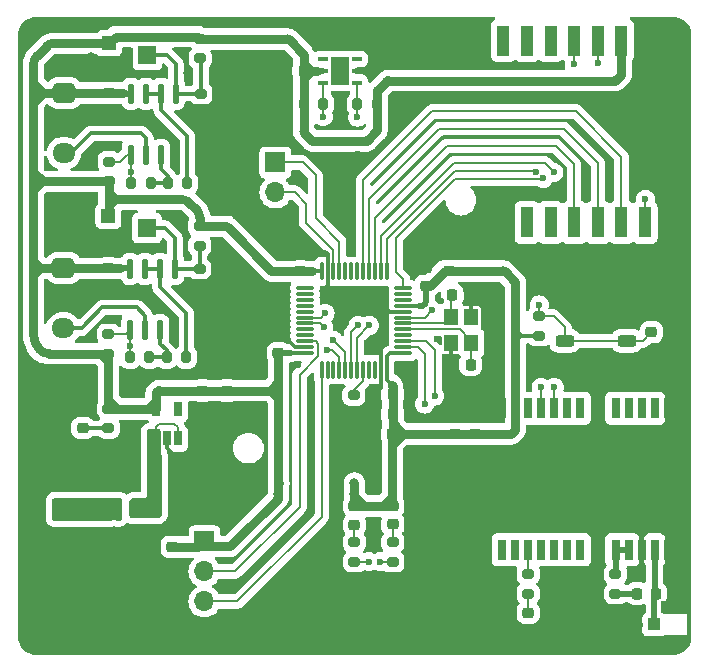
<source format=gbr>
%TF.GenerationSoftware,KiCad,Pcbnew,8.0.5*%
%TF.CreationDate,2024-11-10T21:06:56+07:00*%
%TF.ProjectId,Project_241,50726f6a-6563-4745-9f32-34312e6b6963,rev?*%
%TF.SameCoordinates,Original*%
%TF.FileFunction,Copper,L1,Top*%
%TF.FilePolarity,Positive*%
%FSLAX46Y46*%
G04 Gerber Fmt 4.6, Leading zero omitted, Abs format (unit mm)*
G04 Created by KiCad (PCBNEW 8.0.5) date 2024-11-10 21:06:56*
%MOMM*%
%LPD*%
G01*
G04 APERTURE LIST*
G04 Aperture macros list*
%AMRoundRect*
0 Rectangle with rounded corners*
0 $1 Rounding radius*
0 $2 $3 $4 $5 $6 $7 $8 $9 X,Y pos of 4 corners*
0 Add a 4 corners polygon primitive as box body*
4,1,4,$2,$3,$4,$5,$6,$7,$8,$9,$2,$3,0*
0 Add four circle primitives for the rounded corners*
1,1,$1+$1,$2,$3*
1,1,$1+$1,$4,$5*
1,1,$1+$1,$6,$7*
1,1,$1+$1,$8,$9*
0 Add four rect primitives between the rounded corners*
20,1,$1+$1,$2,$3,$4,$5,0*
20,1,$1+$1,$4,$5,$6,$7,0*
20,1,$1+$1,$6,$7,$8,$9,0*
20,1,$1+$1,$8,$9,$2,$3,0*%
G04 Aperture macros list end*
%TA.AperFunction,SMDPad,CuDef*%
%ADD10RoundRect,0.225000X0.250000X-0.225000X0.250000X0.225000X-0.250000X0.225000X-0.250000X-0.225000X0*%
%TD*%
%TA.AperFunction,SMDPad,CuDef*%
%ADD11RoundRect,0.200000X-0.275000X0.200000X-0.275000X-0.200000X0.275000X-0.200000X0.275000X0.200000X0*%
%TD*%
%TA.AperFunction,ComponentPad*%
%ADD12R,1.700000X1.700000*%
%TD*%
%TA.AperFunction,ComponentPad*%
%ADD13O,1.700000X1.700000*%
%TD*%
%TA.AperFunction,SMDPad,CuDef*%
%ADD14RoundRect,0.200000X0.275000X-0.200000X0.275000X0.200000X-0.275000X0.200000X-0.275000X-0.200000X0*%
%TD*%
%TA.AperFunction,SMDPad,CuDef*%
%ADD15RoundRect,0.218750X0.256250X-0.218750X0.256250X0.218750X-0.256250X0.218750X-0.256250X-0.218750X0*%
%TD*%
%TA.AperFunction,SMDPad,CuDef*%
%ADD16R,0.650000X1.250000*%
%TD*%
%TA.AperFunction,SMDPad,CuDef*%
%ADD17RoundRect,0.225000X0.225000X0.250000X-0.225000X0.250000X-0.225000X-0.250000X0.225000X-0.250000X0*%
%TD*%
%TA.AperFunction,SMDPad,CuDef*%
%ADD18RoundRect,0.225000X-0.250000X0.225000X-0.250000X-0.225000X0.250000X-0.225000X0.250000X0.225000X0*%
%TD*%
%TA.AperFunction,SMDPad,CuDef*%
%ADD19R,1.200000X1.400000*%
%TD*%
%TA.AperFunction,ComponentPad*%
%ADD20RoundRect,0.425000X-0.550000X-0.425000X0.550000X-0.425000X0.550000X0.425000X-0.550000X0.425000X0*%
%TD*%
%TA.AperFunction,ComponentPad*%
%ADD21O,1.950000X1.700000*%
%TD*%
%TA.AperFunction,SMDPad,CuDef*%
%ADD22R,1.050000X1.000000*%
%TD*%
%TA.AperFunction,SMDPad,CuDef*%
%ADD23R,2.200000X1.050000*%
%TD*%
%TA.AperFunction,SMDPad,CuDef*%
%ADD24RoundRect,0.225000X-0.225000X-0.250000X0.225000X-0.250000X0.225000X0.250000X-0.225000X0.250000X0*%
%TD*%
%TA.AperFunction,SMDPad,CuDef*%
%ADD25RoundRect,0.250000X-0.525000X-0.250000X0.525000X-0.250000X0.525000X0.250000X-0.525000X0.250000X0*%
%TD*%
%TA.AperFunction,SMDPad,CuDef*%
%ADD26R,0.800000X1.800000*%
%TD*%
%TA.AperFunction,SMDPad,CuDef*%
%ADD27RoundRect,0.243750X-0.243750X-0.456250X0.243750X-0.456250X0.243750X0.456250X-0.243750X0.456250X0*%
%TD*%
%TA.AperFunction,ComponentPad*%
%ADD28C,1.700000*%
%TD*%
%TA.AperFunction,SMDPad,CuDef*%
%ADD29R,1.200000X1.200000*%
%TD*%
%TA.AperFunction,SMDPad,CuDef*%
%ADD30R,1.500000X1.600000*%
%TD*%
%TA.AperFunction,SMDPad,CuDef*%
%ADD31RoundRect,0.075000X0.662500X0.075000X-0.662500X0.075000X-0.662500X-0.075000X0.662500X-0.075000X0*%
%TD*%
%TA.AperFunction,SMDPad,CuDef*%
%ADD32RoundRect,0.075000X0.075000X0.662500X-0.075000X0.662500X-0.075000X-0.662500X0.075000X-0.662500X0*%
%TD*%
%TA.AperFunction,SMDPad,CuDef*%
%ADD33RoundRect,0.133350X0.133350X-0.717550X0.133350X0.717550X-0.133350X0.717550X-0.133350X-0.717550X0*%
%TD*%
%TA.AperFunction,SMDPad,CuDef*%
%ADD34RoundRect,0.200000X-0.200000X-0.275000X0.200000X-0.275000X0.200000X0.275000X-0.200000X0.275000X0*%
%TD*%
%TA.AperFunction,SMDPad,CuDef*%
%ADD35RoundRect,0.105000X0.325000X0.105000X-0.325000X0.105000X-0.325000X-0.105000X0.325000X-0.105000X0*%
%TD*%
%TA.AperFunction,SMDPad,CuDef*%
%ADD36R,1.500000X2.400000*%
%TD*%
%TA.AperFunction,SMDPad,CuDef*%
%ADD37RoundRect,0.218750X-0.218750X-0.256250X0.218750X-0.256250X0.218750X0.256250X-0.218750X0.256250X0*%
%TD*%
%TA.AperFunction,SMDPad,CuDef*%
%ADD38RoundRect,0.218750X-0.256250X0.218750X-0.256250X-0.218750X0.256250X-0.218750X0.256250X0.218750X0*%
%TD*%
%TA.AperFunction,SMDPad,CuDef*%
%ADD39RoundRect,0.200000X0.200000X0.275000X-0.200000X0.275000X-0.200000X-0.275000X0.200000X-0.275000X0*%
%TD*%
%TA.AperFunction,SMDPad,CuDef*%
%ADD40R,1.100000X2.800000*%
%TD*%
%TA.AperFunction,SMDPad,CuDef*%
%ADD41R,1.100000X2.600000*%
%TD*%
%TA.AperFunction,ViaPad*%
%ADD42C,0.600000*%
%TD*%
%TA.AperFunction,ViaPad*%
%ADD43C,0.800000*%
%TD*%
%TA.AperFunction,Conductor*%
%ADD44C,0.800100*%
%TD*%
%TA.AperFunction,Conductor*%
%ADD45C,0.500000*%
%TD*%
%TA.AperFunction,Conductor*%
%ADD46C,0.300000*%
%TD*%
%TA.AperFunction,Conductor*%
%ADD47C,0.200000*%
%TD*%
%TA.AperFunction,Conductor*%
%ADD48C,0.600000*%
%TD*%
%TA.AperFunction,Conductor*%
%ADD49C,0.180000*%
%TD*%
G04 APERTURE END LIST*
D10*
%TO.P,C2,1*%
%TO.N,VDD*%
X155702000Y-98412600D03*
%TO.P,C2,2*%
%TO.N,GND*%
X155702000Y-96862600D03*
%TD*%
D11*
%TO.P,R14,1*%
%TO.N,VDD*%
X147218400Y-78727800D03*
%TO.P,R14,2*%
%TO.N,Net-(U3B-+)*%
X147218400Y-80377800D03*
%TD*%
D12*
%TO.P,J1,1,Pin_1*%
%TO.N,/MCU/DEBUG_TX*%
X153578386Y-89183014D03*
D13*
%TO.P,J1,2,Pin_2*%
%TO.N,/MCU/DEBUG_RX*%
X153578386Y-91723014D03*
%TO.P,J1,3,Pin_3*%
%TO.N,GND*%
X153578386Y-94263014D03*
%TD*%
D14*
%TO.P,R19,1*%
%TO.N,Net-(L1-Pad1)*%
X182372000Y-125691400D03*
%TO.P,R19,2*%
%TO.N,Net-(U2-RSVD_8)*%
X182372000Y-124041400D03*
%TD*%
D11*
%TO.P,R8,1*%
%TO.N,VDD*%
X139446000Y-110031400D03*
%TO.P,R8,2*%
%TO.N,Net-(D3-A)*%
X139446000Y-111681400D03*
%TD*%
%TO.P,R12,1*%
%TO.N,Net-(U6B-+)*%
X147167600Y-98184200D03*
%TO.P,R12,2*%
%TO.N,GND*%
X147167600Y-99834200D03*
%TD*%
D10*
%TO.P,C7,1*%
%TO.N,VDD*%
X153822400Y-105321400D03*
%TO.P,C7,2*%
%TO.N,GND*%
X153822400Y-103771400D03*
%TD*%
D15*
%TO.P,D2,1,K*%
%TO.N,GND*%
X174980600Y-128905101D03*
%TO.P,D2,2,A*%
%TO.N,Net-(D2-A)*%
X174980600Y-127330099D03*
%TD*%
D16*
%TO.P,U7,1,VIN*%
%TO.N,+BATT*%
X143461299Y-112549701D03*
%TO.P,U7,2,GND*%
%TO.N,GND*%
X144401299Y-112549700D03*
%TO.P,U7,3,EN*%
%TO.N,+BATT*%
X145341299Y-112549701D03*
%TO.P,U7,4,NC*%
%TO.N,unconnected-(U7-NC-Pad4)*%
X145341299Y-110049701D03*
%TO.P,U7,5,VOUT*%
%TO.N,VDD*%
X143461299Y-110049701D03*
%TD*%
D17*
%TO.P,C8,1*%
%TO.N,VDD*%
X163487400Y-112166400D03*
%TO.P,C8,2*%
%TO.N,GND*%
X161937400Y-112166400D03*
%TD*%
D18*
%TO.P,C19,1*%
%TO.N,VDD*%
X149481299Y-108495800D03*
%TO.P,C19,2*%
%TO.N,GND*%
X149481299Y-110045800D03*
%TD*%
D17*
%TO.P,C4,1*%
%TO.N,/MCU/HSE_IN*%
X170105293Y-106303437D03*
%TO.P,C4,2*%
%TO.N,GND*%
X168555293Y-106303437D03*
%TD*%
D19*
%TO.P,HSE1,1,1*%
%TO.N,/MCU/HSE_IN*%
X170180293Y-104457037D03*
%TO.P,HSE1,2,2*%
%TO.N,GND*%
X170180293Y-102257037D03*
%TO.P,HSE1,3,3*%
%TO.N,/MCU/HSE_OUT*%
X168480293Y-102257037D03*
%TO.P,HSE1,4,4*%
%TO.N,GND*%
X168480293Y-104457037D03*
%TD*%
D20*
%TO.P,J5,1,Pin_1*%
%TO.N,VDD*%
X135686800Y-83312000D03*
D21*
%TO.P,J5,2,Pin_2*%
%TO.N,GND*%
X135686800Y-85852000D03*
%TO.P,J5,3,Pin_3*%
%TO.N,Net-(J5-Pin_3)*%
X135686800Y-88391999D03*
%TD*%
D20*
%TO.P,J2,1,Pin_1*%
%TO.N,VDD*%
X135636000Y-98132600D03*
D21*
%TO.P,J2,2,Pin_2*%
%TO.N,GND*%
X135636000Y-100672600D03*
%TO.P,J2,3,Pin_3*%
%TO.N,Net-(J2-Pin_3)*%
X135636000Y-103212599D03*
%TD*%
D18*
%TO.P,C14,1*%
%TO.N,VDD*%
X139496800Y-83299000D03*
%TO.P,C14,2*%
%TO.N,GND*%
X139496800Y-84849000D03*
%TD*%
D14*
%TO.P,R18,1*%
%TO.N,VDD*%
X139496800Y-90791800D03*
%TO.P,R18,2*%
%TO.N,/MCU/RAIN_GAUSE*%
X139496800Y-89141800D03*
%TD*%
D22*
%TO.P,ANT1,1,FEED*%
%TO.N,Net-(ANT1-FEED)*%
X185650400Y-128300000D03*
D23*
%TO.P,ANT1,2,GND*%
%TO.N,GND*%
X187350400Y-129770000D03*
%TO.P,ANT1,3,GND*%
X187350400Y-126825000D03*
%TD*%
D24*
%TO.P,C18,1*%
%TO.N,+BATT*%
X143334499Y-114604800D03*
%TO.P,C18,2*%
%TO.N,GND*%
X144884499Y-114604800D03*
%TD*%
D25*
%TO.P,SW1,1,1*%
%TO.N,GND*%
X178070600Y-101280600D03*
X183320600Y-101280600D03*
%TO.P,SW1,2,2*%
%TO.N,/MCU/NRST*%
X178070600Y-104280600D03*
X183320600Y-104280600D03*
%TD*%
D11*
%TO.P,R7,1*%
%TO.N,VDD*%
X147167600Y-94577400D03*
%TO.P,R7,2*%
%TO.N,Net-(U6B-+)*%
X147167600Y-96227400D03*
%TD*%
D26*
%TO.P,U2,1,RSVD_1*%
%TO.N,unconnected-(U2-RSVD_1-Pad1)*%
X172781200Y-121980426D03*
%TO.P,U2,2,SS_N*%
%TO.N,unconnected-(U2-SS_N-Pad2)*%
X173881200Y-121980426D03*
%TO.P,U2,3,TIMEPULSE*%
%TO.N,Net-(U2-TIMEPULSE)*%
X174981200Y-121980426D03*
%TO.P,U2,4,EXTINT0*%
%TO.N,unconnected-(U2-EXTINT0-Pad4)*%
X176081200Y-121980426D03*
%TO.P,U2,5,USB_DM*%
%TO.N,unconnected-(U2-USB_DM-Pad5)*%
X177181200Y-121980426D03*
%TO.P,U2,6,USB_DP*%
%TO.N,unconnected-(U2-USB_DP-Pad6)*%
X178281200Y-121980426D03*
%TO.P,U2,7,VDDUSB*%
%TO.N,unconnected-(U2-VDDUSB-Pad7)*%
X179381200Y-121980426D03*
%TO.P,U2,8,RSVD_8*%
%TO.N,Net-(U2-RSVD_8)*%
X182381200Y-121980426D03*
%TO.P,U2,9,VCC_RF*%
X183481200Y-121980426D03*
%TO.P,U2,10,GND*%
%TO.N,GND*%
X184581200Y-121980426D03*
%TO.P,U2,11,RF_IN*%
%TO.N,Net-(ANT1-FEED)*%
X185681200Y-121980426D03*
%TO.P,U2,12,GND*%
%TO.N,GND*%
X186781200Y-121980426D03*
%TO.P,U2,13,GND*%
X186781200Y-109980426D03*
%TO.P,U2,14,MOSI/CFG_COM0*%
%TO.N,unconnected-(U2-MOSI{slash}CFG_COM0-Pad14)*%
X185681200Y-109980426D03*
%TO.P,U2,15,MISO/CFG_COM1*%
%TO.N,unconnected-(U2-MISO{slash}CFG_COM1-Pad15)*%
X184581200Y-109980426D03*
%TO.P,U2,16,CFG_GPS0/SCK*%
%TO.N,unconnected-(U2-CFG_GPS0{slash}SCK-Pad16)*%
X183481200Y-109980426D03*
%TO.P,U2,17,RSVD_17*%
%TO.N,unconnected-(U2-RSVD_17-Pad17)*%
X182381200Y-109980426D03*
%TO.P,U2,18,SDA2*%
%TO.N,unconnected-(U2-SDA2-Pad18)*%
X179381200Y-109980426D03*
%TO.P,U2,19,SCL2*%
%TO.N,unconnected-(U2-SCL2-Pad19)*%
X178281200Y-109980426D03*
%TO.P,U2,20,TXD1*%
%TO.N,/MCU/GPS_TX*%
X177181200Y-109980426D03*
%TO.P,U2,21,RXD1*%
%TO.N,/MCU/GPS_RX*%
X176081200Y-109980426D03*
%TO.P,U2,22,V_BCKP*%
%TO.N,unconnected-(U2-V_BCKP-Pad22)*%
X174981200Y-109980426D03*
%TO.P,U2,23,VCC*%
%TO.N,VDD*%
X173881200Y-109980426D03*
%TO.P,U2,24,GND*%
%TO.N,GND*%
X172781200Y-109980426D03*
%TD*%
D27*
%TO.P,F1,1*%
%TO.N,Net-(J6-Pin_1)*%
X139907798Y-118567200D03*
%TO.P,F1,2*%
%TO.N,+BATT*%
X141782800Y-118567200D03*
%TD*%
D24*
%TO.P,C20,1*%
%TO.N,+BATT*%
X143334499Y-118539500D03*
%TO.P,C20,2*%
%TO.N,GND*%
X144884499Y-118539500D03*
%TD*%
D18*
%TO.P,C11,1*%
%TO.N,VDD*%
X139446000Y-98132600D03*
%TO.P,C11,2*%
%TO.N,GND*%
X139446000Y-99682600D03*
%TD*%
D10*
%TO.P,C9,1*%
%TO.N,VDD*%
X166319200Y-99631800D03*
%TO.P,C9,2*%
%TO.N,GND*%
X166319200Y-98081800D03*
%TD*%
D14*
%TO.P,R3,1*%
%TO.N,Net-(D2-A)*%
X174980600Y-125691400D03*
%TO.P,R3,2*%
%TO.N,Net-(U2-TIMEPULSE)*%
X174980600Y-124041400D03*
%TD*%
D12*
%TO.P,J6,1,Pin_1*%
%TO.N,Net-(J6-Pin_1)*%
X135730401Y-118596399D03*
D28*
%TO.P,J6,2,Pin_2*%
%TO.N,GND*%
X135730401Y-121136401D03*
%TD*%
D29*
%TO.P,RV1,1,1*%
%TO.N,VDD*%
X139446000Y-93726000D03*
D30*
%TO.P,RV1,2,2*%
%TO.N,Net-(U6B-+)*%
X142696000Y-94726000D03*
D29*
%TO.P,RV1,3,3*%
%TO.N,GND*%
X139446000Y-95726001D03*
%TD*%
D31*
%TO.P,U1,1,VBAT*%
%TO.N,VDD*%
X164411100Y-105315200D03*
%TO.P,U1,2,PC13*%
%TO.N,/MCU/DEBUG_LED*%
X164411100Y-104815200D03*
%TO.P,U1,3,PC14*%
%TO.N,/MCU/LED_PC14*%
X164411100Y-104315200D03*
%TO.P,U1,4,PC15*%
%TO.N,unconnected-(U1-PC15-Pad4)*%
X164411100Y-103815199D03*
%TO.P,U1,5,PD0*%
%TO.N,/MCU/HSE_IN*%
X164411100Y-103315200D03*
%TO.P,U1,6,PD1*%
%TO.N,/MCU/HSE_OUT*%
X164411100Y-102815200D03*
%TO.P,U1,7,NRST*%
%TO.N,/MCU/NRST*%
X164411100Y-102315200D03*
%TO.P,U1,8,VSSA*%
%TO.N,GND*%
X164411100Y-101815200D03*
%TO.P,U1,9,VDDA*%
%TO.N,VDD*%
X164411100Y-101315201D03*
%TO.P,U1,10,PA0*%
%TO.N,unconnected-(U1-PA0-Pad10)*%
X164411100Y-100815200D03*
%TO.P,U1,11,PA1*%
%TO.N,unconnected-(U1-PA1-Pad11)*%
X164411100Y-100315200D03*
%TO.P,U1,12,PA2*%
%TO.N,/LORA/LORA_RESET*%
X164411100Y-99815200D03*
D32*
%TO.P,U1,13,PA3*%
%TO.N,/LORA/DIO1*%
X162998600Y-98402700D03*
%TO.P,U1,14,PA4*%
%TO.N,/LORA/NSS*%
X162498600Y-98402700D03*
%TO.P,U1,15,PA5*%
%TO.N,/LORA/SCK*%
X161998600Y-98402700D03*
%TO.P,U1,16,PA6*%
%TO.N,/LORA/MISO*%
X161498599Y-98402700D03*
%TO.P,U1,17,PA7*%
%TO.N,/LORA/MOSI*%
X160998600Y-98402700D03*
%TO.P,U1,18,PB0*%
%TO.N,unconnected-(U1-PB0-Pad18)*%
X160498600Y-98402700D03*
%TO.P,U1,19,PB1*%
%TO.N,unconnected-(U1-PB1-Pad19)*%
X159998600Y-98402700D03*
%TO.P,U1,20,PB2*%
%TO.N,unconnected-(U1-PB2-Pad20)*%
X159498600Y-98402700D03*
%TO.P,U1,21,PB10*%
%TO.N,/MCU/DEBUG_TX*%
X158998601Y-98402700D03*
%TO.P,U1,22,PB11*%
%TO.N,/MCU/DEBUG_RX*%
X158498600Y-98402700D03*
%TO.P,U1,23,VSS*%
%TO.N,GND*%
X157998600Y-98402700D03*
%TO.P,U1,24,VDD*%
%TO.N,VDD*%
X157498600Y-98402700D03*
D31*
%TO.P,U1,25,PB12*%
%TO.N,unconnected-(U1-PB12-Pad25)*%
X156086100Y-99815200D03*
%TO.P,U1,26,PB13*%
%TO.N,unconnected-(U1-PB13-Pad26)*%
X156086100Y-100315200D03*
%TO.P,U1,27,PB14*%
%TO.N,unconnected-(U1-PB14-Pad27)*%
X156086100Y-100815200D03*
%TO.P,U1,28,PB15*%
%TO.N,unconnected-(U1-PB15-Pad28)*%
X156086100Y-101315201D03*
%TO.P,U1,29,PA8*%
%TO.N,unconnected-(U1-PA8-Pad29)*%
X156086100Y-101815200D03*
%TO.P,U1,30,PA9*%
%TO.N,/MCU/GPS_TX*%
X156086100Y-102315200D03*
%TO.P,U1,31,PA10*%
%TO.N,/MCU/GPS_RX*%
X156086100Y-102815200D03*
%TO.P,U1,32,PA11*%
%TO.N,unconnected-(U1-PA11-Pad32)*%
X156086100Y-103315200D03*
%TO.P,U1,33,PA12*%
%TO.N,unconnected-(U1-PA12-Pad33)*%
X156086100Y-103815199D03*
%TO.P,U1,34,PA13*%
%TO.N,/MCU/SWDIO*%
X156086100Y-104315200D03*
%TO.P,U1,35,VSS*%
%TO.N,GND*%
X156086100Y-104815200D03*
%TO.P,U1,36,VDD*%
%TO.N,VDD*%
X156086100Y-105315200D03*
D32*
%TO.P,U1,37,PA14*%
%TO.N,/MCU/SWCLK*%
X157498600Y-106727700D03*
%TO.P,U1,38,PA15*%
%TO.N,unconnected-(U1-PA15-Pad38)*%
X157998600Y-106727700D03*
%TO.P,U1,39,PB3*%
%TO.N,unconnected-(U1-PB3-Pad39)*%
X158498600Y-106727700D03*
%TO.P,U1,40,PB4*%
%TO.N,/MCU/WIND_SPEED*%
X158998601Y-106727700D03*
%TO.P,U1,41,PB5*%
%TO.N,/MCU/RAIN_GAUSE*%
X159498600Y-106727700D03*
%TO.P,U1,42,PB6*%
%TO.N,/MCU/SCL*%
X159998600Y-106727700D03*
%TO.P,U1,43,PB7*%
%TO.N,/MCU/SDA*%
X160498600Y-106727700D03*
%TO.P,U1,44,BOOT0*%
%TO.N,/MCU/BOOT0*%
X160998600Y-106727700D03*
%TO.P,U1,45,PB8*%
%TO.N,unconnected-(U1-PB8-Pad45)*%
X161498599Y-106727700D03*
%TO.P,U1,46,PB9*%
%TO.N,unconnected-(U1-PB9-Pad46)*%
X161998600Y-106727700D03*
%TO.P,U1,47,VSS*%
%TO.N,GND*%
X162498600Y-106727700D03*
%TO.P,U1,48,VDD*%
%TO.N,VDD*%
X162998600Y-106727700D03*
%TD*%
D18*
%TO.P,C16,1*%
%TO.N,GND*%
X168757600Y-110629400D03*
%TO.P,C16,2*%
%TO.N,VDD*%
X168757600Y-112179400D03*
%TD*%
D24*
%TO.P,C6,1*%
%TO.N,/MCU/HSE_OUT*%
X168555293Y-100410637D03*
%TO.P,C6,2*%
%TO.N,GND*%
X170105293Y-100410637D03*
%TD*%
D17*
%TO.P,C1,1*%
%TO.N,VDD*%
X163501293Y-108792636D03*
%TO.P,C1,2*%
%TO.N,GND*%
X161951293Y-108792636D03*
%TD*%
D11*
%TO.P,R1,1*%
%TO.N,/MCU/NRST*%
X175920400Y-102209600D03*
%TO.P,R1,2*%
%TO.N,VDD*%
X175920400Y-103859600D03*
%TD*%
D17*
%TO.P,C5,1*%
%TO.N,VDD*%
X163501293Y-110469037D03*
%TO.P,C5,2*%
%TO.N,GND*%
X161951293Y-110469037D03*
%TD*%
D10*
%TO.P,C10,1*%
%TO.N,VDD*%
X168249600Y-98361800D03*
%TO.P,C10,2*%
%TO.N,GND*%
X168249600Y-96811800D03*
%TD*%
%TO.P,C3,1*%
%TO.N,/MCU/NRST*%
X185420000Y-103542600D03*
%TO.P,C3,2*%
%TO.N,GND*%
X185420000Y-101992600D03*
%TD*%
D33*
%TO.P,U6,1*%
%TO.N,/MCU/WIND_SPEED*%
X141274800Y-103378000D03*
%TO.P,U6,2,-*%
%TO.N,Net-(J2-Pin_3)*%
X142544800Y-103378000D03*
%TO.P,U6,3,+*%
%TO.N,Net-(U6A-+)*%
X143814800Y-103378000D03*
%TO.P,U6,4,V-*%
%TO.N,GND*%
X145084800Y-103378000D03*
%TO.P,U6,5,+*%
%TO.N,Net-(U6B-+)*%
X145084800Y-98196400D03*
%TO.P,U6,6,-*%
%TO.N,Net-(U6B--)*%
X143814800Y-98196400D03*
%TO.P,U6,7*%
X142544800Y-98196400D03*
%TO.P,U6,8,V+*%
%TO.N,VDD*%
X141274800Y-98196400D03*
%TD*%
D12*
%TO.P,J4,1,Pin_1*%
%TO.N,VDD*%
X147574000Y-121269600D03*
D13*
%TO.P,J4,2,Pin_2*%
%TO.N,/MCU/SWDIO*%
X147574000Y-123809600D03*
%TO.P,J4,3,Pin_3*%
%TO.N,/MCU/SWCLK*%
X147574000Y-126349599D03*
%TO.P,J4,4,Pin_4*%
%TO.N,GND*%
X147574000Y-128889600D03*
%TD*%
D14*
%TO.P,R11,1*%
%TO.N,/MCU/LED_PC14*%
X163525200Y-122999000D03*
%TO.P,R11,2*%
%TO.N,Net-(D4-K)*%
X163525200Y-121349000D03*
%TD*%
%TO.P,R13,1*%
%TO.N,VDD*%
X139446000Y-105371400D03*
%TO.P,R13,2*%
%TO.N,/MCU/WIND_SPEED*%
X139446000Y-103721400D03*
%TD*%
D29*
%TO.P,RV2,1,1*%
%TO.N,VDD*%
X139496800Y-79095600D03*
D30*
%TO.P,RV2,2,2*%
%TO.N,Net-(U3B-+)*%
X142746800Y-80095600D03*
D29*
%TO.P,RV2,3,3*%
%TO.N,GND*%
X139496800Y-81095601D03*
%TD*%
D18*
%TO.P,C21,1*%
%TO.N,VDD*%
X147398499Y-108495800D03*
%TO.P,C21,2*%
%TO.N,GND*%
X147398499Y-110045800D03*
%TD*%
D15*
%TO.P,D4,1,K*%
%TO.N,Net-(D4-K)*%
X163525200Y-119825000D03*
%TO.P,D4,2,A*%
%TO.N,VDD*%
X163525200Y-118249998D03*
%TD*%
D34*
%TO.P,R10,1*%
%TO.N,/MCU/SDA*%
X160528000Y-84226400D03*
%TO.P,R10,2*%
%TO.N,VDD*%
X162178000Y-84226400D03*
%TD*%
%TO.P,R16,1*%
%TO.N,Net-(U3A-+)*%
X144463000Y-90932000D03*
%TO.P,R16,2*%
%TO.N,Net-(U3B--)*%
X146113000Y-90932000D03*
%TD*%
D35*
%TO.P,U5,1,SDA*%
%TO.N,/MCU/SDA*%
X160517099Y-82432400D03*
%TO.P,U5,2,GND*%
%TO.N,GND*%
X160517099Y-81432400D03*
%TO.P,U5,3,NC*%
%TO.N,unconnected-(U5-NC-Pad3)_1*%
X160517099Y-80432400D03*
%TO.P,U5,4,NC*%
%TO.N,unconnected-(U5-NC-Pad3)*%
X157647099Y-80432400D03*
%TO.P,U5,5,VDD*%
%TO.N,VDD*%
X157647099Y-81432400D03*
%TO.P,U5,6,SCL*%
%TO.N,/MCU/SCL*%
X157647099Y-82432400D03*
D36*
%TO.P,U5,7,DAP*%
%TO.N,unconnected-(U5-DAP-Pad7)*%
X159082099Y-81432400D03*
%TD*%
D37*
%TO.P,L1,1*%
%TO.N,Net-(L1-Pad1)*%
X184200699Y-125679200D03*
%TO.P,L1,2*%
%TO.N,Net-(ANT1-FEED)*%
X185775701Y-125679200D03*
%TD*%
D24*
%TO.P,C13,1*%
%TO.N,GND*%
X154419000Y-81432400D03*
%TO.P,C13,2*%
%TO.N,VDD*%
X155969000Y-81432400D03*
%TD*%
D34*
%TO.P,R5,1*%
%TO.N,/MCU/WIND_SPEED*%
X141262600Y-105664000D03*
%TO.P,R5,2*%
%TO.N,Net-(U6A-+)*%
X142912600Y-105664000D03*
%TD*%
D10*
%TO.P,C12,1*%
%TO.N,VDD*%
X144830800Y-121729800D03*
%TO.P,C12,2*%
%TO.N,GND*%
X144830800Y-120179800D03*
%TD*%
D38*
%TO.P,D3,1,K*%
%TO.N,GND*%
X137278386Y-110095513D03*
%TO.P,D3,2,A*%
%TO.N,Net-(D3-A)*%
X137278386Y-111670515D03*
%TD*%
D34*
%TO.P,R6,1*%
%TO.N,Net-(U6A-+)*%
X144361400Y-105664000D03*
%TO.P,R6,2*%
%TO.N,Net-(U6B--)*%
X146011400Y-105664000D03*
%TD*%
%TO.P,R17,1*%
%TO.N,/MCU/RAIN_GAUSE*%
X141364200Y-90932000D03*
%TO.P,R17,2*%
%TO.N,Net-(U3A-+)*%
X143014200Y-90932000D03*
%TD*%
D11*
%TO.P,R4,1*%
%TO.N,/MCU/BOOT0*%
X160223200Y-108903000D03*
%TO.P,R4,2*%
%TO.N,GND*%
X160223200Y-110553000D03*
%TD*%
%TO.P,R15,1*%
%TO.N,Net-(U3B-+)*%
X147269200Y-83362799D03*
%TO.P,R15,2*%
%TO.N,GND*%
X147269200Y-85012799D03*
%TD*%
D18*
%TO.P,C15,1*%
%TO.N,GND*%
X170484800Y-110629400D03*
%TO.P,C15,2*%
%TO.N,VDD*%
X170484800Y-112179400D03*
%TD*%
D24*
%TO.P,C17,1*%
%TO.N,+BATT*%
X143334499Y-116572150D03*
%TO.P,C17,2*%
%TO.N,GND*%
X144884499Y-116572150D03*
%TD*%
D33*
%TO.P,U3,1*%
%TO.N,/MCU/RAIN_GAUSE*%
X141351000Y-88544400D03*
%TO.P,U3,2,-*%
%TO.N,Net-(J5-Pin_3)*%
X142621000Y-88544400D03*
%TO.P,U3,3,+*%
%TO.N,Net-(U3A-+)*%
X143891000Y-88544400D03*
%TO.P,U3,4,V-*%
%TO.N,GND*%
X145161000Y-88544400D03*
%TO.P,U3,5,+*%
%TO.N,Net-(U3B-+)*%
X145161000Y-83362800D03*
%TO.P,U3,6,-*%
%TO.N,Net-(U3B--)*%
X143891000Y-83362800D03*
%TO.P,U3,7*%
X142621000Y-83362800D03*
%TO.P,U3,8,V+*%
%TO.N,VDD*%
X141351000Y-83362800D03*
%TD*%
D39*
%TO.P,R9,1*%
%TO.N,/MCU/SCL*%
X157632399Y-84226400D03*
%TO.P,R9,2*%
%TO.N,VDD*%
X155982399Y-84226400D03*
%TD*%
D40*
%TO.P,U4,1,GND*%
%TO.N,GND*%
X186882800Y-78963200D03*
D41*
%TO.P,U4,2,GND*%
X184882800Y-78863200D03*
%TO.P,U4,3,3.3V*%
%TO.N,VDD*%
X182882800Y-78863200D03*
%TO.P,U4,4,RESET*%
%TO.N,/LORA/LORA_RESET*%
X180882800Y-78863200D03*
%TO.P,U4,5,DI00*%
%TO.N,/LORA/DIO1*%
X178882800Y-78863200D03*
%TO.P,U4,6,DI01*%
%TO.N,unconnected-(U4-DI01-Pad6)*%
X176882800Y-78863200D03*
%TO.P,U4,7,DI02*%
%TO.N,unconnected-(U4-DI02-Pad7)*%
X174882800Y-78863200D03*
%TO.P,U4,8,DI03*%
%TO.N,unconnected-(U4-DI03-Pad8)*%
X172882800Y-78863200D03*
%TO.P,U4,9,GND*%
%TO.N,GND*%
X172882800Y-94263200D03*
%TO.P,U4,10,DI04*%
%TO.N,unconnected-(U4-DI04-Pad10)*%
X174882800Y-94263200D03*
%TO.P,U4,11,DI05*%
%TO.N,unconnected-(U4-DI05-Pad11)*%
X176882800Y-94263200D03*
%TO.P,U4,12,SCK*%
%TO.N,/LORA/SCK*%
X178882800Y-94263200D03*
%TO.P,U4,13,MISO*%
%TO.N,/LORA/MISO*%
X180882800Y-94263200D03*
%TO.P,U4,14,MOSI*%
%TO.N,/LORA/MOSI*%
X182882800Y-94263200D03*
%TO.P,U4,15,NSS*%
%TO.N,/LORA/NSS*%
X184882800Y-94263200D03*
%TO.P,U4,16,GND*%
%TO.N,GND*%
X186882800Y-94263200D03*
%TD*%
D14*
%TO.P,R2,1*%
%TO.N,/MCU/DEBUG_LED*%
X160274000Y-122986800D03*
%TO.P,R2,2*%
%TO.N,Net-(D1-K)*%
X160274000Y-121336800D03*
%TD*%
D15*
%TO.P,D1,1,K*%
%TO.N,Net-(D1-K)*%
X160274000Y-119850502D03*
%TO.P,D1,2,A*%
%TO.N,VDD*%
X160274000Y-118275500D03*
%TD*%
D42*
%TO.N,GND*%
X143278386Y-100833014D03*
X142378386Y-85383014D03*
X151328386Y-98383014D03*
X149978386Y-97033014D03*
X148778386Y-96683014D03*
X152078386Y-95033014D03*
X147528386Y-91683014D03*
X148578386Y-93033014D03*
D43*
%TO.N,VDD*%
X153823662Y-117246400D03*
X153873200Y-116332000D03*
X160274000Y-117246400D03*
X160274000Y-116332000D03*
%TO.N,GND*%
X153823986Y-101319014D03*
X139903200Y-120396000D03*
X152349200Y-111150400D03*
D42*
X160578386Y-100183014D03*
X160578386Y-89583014D03*
D43*
X152349200Y-109931200D03*
D42*
X152425400Y-106984800D03*
D43*
X158597600Y-113030000D03*
X141935200Y-111404400D03*
X161899600Y-113690400D03*
D42*
X167233600Y-104089200D03*
D43*
X150418800Y-118719600D03*
X172923200Y-91897200D03*
X164998400Y-113690400D03*
D42*
X185572400Y-129844800D03*
D43*
X168833800Y-108940600D03*
X137718800Y-100888800D03*
D42*
X184708800Y-123493033D03*
D43*
X140817600Y-111455200D03*
D42*
X162778386Y-100152200D03*
D43*
X170484800Y-80822800D03*
D42*
X162255200Y-104140000D03*
D43*
X137718800Y-99517200D03*
X146710400Y-111607600D03*
D42*
X137820400Y-89611200D03*
D43*
X146202400Y-81584800D03*
X157073600Y-78892400D03*
D42*
X186690000Y-124510800D03*
X153822400Y-102666800D03*
D43*
X164998400Y-96266000D03*
D42*
X149174200Y-125069600D03*
X137820400Y-88646000D03*
D43*
X166879586Y-94664214D03*
X137414000Y-96215200D03*
D42*
X181864000Y-91998800D03*
D43*
X137972800Y-81737200D03*
X170510200Y-108915200D03*
X137414000Y-92202000D03*
X170484800Y-83718400D03*
X186842400Y-81127600D03*
X174904400Y-91795600D03*
D42*
X161899600Y-119532400D03*
X158028386Y-93283014D03*
D43*
X184861200Y-81127600D03*
D42*
X179882800Y-92000000D03*
X186994800Y-125628400D03*
D43*
X158597600Y-114300000D03*
X140817600Y-107035600D03*
D42*
X184556400Y-127152400D03*
D43*
X186842400Y-92049600D03*
D42*
X184454800Y-129336800D03*
D43*
X167182800Y-83667600D03*
X134467600Y-92252800D03*
X168910000Y-80822800D03*
D42*
X160578386Y-101283014D03*
D43*
X140766800Y-108508800D03*
X141732000Y-114757200D03*
X168910000Y-83667600D03*
X164998400Y-97637600D03*
D42*
X157998600Y-100203228D03*
D43*
X153978386Y-96683014D03*
X182016400Y-83667600D03*
X152908000Y-80162400D03*
X145237200Y-93624400D03*
X164998400Y-115976400D03*
X139446000Y-116484400D03*
D42*
X151282400Y-106959400D03*
D43*
X134518400Y-96215200D03*
D42*
X156616400Y-107492800D03*
X157454600Y-96723200D03*
X159181800Y-85064600D03*
D43*
X156210000Y-77876400D03*
X134518400Y-81483200D03*
X146659600Y-112979200D03*
X161899600Y-115976400D03*
X137972800Y-80213200D03*
D42*
X160578386Y-88483014D03*
X186690000Y-123548038D03*
X155498800Y-106324400D03*
X162814000Y-101803200D03*
X167640000Y-100888800D03*
D43*
X167692386Y-93851414D03*
X177546000Y-83667600D03*
D42*
X184708800Y-124460000D03*
X155828386Y-90833014D03*
X139446000Y-102438200D03*
X134213600Y-89662000D03*
D43*
X141833600Y-120396000D03*
X158597600Y-111810800D03*
X151739600Y-117449600D03*
X167132000Y-80822800D03*
X134924800Y-122783600D03*
X136601200Y-122783600D03*
X154076400Y-80162400D03*
D42*
X184454800Y-128320800D03*
%TO.N,/MCU/NRST*%
X166878000Y-101701600D03*
X175920400Y-101244400D03*
%TO.N,/MCU/DEBUG_LED*%
X161493200Y-122986800D03*
X166217600Y-109651800D03*
%TO.N,/MCU/WIND_SPEED*%
X157937200Y-105054400D03*
X141274800Y-104749600D03*
%TO.N,/MCU/SCL*%
X157632400Y-85318600D03*
X160578800Y-102971600D03*
%TO.N,/MCU/SDA*%
X161544000Y-102971600D03*
X160528000Y-85344000D03*
%TO.N,/MCU/RAIN_GAUSE*%
X141364200Y-89966800D03*
X158496000Y-104241600D03*
%TO.N,/LORA/DIO1*%
X178866800Y-80848200D03*
X175615600Y-89951000D03*
%TO.N,/LORA/NSS*%
X184912000Y-92303600D03*
X177165000Y-90017600D03*
%TO.N,unconnected-(U5-DAP-Pad7)*%
X159078386Y-80733014D03*
X159078386Y-82183014D03*
X159082099Y-81432400D03*
%TO.N,/MCU/LED_PC14*%
X162458400Y-122986800D03*
X167081200Y-108966000D03*
%TO.N,/MCU/GPS_RX*%
X157683200Y-103124000D03*
X176072800Y-108204000D03*
%TO.N,/MCU/GPS_TX*%
X177190400Y-108204000D03*
X157784800Y-101955600D03*
%TO.N,/LORA/LORA_RESET*%
X180873400Y-80797400D03*
X176276000Y-90525600D03*
%TD*%
D44*
%TO.N,VDD*%
X153822400Y-116281200D02*
X153822400Y-109083014D01*
X153873200Y-116332000D02*
X153823662Y-116381538D01*
X153823662Y-116381538D02*
X153823662Y-117246400D01*
X153873200Y-116332000D02*
X153822400Y-116281200D01*
X160274000Y-116332000D02*
X160274000Y-117246400D01*
X147023614Y-78533014D02*
X147218400Y-78727800D01*
X140059386Y-78533014D02*
X147023614Y-78533014D01*
X139496800Y-79095600D02*
X140059386Y-78533014D01*
X133096000Y-89983014D02*
X133096000Y-84083014D01*
D45*
X166036353Y-101312715D02*
X165742885Y-101312715D01*
D44*
X133778386Y-90791800D02*
X133176021Y-90791800D01*
X160274000Y-118275500D02*
X160274000Y-117483014D01*
X133107372Y-84083014D02*
X133878386Y-83312000D01*
X142678386Y-110049701D02*
X142794612Y-110049701D01*
X133420012Y-80141388D02*
X133421303Y-80141388D01*
X139446000Y-93726000D02*
X139452866Y-93719134D01*
X164378386Y-112166400D02*
X164378386Y-112160107D01*
X168249600Y-98361800D02*
X172874068Y-98361800D01*
X162878386Y-118275500D02*
X163478987Y-118275500D01*
X168757600Y-112179400D02*
X170484800Y-112179400D01*
X147157734Y-121685866D02*
X147574000Y-121269600D01*
D46*
X174404614Y-103859600D02*
X173881200Y-104383014D01*
X173892955Y-103874245D02*
X173881200Y-103886000D01*
X154889200Y-105315200D02*
X156086100Y-105315200D01*
D45*
X166319200Y-99631800D02*
X166319200Y-101029868D01*
D44*
X164378386Y-112166400D02*
X168744600Y-112166400D01*
X133096000Y-83413600D02*
X133096000Y-82483014D01*
X135686800Y-83312000D02*
X139483800Y-83312000D01*
D46*
X174457786Y-103859600D02*
X173881200Y-103283014D01*
D44*
X163501293Y-112152507D02*
X163487400Y-112166400D01*
X147398499Y-108495800D02*
X149481299Y-108495800D01*
X139496800Y-83299000D02*
X140692857Y-83299000D01*
X133096000Y-83413600D02*
X133153666Y-83355934D01*
X135636000Y-98132600D02*
X139446000Y-98132600D01*
X139446000Y-105371400D02*
X138778386Y-105371400D01*
X156780132Y-87376000D02*
X161227868Y-87376000D01*
X140178386Y-110015400D02*
X139446000Y-109283014D01*
X147167600Y-94577400D02*
X149389929Y-94577400D01*
X139496800Y-91683014D02*
X139496800Y-91801428D01*
X143461299Y-110049701D02*
X143461299Y-109383014D01*
X163501293Y-108140625D02*
X163501293Y-108792636D01*
D45*
X166275266Y-101135934D02*
X166142419Y-101268781D01*
D44*
X139446000Y-98132600D02*
X140398200Y-98132600D01*
X161333934Y-87332066D02*
X162134066Y-86531934D01*
X166629600Y-99631800D02*
X167899600Y-98361800D01*
D45*
X141161868Y-98145600D02*
X140411200Y-98145600D01*
D44*
X163130132Y-82245200D02*
X182330579Y-82245200D01*
X149481299Y-108495800D02*
X153109614Y-108495800D01*
X155969000Y-80683014D02*
X155969000Y-81432400D01*
D45*
X157647099Y-81432400D02*
X157124400Y-81432400D01*
D44*
X139496800Y-93613068D02*
X139496800Y-92783014D01*
X133096000Y-98714986D02*
X133678386Y-98132600D01*
D45*
X141274800Y-98196400D02*
X141267934Y-98189534D01*
D44*
X139496800Y-91801428D02*
X139978386Y-92283014D01*
X139496800Y-92783014D02*
X139496800Y-92764600D01*
X163378386Y-117583014D02*
X163487400Y-117583014D01*
X133878386Y-83312000D02*
X135686800Y-83312000D01*
X140178386Y-110049701D02*
X140178386Y-110015400D01*
X133105310Y-90821090D02*
X133096000Y-90830400D01*
X139496800Y-92764600D02*
X139978386Y-92283014D01*
X163423600Y-108000800D02*
X163457359Y-108034559D01*
X143505233Y-108665967D02*
X143631466Y-108539734D01*
X155982399Y-82383014D02*
X155982399Y-82028387D01*
X163514343Y-118260855D02*
X163525200Y-118249998D01*
D46*
X162998600Y-106727700D02*
X162998600Y-105643132D01*
D44*
X160878386Y-118275500D02*
X160878386Y-118083014D01*
X155982399Y-81445799D02*
X155969000Y-81432400D01*
X163487400Y-112983014D02*
X163487400Y-117583014D01*
X139496800Y-92283014D02*
X139496800Y-91683014D01*
D46*
X165740399Y-101315201D02*
X165742885Y-101312715D01*
D44*
X139496800Y-91683014D02*
X139496800Y-90791800D01*
X163501293Y-111283014D02*
X163501293Y-112152507D01*
X155969000Y-81432400D02*
X156578386Y-81432400D01*
X138834386Y-105371400D02*
X139446000Y-105983014D01*
X133778386Y-90791800D02*
X133778386Y-90665400D01*
X164378386Y-112160107D02*
X163501293Y-111283014D01*
X147995800Y-121691400D02*
X147574000Y-121269600D01*
X182401290Y-82215910D02*
X182853511Y-81763689D01*
X149707600Y-121691400D02*
X147995800Y-121691400D01*
X153109614Y-108495800D02*
X153235186Y-108495800D01*
X170484800Y-112179400D02*
X173457668Y-112179400D01*
X155982399Y-82383014D02*
X155982399Y-81445799D01*
X139446000Y-105983014D02*
X139446000Y-109283014D01*
X173881200Y-103886000D02*
X173881200Y-104383014D01*
X155982399Y-84226400D02*
X155982399Y-86578267D01*
D46*
X166471600Y-99784200D02*
X166319200Y-99631800D01*
X164411100Y-101315201D02*
X165740399Y-101315201D01*
D44*
X160278386Y-117483014D02*
X160274000Y-117483014D01*
X138778386Y-105371400D02*
X134428164Y-105371400D01*
X153390815Y-98412600D02*
X155702000Y-98412600D01*
D46*
X175920400Y-103859600D02*
X174578386Y-103859600D01*
D44*
X142678386Y-110049701D02*
X140178386Y-110049701D01*
X133878386Y-83312000D02*
X133878386Y-83265400D01*
X143461299Y-109383014D02*
X143461299Y-108772033D01*
X160274000Y-117483014D02*
X160274000Y-117246400D01*
D45*
X140411200Y-98145600D02*
X140398200Y-98132600D01*
D44*
X163487400Y-117583014D02*
X163487400Y-118170777D01*
X133109000Y-98132600D02*
X133096000Y-98145600D01*
X156578386Y-81432400D02*
X157124400Y-81432400D01*
X163487400Y-112166400D02*
X164378386Y-112166400D01*
X133096000Y-98983014D02*
X133096000Y-98145600D01*
X156026333Y-86684333D02*
X156674066Y-87332066D01*
X163501293Y-110469037D02*
X163501293Y-111283014D01*
X162878386Y-118083014D02*
X163378386Y-117583014D01*
X150198734Y-121225666D02*
X150151058Y-121260560D01*
D46*
X156684986Y-98412600D02*
X156694886Y-98402700D01*
D44*
X135636000Y-98132600D02*
X133678386Y-98132600D01*
X139496800Y-92783014D02*
X139496800Y-92283014D01*
X167899600Y-98361800D02*
X168249600Y-98361800D01*
X139978386Y-92283014D02*
X145663379Y-92283014D01*
X133778386Y-90665400D02*
X133096000Y-89983014D01*
X143737532Y-108495800D02*
X147398499Y-108495800D01*
X134823857Y-79095600D02*
X139496800Y-79095600D01*
D46*
X163042534Y-107619734D02*
X163423600Y-108000800D01*
D44*
X153823662Y-117246400D02*
X153823662Y-117559783D01*
X173563734Y-112135466D02*
X173837266Y-111861934D01*
X160274000Y-118275500D02*
X160878386Y-118275500D01*
X139496800Y-90791800D02*
X133778386Y-90791800D01*
X133096000Y-90830400D02*
X133096000Y-89983014D01*
X163561772Y-112983014D02*
X164378386Y-112166400D01*
X153109614Y-108495800D02*
X153822400Y-107783014D01*
X133096000Y-91483014D02*
X133096000Y-91474186D01*
X160878386Y-118275500D02*
X162878386Y-118275500D01*
X133096000Y-84083014D02*
X133096000Y-83413600D01*
X139495538Y-79094338D02*
X139496800Y-79095600D01*
X133421303Y-80141388D02*
X134212616Y-79350075D01*
X173881200Y-104383014D02*
X173881200Y-109980426D01*
D46*
X156694886Y-98402700D02*
X157498600Y-98402700D01*
X174578386Y-103859600D02*
X174457786Y-103859600D01*
D44*
X153235186Y-108495800D02*
X153822400Y-109083014D01*
X154717734Y-78771734D02*
X155925066Y-79979066D01*
X163516690Y-118241488D02*
X163525200Y-118249998D01*
X173881200Y-111755868D02*
X173881200Y-109980426D01*
X173881200Y-103283014D02*
X173881200Y-103886000D01*
X162221934Y-83091266D02*
X163024066Y-82289134D01*
X173881200Y-99368932D02*
X173881200Y-103283014D01*
X139449656Y-110035056D02*
X139446000Y-110031400D01*
X155969000Y-80823014D02*
X156578386Y-81432400D01*
X133096000Y-82483014D02*
X133096000Y-80923622D01*
X133096000Y-98145600D02*
X133096000Y-97183014D01*
X162178000Y-84226400D02*
X162178000Y-83197332D01*
X133259732Y-83312000D02*
X133878386Y-83312000D01*
X168744600Y-112166400D02*
X168757600Y-112179400D01*
X163501293Y-108792636D02*
X163501293Y-110469037D01*
D45*
X140733434Y-83318866D02*
X140728212Y-83313644D01*
D44*
X155982399Y-82028387D02*
X156578386Y-81432400D01*
X147167600Y-93850700D02*
X147167600Y-94577400D01*
X150138440Y-121260560D02*
X149707600Y-121691400D01*
X155702000Y-98412600D02*
X156684986Y-98412600D01*
X155982399Y-84226400D02*
X155982399Y-82383014D01*
X133878386Y-83265400D02*
X133096000Y-82483014D01*
X133096000Y-97550214D02*
X133678386Y-98132600D01*
X133096000Y-98983014D02*
X133096000Y-98714986D01*
X146201130Y-92505758D02*
X146899980Y-93204608D01*
X163487400Y-112166400D02*
X163487400Y-112983014D01*
X153822400Y-107783014D02*
X153822400Y-107492800D01*
X133096000Y-97183014D02*
X133096000Y-97550214D01*
X133096000Y-91483014D02*
X133096000Y-90830400D01*
X150151058Y-121260560D02*
X150138440Y-121260560D01*
X182882800Y-81692979D02*
X182882800Y-78863200D01*
X153822400Y-107492800D02*
X153822400Y-105321400D01*
X155969000Y-80683014D02*
X155969000Y-80823014D01*
X160878386Y-118083014D02*
X160278386Y-117483014D01*
D46*
X174578386Y-103859600D02*
X174404614Y-103859600D01*
D44*
X166319200Y-99631800D02*
X166629600Y-99631800D01*
X133096000Y-103713384D02*
X133096000Y-98983014D01*
X139446000Y-105371400D02*
X139446000Y-105983014D01*
X139446000Y-109283014D02*
X139446000Y-110031400D01*
X149531351Y-94635979D02*
X153249394Y-98354022D01*
X138778386Y-105371400D02*
X138834386Y-105371400D01*
X162178000Y-86425868D02*
X162178000Y-84226400D01*
X172980134Y-98405734D02*
X173837266Y-99262866D01*
X155969000Y-80085132D02*
X155969000Y-80683014D01*
D46*
X163042534Y-105537066D02*
X163220466Y-105359134D01*
D44*
X140178386Y-110049701D02*
X139485012Y-110049701D01*
X134212616Y-79350075D02*
X134212616Y-79348784D01*
X133096000Y-97183014D02*
X133096000Y-91483014D01*
X133096000Y-84083014D02*
X133107372Y-84083014D01*
X153822400Y-109083014D02*
X153822400Y-107492800D01*
D46*
X162998600Y-107513668D02*
X162998600Y-106727700D01*
D44*
X143461299Y-110049701D02*
X142678386Y-110049701D01*
X162878386Y-118275500D02*
X162878386Y-118083014D01*
X133678386Y-98132600D02*
X133109000Y-98132600D01*
D45*
X141351000Y-83362800D02*
X140839500Y-83362800D01*
D44*
X163487400Y-112983014D02*
X163561772Y-112983014D01*
D46*
X163326532Y-105315200D02*
X164411100Y-105315200D01*
D44*
X139483800Y-83312000D02*
X139496800Y-83299000D01*
D45*
X153828600Y-105315200D02*
X153822400Y-105321400D01*
D44*
X153778466Y-117645934D02*
X150198734Y-121225666D01*
X142794612Y-110049701D02*
X143461299Y-109383014D01*
X139496800Y-92283014D02*
X139978386Y-92283014D01*
X133096000Y-91474186D02*
X133778386Y-90791800D01*
X144830800Y-121729800D02*
X147051668Y-121729800D01*
D46*
X174578386Y-103859600D02*
X173928311Y-103859600D01*
D44*
X147218400Y-78727800D02*
X154611668Y-78727800D01*
D45*
X154889200Y-105315200D02*
X153828600Y-105315200D01*
D44*
X172874068Y-98361800D02*
G75*
G02*
X172980150Y-98405718I32J-150000D01*
G01*
X149389929Y-94577400D02*
G75*
G02*
X149531336Y-94635994I-29J-200000D01*
G01*
X133105310Y-90821090D02*
G75*
G02*
X133176021Y-90791815I70690J-70710D01*
G01*
X163457359Y-108034559D02*
G75*
G02*
X163501277Y-108140625I-106059J-106041D01*
G01*
X156674066Y-87332066D02*
G75*
G03*
X156780132Y-87375977I106034J106066D01*
G01*
D45*
X141161868Y-98145600D02*
G75*
G02*
X141267950Y-98189518I32J-150000D01*
G01*
D44*
X182330579Y-82245200D02*
G75*
G03*
X182401301Y-82215921I21J100000D01*
G01*
D46*
X173928311Y-103859600D02*
G75*
G03*
X173892950Y-103874240I-11J-50000D01*
G01*
D44*
X153390815Y-98412600D02*
G75*
G02*
X153249387Y-98354029I-15J200000D01*
G01*
D46*
X162998600Y-105643132D02*
G75*
G02*
X163042518Y-105537050I150000J32D01*
G01*
D44*
X134212616Y-79348784D02*
G75*
G02*
X134823857Y-79095562I611284J-611216D01*
G01*
D46*
X162998600Y-107513668D02*
G75*
G03*
X163042518Y-107619750I150000J-32D01*
G01*
D44*
X146899980Y-93204608D02*
G75*
G02*
X147167604Y-93850700I-646080J-646092D01*
G01*
X155969000Y-80085132D02*
G75*
G03*
X155925082Y-79979050I-150000J32D01*
G01*
X154611668Y-78727800D02*
G75*
G02*
X154717729Y-78771739I32J-149900D01*
G01*
X153823662Y-117559783D02*
G75*
G02*
X153778457Y-117645925I-174962J36883D01*
G01*
X163487400Y-118170777D02*
G75*
G03*
X163516678Y-118241500I100000J-23D01*
G01*
X139452866Y-93719134D02*
G75*
G03*
X139496777Y-93613068I-106066J106034D01*
G01*
X134428164Y-105371400D02*
G75*
G02*
X133649111Y-105048691I36J1101800D01*
G01*
X143737532Y-108495800D02*
G75*
G03*
X143631450Y-108539718I-32J-150000D01*
G01*
D46*
X163220466Y-105359134D02*
G75*
G02*
X163326532Y-105315223I106034J-106066D01*
G01*
D44*
X173563734Y-112135466D02*
G75*
G02*
X173457668Y-112179377I-106034J106066D01*
G01*
X162178000Y-86425868D02*
G75*
G02*
X162134082Y-86531950I-150000J-32D01*
G01*
X162178000Y-83197332D02*
G75*
G02*
X162221918Y-83091250I150000J32D01*
G01*
X147157734Y-121685866D02*
G75*
G02*
X147051668Y-121729777I-106034J106066D01*
G01*
X156026333Y-86684333D02*
G75*
G02*
X155982423Y-86578267I106067J106033D01*
G01*
X161333934Y-87332066D02*
G75*
G02*
X161227868Y-87375977I-106034J106066D01*
G01*
X133259732Y-83312000D02*
G75*
G03*
X133153650Y-83355918I-32J-150000D01*
G01*
X133096000Y-103713384D02*
G75*
G03*
X133649101Y-105048701I1888400J-16D01*
G01*
X143461299Y-108772033D02*
G75*
G02*
X143505216Y-108665950I150001J33D01*
G01*
X182882800Y-81692979D02*
G75*
G02*
X182853522Y-81763700I-100000J-21D01*
G01*
X163024066Y-82289134D02*
G75*
G02*
X163130132Y-82245223I106034J-106066D01*
G01*
D45*
X140728212Y-83313644D02*
G75*
G03*
X140692857Y-83299030I-35312J-35356D01*
G01*
D44*
X133096000Y-80923622D02*
G75*
G02*
X133420010Y-80141386I1106200J22D01*
G01*
X163478987Y-118275500D02*
G75*
G03*
X163514349Y-118260861I13J50000D01*
G01*
D45*
X166142419Y-101268781D02*
G75*
G02*
X166036353Y-101312677I-106019J106081D01*
G01*
D44*
X139449656Y-110035056D02*
G75*
G03*
X139485012Y-110049692I35344J35356D01*
G01*
D45*
X166275266Y-101135934D02*
G75*
G03*
X166319177Y-101029868I-106066J106034D01*
G01*
D44*
X146201130Y-92505758D02*
G75*
G03*
X145663379Y-92283026I-537730J-537742D01*
G01*
X173837266Y-111861934D02*
G75*
G03*
X173881177Y-111755868I-106066J106034D01*
G01*
D45*
X140733434Y-83318866D02*
G75*
G03*
X140839500Y-83362800I106066J106066D01*
G01*
D44*
X173881200Y-99368932D02*
G75*
G03*
X173837282Y-99262850I-150000J32D01*
G01*
D46*
%TO.N,GND*%
X155237728Y-104815200D02*
X154193928Y-103771400D01*
X168480293Y-104457037D02*
X168480293Y-106228437D01*
X161937400Y-112166400D02*
X161937400Y-113652600D01*
X170180293Y-100485637D02*
X170105293Y-100410637D01*
X154193928Y-103771400D02*
X153822400Y-103771400D01*
X144401299Y-113387899D02*
X144884499Y-113871099D01*
X157759400Y-96723200D02*
X157998600Y-96962400D01*
X157998600Y-96962400D02*
X157998600Y-98402700D01*
X144884499Y-113871099D02*
X144884499Y-114604800D01*
X168480293Y-106228437D02*
X168555293Y-106303437D01*
X144401299Y-112549700D02*
X144401299Y-113387899D01*
X162498600Y-104383400D02*
X162498600Y-106727700D01*
X162498600Y-106727700D02*
X162498600Y-108245329D01*
X161937400Y-113652600D02*
X161899600Y-113690400D01*
X157454600Y-96723200D02*
X157759400Y-96723200D01*
X161951293Y-108792636D02*
X161951293Y-110469037D01*
X161951293Y-110469037D02*
X161951293Y-112152507D01*
X162498600Y-108245329D02*
X161951293Y-108792636D01*
X157998600Y-100203228D02*
X157998600Y-98402700D01*
X162255200Y-104140000D02*
X162498600Y-104383400D01*
X170180293Y-102257037D02*
X170180293Y-100485637D01*
X164411100Y-101815200D02*
X162826000Y-101815200D01*
X156086100Y-104815200D02*
X155237728Y-104815200D01*
X162826000Y-101815200D02*
X162814000Y-101803200D01*
X153822400Y-103771400D02*
X153822400Y-102666800D01*
X161951293Y-112152507D02*
X161937400Y-112166400D01*
D47*
%TO.N,/MCU/NRST*%
X166264400Y-102315200D02*
X164411100Y-102315200D01*
X166878000Y-101701600D02*
X166264400Y-102315200D01*
X184682000Y-104280600D02*
X185420000Y-103542600D01*
X178070600Y-104280600D02*
X183320600Y-104280600D01*
X175920400Y-102209600D02*
X177139600Y-102209600D01*
X177139600Y-102209600D02*
X178070600Y-103140600D01*
X183320600Y-104280600D02*
X184682000Y-104280600D01*
X175920400Y-101244400D02*
X175920400Y-102209600D01*
X178070600Y-103140600D02*
X178070600Y-104280600D01*
%TO.N,/MCU/HSE_IN*%
X170180293Y-104257037D02*
X170180293Y-104457037D01*
X164411100Y-103315200D02*
X169238456Y-103315200D01*
X170180293Y-104457037D02*
X170180293Y-106228437D01*
X170180293Y-106228437D02*
X170105293Y-106303437D01*
X169238456Y-103315200D02*
X170180293Y-104257037D01*
%TO.N,/MCU/HSE_OUT*%
X168480293Y-102257037D02*
X168480293Y-100485637D01*
X167922130Y-102815200D02*
X168480293Y-102257037D01*
X168480293Y-100485637D02*
X168555293Y-100410637D01*
X164411100Y-102815200D02*
X167922130Y-102815200D01*
%TO.N,+BATT*%
X145034000Y-111302800D02*
X143713200Y-111302800D01*
D44*
X143334499Y-118539500D02*
X143334499Y-116572150D01*
D47*
X145338800Y-112115600D02*
X145338800Y-111607600D01*
D44*
X141810500Y-118539500D02*
X141782800Y-118567200D01*
D48*
X143461299Y-112217200D02*
X143461299Y-114478000D01*
D44*
X143334499Y-116572150D02*
X143334499Y-114604800D01*
D47*
X143713200Y-111302800D02*
X143461299Y-111554701D01*
D44*
X143334499Y-118539500D02*
X141810500Y-118539500D01*
D47*
X145341299Y-112118099D02*
X145338800Y-112115600D01*
X145338800Y-111607600D02*
X145034000Y-111302800D01*
X143461299Y-111554701D02*
X143461299Y-112549701D01*
X145341299Y-112549701D02*
X145341299Y-112118099D01*
%TO.N,Net-(D1-K)*%
X160274000Y-119850502D02*
X160274000Y-121336800D01*
%TO.N,/MCU/SWDIO*%
X155625800Y-118338600D02*
X150154800Y-123809600D01*
X157226000Y-105562400D02*
X155625800Y-107162600D01*
X157226000Y-104546400D02*
X157226000Y-105562400D01*
X156086100Y-104315200D02*
X156994800Y-104315200D01*
X155625800Y-107162600D02*
X155625800Y-118338600D01*
X150154800Y-123809600D02*
X147574000Y-123809600D01*
X156994800Y-104315200D02*
X157226000Y-104546400D01*
%TO.N,/MCU/SWCLK*%
X157498600Y-119209000D02*
X150358001Y-126349599D01*
X157498600Y-106727700D02*
X157498600Y-119209000D01*
X150358001Y-126349599D02*
X147574000Y-126349599D01*
%TO.N,/MCU/DEBUG_LED*%
X165673600Y-104815200D02*
X164411100Y-104815200D01*
X166217600Y-109651800D02*
X166217600Y-105359200D01*
X160274000Y-122986800D02*
X161493200Y-122986800D01*
X166217600Y-105359200D02*
X165673600Y-104815200D01*
%TO.N,/MCU/WIND_SPEED*%
X158394400Y-105054400D02*
X158998601Y-105658601D01*
X139446000Y-103721400D02*
X140931400Y-103721400D01*
X140931400Y-103721400D02*
X141274800Y-103378000D01*
X158998601Y-105658601D02*
X158998601Y-106727700D01*
X141274800Y-104749600D02*
X141274800Y-103378000D01*
X141262600Y-104761800D02*
X141274800Y-104749600D01*
X141262600Y-105664000D02*
X141262600Y-104761800D01*
X157937200Y-105054400D02*
X158394400Y-105054400D01*
%TO.N,/MCU/BOOT0*%
X160998600Y-106727700D02*
X160998600Y-107682600D01*
X160998600Y-107682600D02*
X160223200Y-108458000D01*
X160223200Y-108458000D02*
X160223200Y-108903000D01*
%TO.N,/MCU/SCL*%
X157647099Y-82432400D02*
X157647099Y-84211700D01*
X157632400Y-85318600D02*
X157632400Y-84226401D01*
X160578800Y-102971600D02*
X159998600Y-103551800D01*
X159998600Y-103551800D02*
X159998600Y-106727700D01*
X157647099Y-84211700D02*
X157632399Y-84226400D01*
X157632400Y-84226401D02*
X157632399Y-84226400D01*
%TO.N,/MCU/SDA*%
X161544000Y-102971600D02*
X160498600Y-104017000D01*
X160517099Y-84215499D02*
X160528000Y-84226400D01*
X160498600Y-104017000D02*
X160498600Y-106727700D01*
X160528000Y-85344000D02*
X160528000Y-84226400D01*
X160517099Y-82432400D02*
X160517099Y-84215499D01*
%TO.N,Net-(D2-A)*%
X174980600Y-125691400D02*
X174980600Y-127330099D01*
%TO.N,/MCU/RAIN_GAUSE*%
X141020800Y-88544400D02*
X141351000Y-88544400D01*
X139496800Y-89141800D02*
X139509000Y-89154000D01*
X140411200Y-89154000D02*
X141020800Y-88544400D01*
X141364200Y-89966800D02*
X141364200Y-90932000D01*
X141364200Y-88557600D02*
X141351000Y-88544400D01*
X158496000Y-104241600D02*
X159498600Y-105244200D01*
X159498600Y-105244200D02*
X159498600Y-106727700D01*
X141364200Y-90932000D02*
X141364200Y-88557600D01*
X139509000Y-89154000D02*
X140411200Y-89154000D01*
D46*
%TO.N,Net-(U3A-+)*%
X143891000Y-89776800D02*
X144463000Y-90348800D01*
X143891000Y-88544400D02*
X143891000Y-89776800D01*
X144463000Y-90348800D02*
X144463000Y-90932000D01*
X143014200Y-90932000D02*
X144463000Y-90932000D01*
%TO.N,Net-(U3B-+)*%
X147269200Y-83362799D02*
X145161001Y-83362799D01*
X144408400Y-80095600D02*
X145161000Y-80848200D01*
X145161001Y-83362799D02*
X145161000Y-83362800D01*
X147218400Y-80377800D02*
X147269200Y-80428600D01*
X142746800Y-80095600D02*
X144408400Y-80095600D01*
X147269200Y-80428600D02*
X147269200Y-83362799D01*
X145161000Y-80848200D02*
X145161000Y-83362800D01*
D47*
%TO.N,/LORA/SCK*%
X161998600Y-93855600D02*
X168071800Y-87782400D01*
X161998600Y-98402700D02*
X161998600Y-93855600D01*
X177317400Y-87782400D02*
X178882800Y-89347800D01*
X168071800Y-87782400D02*
X177317400Y-87782400D01*
X178882800Y-89347800D02*
X178882800Y-94263200D01*
D46*
%TO.N,Net-(D3-A)*%
X137278386Y-111670515D02*
X137289271Y-111681400D01*
X137289271Y-111681400D02*
X139446000Y-111681400D01*
D47*
%TO.N,/LORA/DIO1*%
X175529800Y-89865200D02*
X168783000Y-89865200D01*
X175615600Y-89951000D02*
X175529800Y-89865200D01*
X168783000Y-89865200D02*
X162998600Y-95649600D01*
X178866800Y-78879200D02*
X178882800Y-78863200D01*
X162998600Y-95649600D02*
X162998600Y-98402700D01*
X178866800Y-80848200D02*
X178866800Y-78879200D01*
%TO.N,/LORA/MOSI*%
X160998600Y-98402700D02*
X160998600Y-90690000D01*
X182882800Y-88699600D02*
X182882800Y-94263200D01*
X166827200Y-84861400D02*
X179044600Y-84861400D01*
X160998600Y-90690000D02*
X166827200Y-84861400D01*
X179044600Y-84861400D02*
X182882800Y-88699600D01*
%TO.N,/LORA/NSS*%
X184912000Y-94234000D02*
X184882800Y-94263200D01*
X162498600Y-95438400D02*
X162498600Y-98402700D01*
X177165000Y-90017600D02*
X176403000Y-89255600D01*
X184912000Y-92303600D02*
X184912000Y-94234000D01*
X176403000Y-89255600D02*
X168681400Y-89255600D01*
X168681400Y-89255600D02*
X162498600Y-95438400D01*
%TO.N,Net-(D4-K)*%
X163525200Y-121349000D02*
X163525200Y-119825000D01*
%TO.N,/MCU/DEBUG_TX*%
X156978386Y-93883014D02*
X156978386Y-90283014D01*
X158998601Y-98402700D02*
X158998601Y-95903229D01*
X158998601Y-95903229D02*
X156978386Y-93883014D01*
X155878386Y-89183014D02*
X153578386Y-89183014D01*
X156978386Y-90283014D02*
X155878386Y-89183014D01*
D49*
%TO.N,/LORA/MISO*%
X180882800Y-89188800D02*
X178003200Y-86309200D01*
X167436800Y-86309200D02*
X161498599Y-92247401D01*
X180882800Y-94263200D02*
X180882800Y-89188800D01*
X161498599Y-92247401D02*
X161498599Y-98402700D01*
X178003200Y-86309200D02*
X167436800Y-86309200D01*
D47*
%TO.N,/MCU/DEBUG_RX*%
X158498600Y-96603228D02*
X156178386Y-94283014D01*
X158498600Y-98402700D02*
X158498600Y-96603228D01*
X155218386Y-91723014D02*
X153578386Y-91723014D01*
X156178386Y-94283014D02*
X156178386Y-92683014D01*
X156178386Y-92683014D02*
X155218386Y-91723014D01*
D44*
%TO.N,Net-(J6-Pin_1)*%
X135730401Y-118596399D02*
X139878599Y-118596399D01*
X139878599Y-118596399D02*
X139907798Y-118567200D01*
D45*
%TO.N,Net-(L1-Pad1)*%
X182384200Y-125679200D02*
X182372000Y-125691400D01*
X184200699Y-125679200D02*
X182384200Y-125679200D01*
%TO.N,Net-(ANT1-FEED)*%
X185674000Y-128276400D02*
X185650400Y-128300000D01*
X185681200Y-125584699D02*
X185775701Y-125679200D01*
X185681200Y-121980426D02*
X185681200Y-125584699D01*
X185775701Y-125679200D02*
X185674000Y-125780901D01*
X185674000Y-125780901D02*
X185674000Y-128276400D01*
D46*
%TO.N,Net-(J5-Pin_3)*%
X136296401Y-88391999D02*
X137972800Y-86715600D01*
X135686800Y-88391999D02*
X136296401Y-88391999D01*
X137972800Y-86715600D02*
X142189200Y-86715600D01*
X142621000Y-87147400D02*
X142621000Y-88544400D01*
X142189200Y-86715600D02*
X142621000Y-87147400D01*
%TO.N,Net-(J2-Pin_3)*%
X142544800Y-102158800D02*
X142544800Y-103378000D01*
X138938000Y-101447600D02*
X141833600Y-101447600D01*
X141833600Y-101447600D02*
X142544800Y-102158800D01*
X135636000Y-103212599D02*
X137173001Y-103212599D01*
X137173001Y-103212599D02*
X138938000Y-101447600D01*
D47*
%TO.N,Net-(U2-TIMEPULSE)*%
X174981200Y-121980426D02*
X174981200Y-124040800D01*
X174981200Y-124040800D02*
X174980600Y-124041400D01*
D46*
%TO.N,Net-(U6A-+)*%
X144361400Y-105093000D02*
X144361400Y-105664000D01*
X143814800Y-103378000D02*
X143814800Y-104546400D01*
X144361400Y-105664000D02*
X142912600Y-105664000D01*
X143814800Y-104546400D02*
X144361400Y-105093000D01*
%TO.N,Net-(U6B--)*%
X146050000Y-101955600D02*
X143814800Y-99720400D01*
X146011400Y-105664000D02*
X146050000Y-105625400D01*
X143814800Y-99720400D02*
X143814800Y-98196400D01*
X142544800Y-98196400D02*
X143814800Y-98196400D01*
X146050000Y-105625400D02*
X146050000Y-101955600D01*
%TO.N,Net-(U6B-+)*%
X146862800Y-98196400D02*
X145084800Y-98196400D01*
X146875000Y-98184200D02*
X146862800Y-98196400D01*
X142696000Y-94726000D02*
X144205200Y-94726000D01*
X147167600Y-98184200D02*
X146875000Y-98184200D01*
X145084800Y-95605600D02*
X145084800Y-98196400D01*
X144205200Y-94726000D02*
X145084800Y-95605600D01*
X147167600Y-96227400D02*
X147167600Y-98184200D01*
D47*
%TO.N,/MCU/LED_PC14*%
X163513000Y-122986800D02*
X163525200Y-122999000D01*
X166342000Y-104315200D02*
X164411100Y-104315200D01*
X167081200Y-108966000D02*
X167081200Y-105054400D01*
X167081200Y-105054400D02*
X166342000Y-104315200D01*
X162458400Y-122986800D02*
X163513000Y-122986800D01*
D46*
%TO.N,Net-(U3B--)*%
X143891000Y-84709000D02*
X146113000Y-86931000D01*
X143891000Y-83362800D02*
X142621000Y-83362800D01*
X146113000Y-86931000D02*
X146113000Y-90932000D01*
X143891000Y-83362800D02*
X143891000Y-84709000D01*
D47*
%TO.N,/MCU/GPS_RX*%
X157683200Y-103124000D02*
X157374400Y-102815200D01*
X157374400Y-102815200D02*
X156086100Y-102815200D01*
X176072800Y-109972026D02*
X176081200Y-109980426D01*
X176072800Y-108204000D02*
X176072800Y-109972026D01*
%TO.N,/MCU/GPS_TX*%
X177181200Y-109980426D02*
X177181200Y-108213200D01*
X177181200Y-108213200D02*
X177190400Y-108204000D01*
X157425200Y-102315200D02*
X156086100Y-102315200D01*
X157784800Y-101955600D02*
X157425200Y-102315200D01*
D45*
%TO.N,Net-(U2-RSVD_8)*%
X182381200Y-121980426D02*
X183481200Y-121980426D01*
X182381200Y-121980426D02*
X182381200Y-124032200D01*
X182381200Y-124032200D02*
X182372000Y-124041400D01*
D47*
%TO.N,/LORA/LORA_RESET*%
X176276000Y-90525600D02*
X176250600Y-90551000D01*
X180873400Y-80797400D02*
X180873400Y-78872600D01*
X164411100Y-99082300D02*
X164411100Y-99815200D01*
X168783000Y-90551000D02*
X163753800Y-95580200D01*
X180873400Y-78872600D02*
X180882800Y-78863200D01*
X163753800Y-98425000D02*
X164411100Y-99082300D01*
X176250600Y-90551000D02*
X168783000Y-90551000D01*
X163753800Y-95580200D02*
X163753800Y-98425000D01*
%TD*%
%TA.AperFunction,Conductor*%
%TO.N,Net-(J6-Pin_1)*%
G36*
X140467039Y-117570885D02*
G01*
X140499200Y-117600800D01*
X140571876Y-117697702D01*
X140589600Y-117721333D01*
X140614076Y-117786775D01*
X140614400Y-117795733D01*
X140614400Y-119273515D01*
X140594715Y-119340554D01*
X140572781Y-119366194D01*
X140421036Y-119501079D01*
X140357853Y-119530905D01*
X140338655Y-119532400D01*
X140184479Y-119532400D01*
X140158699Y-119529690D01*
X139997846Y-119495500D01*
X139808554Y-119495500D01*
X139647700Y-119529690D01*
X139621921Y-119532400D01*
X134884163Y-119532400D01*
X134818443Y-119513552D01*
X134704709Y-119442468D01*
X134658292Y-119390244D01*
X134646443Y-119335468D01*
X134669891Y-117764436D01*
X134690574Y-117697702D01*
X134719476Y-117667092D01*
X134807867Y-117600800D01*
X134840934Y-117576000D01*
X134906376Y-117551524D01*
X134915333Y-117551200D01*
X140400000Y-117551200D01*
X140467039Y-117570885D01*
G37*
%TD.AperFunction*%
%TD*%
%TA.AperFunction,Conductor*%
%TO.N,+BATT*%
G36*
X143779677Y-111779685D02*
G01*
X143800319Y-111796319D01*
X143829281Y-111825281D01*
X143862766Y-111886604D01*
X143865600Y-111912962D01*
X143865600Y-113868200D01*
X143865599Y-113868200D01*
X143917600Y-113907200D01*
X143959421Y-113963171D01*
X143967200Y-114006400D01*
X143967200Y-119028607D01*
X143947515Y-119095646D01*
X143936520Y-119110261D01*
X143826452Y-119236054D01*
X143767492Y-119273544D01*
X143733132Y-119278400D01*
X142671800Y-119278400D01*
X141397560Y-119278400D01*
X141330521Y-119258715D01*
X141289898Y-119215921D01*
X141240338Y-119129191D01*
X141224000Y-119067670D01*
X141224000Y-117856562D01*
X141243685Y-117789523D01*
X141260313Y-117768886D01*
X141366571Y-117662628D01*
X141427890Y-117629146D01*
X141451609Y-117626340D01*
X141995879Y-117614760D01*
X142001528Y-117614768D01*
X142445418Y-117625595D01*
X142519399Y-117627400D01*
X142519400Y-117627400D01*
X142697200Y-117500400D01*
X142697200Y-111927962D01*
X142716885Y-111860923D01*
X142752415Y-111824789D01*
X142818362Y-111780824D01*
X142885061Y-111760017D01*
X142887144Y-111760000D01*
X143712638Y-111760000D01*
X143779677Y-111779685D01*
G37*
%TD.AperFunction*%
%TD*%
%TA.AperFunction,Conductor*%
%TO.N,GND*%
G36*
X172140776Y-76888985D02*
G01*
X172186531Y-76941789D01*
X172196475Y-77010947D01*
X172167450Y-77074503D01*
X172117070Y-77109482D01*
X172090471Y-77119402D01*
X172090464Y-77119406D01*
X171975255Y-77205652D01*
X171975252Y-77205655D01*
X171889006Y-77320864D01*
X171889002Y-77320871D01*
X171838708Y-77455717D01*
X171832301Y-77515316D01*
X171832301Y-77515323D01*
X171832300Y-77515335D01*
X171832300Y-80211070D01*
X171832301Y-80211076D01*
X171838708Y-80270683D01*
X171889002Y-80405528D01*
X171889006Y-80405535D01*
X171975252Y-80520744D01*
X171975255Y-80520747D01*
X172090464Y-80606993D01*
X172090471Y-80606997D01*
X172225317Y-80657291D01*
X172225316Y-80657291D01*
X172232244Y-80658035D01*
X172284927Y-80663700D01*
X173480672Y-80663699D01*
X173540283Y-80657291D01*
X173675131Y-80606996D01*
X173790346Y-80520746D01*
X173790348Y-80520742D01*
X173795119Y-80515973D01*
X173856442Y-80482488D01*
X173926134Y-80487472D01*
X173970481Y-80515973D01*
X173975255Y-80520747D01*
X174090464Y-80606993D01*
X174090471Y-80606997D01*
X174225317Y-80657291D01*
X174225316Y-80657291D01*
X174232244Y-80658035D01*
X174284927Y-80663700D01*
X175480672Y-80663699D01*
X175540283Y-80657291D01*
X175675131Y-80606996D01*
X175790346Y-80520746D01*
X175790348Y-80520742D01*
X175795119Y-80515973D01*
X175856442Y-80482488D01*
X175926134Y-80487472D01*
X175970481Y-80515973D01*
X175975255Y-80520747D01*
X176090464Y-80606993D01*
X176090471Y-80606997D01*
X176225317Y-80657291D01*
X176225316Y-80657291D01*
X176232244Y-80658035D01*
X176284927Y-80663700D01*
X177480672Y-80663699D01*
X177540283Y-80657291D01*
X177675131Y-80606996D01*
X177790346Y-80520746D01*
X177790348Y-80520742D01*
X177795119Y-80515973D01*
X177856442Y-80482488D01*
X177926134Y-80487472D01*
X177970481Y-80515973D01*
X177975251Y-80520743D01*
X177975252Y-80520744D01*
X177975254Y-80520746D01*
X178031711Y-80563009D01*
X178073580Y-80618941D01*
X178080618Y-80676157D01*
X178061235Y-80848195D01*
X178061235Y-80848203D01*
X178081430Y-81027449D01*
X178081431Y-81027454D01*
X178134703Y-81179695D01*
X178138264Y-81249474D01*
X178103535Y-81310102D01*
X178041542Y-81342329D01*
X178017661Y-81344650D01*
X163041436Y-81344650D01*
X163019581Y-81348996D01*
X163014795Y-81349850D01*
X162884301Y-81370492D01*
X162884295Y-81370494D01*
X162727022Y-81421561D01*
X162727012Y-81421565D01*
X162579660Y-81496613D01*
X162579659Y-81496614D01*
X162471821Y-81574935D01*
X162467849Y-81577703D01*
X162450001Y-81589629D01*
X162449995Y-81589634D01*
X162388317Y-81651313D01*
X162388270Y-81651360D01*
X162387376Y-81652252D01*
X162387377Y-81652253D01*
X162320699Y-81718911D01*
X162320513Y-81719115D01*
X161659280Y-82380349D01*
X161597957Y-82413834D01*
X161528266Y-82408850D01*
X161472332Y-82366979D01*
X161447915Y-82301514D01*
X161447599Y-82292668D01*
X161447599Y-82287718D01*
X161447598Y-82287704D01*
X161445862Y-82274518D01*
X161432014Y-82169333D01*
X161371002Y-82022037D01*
X161273947Y-81895552D01*
X161147462Y-81798497D01*
X161000166Y-81737485D01*
X160985368Y-81735536D01*
X160881794Y-81721900D01*
X160881787Y-81721900D01*
X160456599Y-81721900D01*
X160389560Y-81702215D01*
X160343805Y-81649411D01*
X160332599Y-81597900D01*
X160332598Y-81266900D01*
X160352282Y-81199861D01*
X160405086Y-81154106D01*
X160456598Y-81142900D01*
X160881780Y-81142900D01*
X160881787Y-81142900D01*
X161000166Y-81127315D01*
X161147462Y-81066303D01*
X161273947Y-80969248D01*
X161371002Y-80842763D01*
X161432014Y-80695467D01*
X161447599Y-80577088D01*
X161447599Y-80287712D01*
X161432014Y-80169333D01*
X161371002Y-80022037D01*
X161273947Y-79895552D01*
X161147462Y-79798497D01*
X161000166Y-79737485D01*
X160985368Y-79735536D01*
X160881794Y-79721900D01*
X160881787Y-79721900D01*
X160152411Y-79721900D01*
X160152403Y-79721900D01*
X160034032Y-79737485D01*
X160034025Y-79737487D01*
X160033299Y-79737788D01*
X160032637Y-79737859D01*
X160026181Y-79739589D01*
X160025911Y-79738581D01*
X159963829Y-79745251D01*
X159942530Y-79739408D01*
X159939582Y-79738308D01*
X159879982Y-79731901D01*
X159879980Y-79731900D01*
X159879972Y-79731900D01*
X159879963Y-79731900D01*
X158284228Y-79731900D01*
X158284222Y-79731901D01*
X158224614Y-79738309D01*
X158224612Y-79738309D01*
X158221664Y-79739409D01*
X158219222Y-79739583D01*
X158217070Y-79740092D01*
X158216987Y-79739743D01*
X158151972Y-79744387D01*
X158130899Y-79737788D01*
X158130172Y-79737487D01*
X158130168Y-79737485D01*
X158130166Y-79737485D01*
X158115368Y-79735536D01*
X158011794Y-79721900D01*
X158011787Y-79721900D01*
X157282411Y-79721900D01*
X157282403Y-79721900D01*
X157164032Y-79737485D01*
X157164031Y-79737485D01*
X157016735Y-79798497D01*
X157006836Y-79806093D01*
X156941666Y-79831284D01*
X156873221Y-79817244D01*
X156823233Y-79768428D01*
X156813414Y-79746009D01*
X156813168Y-79745251D01*
X156792635Y-79682015D01*
X156717584Y-79534656D01*
X156639232Y-79426777D01*
X156636513Y-79422876D01*
X156624568Y-79404998D01*
X156561959Y-79342389D01*
X156561950Y-79342373D01*
X156561947Y-79342377D01*
X156499238Y-79279650D01*
X156499237Y-79279649D01*
X156495103Y-79275514D01*
X156494896Y-79275326D01*
X155337196Y-78117626D01*
X155337181Y-78117598D01*
X155337175Y-78117605D01*
X155337161Y-78117591D01*
X155296236Y-78076645D01*
X155296230Y-78076640D01*
X155292949Y-78073358D01*
X155292663Y-78073092D01*
X155291804Y-78072233D01*
X155291798Y-78072228D01*
X155273550Y-78060035D01*
X155269535Y-78057236D01*
X155162403Y-77979365D01*
X155162402Y-77979364D01*
X155162400Y-77979363D01*
X155014985Y-77904232D01*
X154857626Y-77853103D01*
X154857623Y-77853102D01*
X154726446Y-77832339D01*
X154721662Y-77831485D01*
X154700364Y-77827250D01*
X154700361Y-77827250D01*
X154699244Y-77827250D01*
X154698888Y-77827236D01*
X154611529Y-77827249D01*
X154611476Y-77827250D01*
X147625925Y-77827250D01*
X147558886Y-77807565D01*
X147557072Y-77806377D01*
X147492420Y-77763178D01*
X147450183Y-77734956D01*
X147286295Y-77667072D01*
X147286289Y-77667070D01*
X147112313Y-77632464D01*
X147112311Y-77632464D01*
X147112310Y-77632464D01*
X140148083Y-77632464D01*
X139970690Y-77632464D01*
X139970687Y-77632464D01*
X139796712Y-77667070D01*
X139796704Y-77667072D01*
X139632813Y-77734957D01*
X139485326Y-77833504D01*
X139485323Y-77833507D01*
X139360047Y-77958782D01*
X139298723Y-77992266D01*
X139272366Y-77995100D01*
X138848929Y-77995100D01*
X138848923Y-77995101D01*
X138789316Y-78001508D01*
X138654471Y-78051802D01*
X138654464Y-78051806D01*
X138539257Y-78138051D01*
X138539255Y-78138052D01*
X138539254Y-78138054D01*
X138533783Y-78145362D01*
X138477853Y-78187231D01*
X138434518Y-78195050D01*
X134918669Y-78195050D01*
X134918588Y-78195046D01*
X134912509Y-78195046D01*
X134906151Y-78195046D01*
X134875211Y-78195047D01*
X134875081Y-78195009D01*
X134708129Y-78195017D01*
X134478740Y-78225228D01*
X134478739Y-78225229D01*
X134255255Y-78285123D01*
X134255252Y-78285124D01*
X134041513Y-78373672D01*
X134041501Y-78373678D01*
X133841143Y-78489370D01*
X133841137Y-78489374D01*
X133657596Y-78630225D01*
X133657589Y-78630230D01*
X133575801Y-78712029D01*
X133575796Y-78712034D01*
X133512905Y-78774924D01*
X133511926Y-78776116D01*
X133509822Y-78778601D01*
X133509615Y-78778425D01*
X133509528Y-78778518D01*
X133509452Y-78778446D01*
X133502628Y-78786491D01*
X132857211Y-79431908D01*
X132848826Y-79439311D01*
X132848841Y-79439328D01*
X132845945Y-79441884D01*
X132811543Y-79476286D01*
X132811537Y-79476289D01*
X132703540Y-79584284D01*
X132563005Y-79760504D01*
X132443079Y-79951365D01*
X132345282Y-80154442D01*
X132270837Y-80367198D01*
X132270835Y-80367203D01*
X132220683Y-80586945D01*
X132220682Y-80586951D01*
X132220682Y-80586952D01*
X132195448Y-80810938D01*
X132195450Y-80895552D01*
X132195450Y-82394317D01*
X132195450Y-82394318D01*
X132195450Y-83324903D01*
X132195450Y-83324904D01*
X132195450Y-83994317D01*
X132195450Y-83994318D01*
X132195450Y-89894317D01*
X132195450Y-89894318D01*
X132195450Y-90741703D01*
X132195450Y-90741704D01*
X132195450Y-91394318D01*
X132195450Y-97094318D01*
X132195450Y-98056903D01*
X132195450Y-98056904D01*
X132195450Y-98626289D01*
X132195450Y-98626290D01*
X132195450Y-98894318D01*
X132195450Y-103783585D01*
X132195450Y-103850390D01*
X132202347Y-103920419D01*
X132222306Y-104123086D01*
X132222306Y-104123089D01*
X132222308Y-104123099D01*
X132275766Y-104391861D01*
X132352055Y-104643355D01*
X132355313Y-104654095D01*
X132432389Y-104840176D01*
X132460176Y-104907259D01*
X132562121Y-105097985D01*
X132589351Y-105148930D01*
X132589356Y-105148939D01*
X132741579Y-105376758D01*
X132741596Y-105376781D01*
X132915433Y-105588601D01*
X132947164Y-105620333D01*
X132947204Y-105620375D01*
X133012315Y-105685486D01*
X133012316Y-105685486D01*
X133012317Y-105685487D01*
X133075035Y-105748204D01*
X133075037Y-105748205D01*
X133079285Y-105752453D01*
X133079465Y-105752616D01*
X133091837Y-105764988D01*
X133267663Y-105905205D01*
X133458085Y-106024857D01*
X133458086Y-106024858D01*
X133660688Y-106122429D01*
X133660692Y-106122431D01*
X133660695Y-106122432D01*
X133660697Y-106122433D01*
X133872965Y-106196713D01*
X134092215Y-106246761D01*
X134265316Y-106266269D01*
X134315688Y-106271947D01*
X134315690Y-106271947D01*
X134331840Y-106271947D01*
X134331888Y-106271950D01*
X134428135Y-106271950D01*
X134516831Y-106271953D01*
X134516836Y-106271951D01*
X134522921Y-106271952D01*
X134522982Y-106271950D01*
X138410004Y-106271950D01*
X138477043Y-106291635D01*
X138497685Y-106308269D01*
X138509131Y-106319715D01*
X138542616Y-106381038D01*
X138545450Y-106407396D01*
X138545450Y-109477569D01*
X138529582Y-109534493D01*
X138530601Y-109534952D01*
X138527590Y-109541641D01*
X138527570Y-109541715D01*
X138527522Y-109541792D01*
X138476913Y-109704207D01*
X138470500Y-109774786D01*
X138470500Y-110288013D01*
X138476913Y-110358592D01*
X138476913Y-110358594D01*
X138476914Y-110358596D01*
X138501398Y-110437168D01*
X138527522Y-110521006D01*
X138615530Y-110666588D01*
X138717661Y-110768719D01*
X138751146Y-110830042D01*
X138746162Y-110899734D01*
X138717662Y-110944080D01*
X138667163Y-110994580D01*
X138605840Y-111028066D01*
X138579481Y-111030900D01*
X138182305Y-111030900D01*
X138115266Y-111011215D01*
X138094624Y-110994581D01*
X137983777Y-110883734D01*
X137983773Y-110883731D01*
X137840681Y-110795470D01*
X137840675Y-110795467D01*
X137840673Y-110795466D01*
X137681071Y-110742579D01*
X137681069Y-110742578D01*
X137582567Y-110732515D01*
X137582560Y-110732515D01*
X136974212Y-110732515D01*
X136974204Y-110732515D01*
X136875702Y-110742578D01*
X136875701Y-110742579D01*
X136800875Y-110767374D01*
X136716101Y-110795465D01*
X136716090Y-110795470D01*
X136572998Y-110883731D01*
X136572994Y-110883734D01*
X136454105Y-111002623D01*
X136454102Y-111002627D01*
X136365841Y-111145719D01*
X136365836Y-111145730D01*
X136350572Y-111191794D01*
X136312950Y-111305330D01*
X136312950Y-111305331D01*
X136312949Y-111305331D01*
X136302886Y-111403833D01*
X136302886Y-111937196D01*
X136312949Y-112035698D01*
X136365836Y-112195299D01*
X136365841Y-112195310D01*
X136454102Y-112338402D01*
X136454105Y-112338406D01*
X136572994Y-112457295D01*
X136572998Y-112457298D01*
X136716090Y-112545559D01*
X136716093Y-112545560D01*
X136716099Y-112545564D01*
X136875701Y-112598451D01*
X136974212Y-112608515D01*
X136974217Y-112608515D01*
X137582555Y-112608515D01*
X137582560Y-112608515D01*
X137681071Y-112598451D01*
X137840673Y-112545564D01*
X137983777Y-112457296D01*
X138072854Y-112368219D01*
X138134177Y-112334734D01*
X138160535Y-112331900D01*
X138579481Y-112331900D01*
X138646520Y-112351585D01*
X138667157Y-112368214D01*
X138735815Y-112436872D01*
X138881394Y-112524878D01*
X139043804Y-112575486D01*
X139114384Y-112581900D01*
X139114387Y-112581900D01*
X139777613Y-112581900D01*
X139777616Y-112581900D01*
X139848196Y-112575486D01*
X140010606Y-112524878D01*
X140156185Y-112436872D01*
X140276472Y-112316585D01*
X140364478Y-112171006D01*
X140415086Y-112008596D01*
X140421500Y-111938016D01*
X140421500Y-111424784D01*
X140415086Y-111354204D01*
X140364478Y-111191794D01*
X140332199Y-111138399D01*
X140314364Y-111070847D01*
X140335881Y-111004373D01*
X140389922Y-110960085D01*
X140438317Y-110950251D01*
X142589690Y-110950251D01*
X142655301Y-110950251D01*
X142722340Y-110969936D01*
X142754567Y-110999939D01*
X142759749Y-111006861D01*
X142778753Y-111032247D01*
X142806440Y-111052974D01*
X142848312Y-111108906D01*
X142853296Y-111178598D01*
X142819812Y-111239921D01*
X142758489Y-111273406D01*
X142751839Y-111274664D01*
X142734526Y-111277451D01*
X142667811Y-111298263D01*
X142537960Y-111360223D01*
X142537953Y-111360227D01*
X142472015Y-111404187D01*
X142472002Y-111404196D01*
X142391974Y-111470370D01*
X142356447Y-111506500D01*
X142291634Y-111587623D01*
X142291632Y-111587626D01*
X142231863Y-111718499D01*
X142212176Y-111785544D01*
X142191700Y-111927963D01*
X142191700Y-116986693D01*
X142172015Y-117053732D01*
X142119211Y-117099487D01*
X142064679Y-117110656D01*
X142013888Y-117109418D01*
X142002239Y-117109268D01*
X141996587Y-117109260D01*
X141985129Y-117109373D01*
X141440868Y-117120953D01*
X141392211Y-117124341D01*
X141368524Y-117127143D01*
X141368504Y-117127146D01*
X141320443Y-117135196D01*
X141185633Y-117185477D01*
X141185626Y-117185480D01*
X141126269Y-117217891D01*
X141124795Y-117218661D01*
X141124306Y-117218963D01*
X141040913Y-117281391D01*
X140975449Y-117305808D01*
X140907176Y-117290956D01*
X140874411Y-117265050D01*
X140872287Y-117262689D01*
X140843484Y-117230667D01*
X140811323Y-117200752D01*
X140740336Y-117145633D01*
X140717483Y-117135196D01*
X140609462Y-117085863D01*
X140542417Y-117066176D01*
X140494944Y-117059350D01*
X140400000Y-117045700D01*
X134915333Y-117045700D01*
X134912641Y-117045748D01*
X134897075Y-117046029D01*
X134889825Y-117046291D01*
X134888103Y-117046354D01*
X134869858Y-117047345D01*
X134869856Y-117047345D01*
X134869850Y-117047346D01*
X134729302Y-117078054D01*
X134729297Y-117078055D01*
X134729294Y-117078056D01*
X134729292Y-117078056D01*
X134729280Y-117078060D01*
X134663857Y-117102529D01*
X134663855Y-117102530D01*
X134537635Y-117171598D01*
X134504570Y-117196396D01*
X134504571Y-117196397D01*
X134416182Y-117262687D01*
X134351918Y-117320058D01*
X134323027Y-117350657D01*
X134269450Y-117418086D01*
X134207735Y-117548046D01*
X134207732Y-117548055D01*
X134187053Y-117614775D01*
X134187048Y-117614793D01*
X134187047Y-117614796D01*
X134187047Y-117614798D01*
X134165723Y-117748873D01*
X134164447Y-117756895D01*
X134164446Y-117756899D01*
X134140998Y-119327914D01*
X134140999Y-119327937D01*
X134152369Y-119442340D01*
X134164218Y-119497118D01*
X134201153Y-119606008D01*
X134201153Y-119606009D01*
X134201155Y-119606012D01*
X134274977Y-119717761D01*
X134280464Y-119726066D01*
X134326872Y-119778281D01*
X134326878Y-119778286D01*
X134436794Y-119871131D01*
X134550528Y-119942215D01*
X134625951Y-119975802D01*
X134679077Y-119999460D01*
X134679082Y-119999461D01*
X134679087Y-119999464D01*
X134744807Y-120018312D01*
X134830151Y-120030308D01*
X134884162Y-120037900D01*
X134884163Y-120037900D01*
X139621902Y-120037900D01*
X139621921Y-120037900D01*
X139674770Y-120035130D01*
X139700549Y-120032420D01*
X139752798Y-120024144D01*
X139848934Y-120003709D01*
X139874715Y-120001000D01*
X139931684Y-120001000D01*
X139957465Y-120003710D01*
X140053590Y-120024142D01*
X140053596Y-120024142D01*
X140053601Y-120024144D01*
X140090340Y-120029963D01*
X140105845Y-120032419D01*
X140105847Y-120032419D01*
X140105852Y-120032420D01*
X140131632Y-120035130D01*
X140184479Y-120037900D01*
X140184498Y-120037900D01*
X140338666Y-120037900D01*
X140377884Y-120036375D01*
X140377892Y-120036374D01*
X140377901Y-120036374D01*
X140397099Y-120034879D01*
X140436115Y-120030310D01*
X140536452Y-119999465D01*
X140573644Y-119988032D01*
X140600473Y-119975366D01*
X140636826Y-119958206D01*
X140756873Y-119878894D01*
X140908618Y-119744009D01*
X140934373Y-119717759D01*
X140995372Y-119683693D01*
X141065108Y-119688014D01*
X141074388Y-119691805D01*
X141188101Y-119743738D01*
X141255140Y-119763423D01*
X141255144Y-119763424D01*
X141397560Y-119783900D01*
X141397563Y-119783900D01*
X143733124Y-119783900D01*
X143733132Y-119783900D01*
X143803870Y-119778926D01*
X143838230Y-119774070D01*
X143907563Y-119759250D01*
X144038728Y-119700113D01*
X144092314Y-119666039D01*
X144093874Y-119665157D01*
X144097688Y-119662623D01*
X144097690Y-119662622D01*
X144206881Y-119568927D01*
X144316949Y-119443134D01*
X144340472Y-119414158D01*
X144351467Y-119399543D01*
X144372767Y-119368943D01*
X144432538Y-119238066D01*
X144452223Y-119171027D01*
X144452224Y-119171023D01*
X144472700Y-119028607D01*
X144472700Y-114006400D01*
X144464709Y-113916874D01*
X144456930Y-113873645D01*
X144433208Y-113786942D01*
X144386215Y-113700697D01*
X144371100Y-113641367D01*
X144371100Y-113520549D01*
X144390785Y-113453510D01*
X144443589Y-113407755D01*
X144512747Y-113397811D01*
X144576303Y-113426836D01*
X144594366Y-113446238D01*
X144658751Y-113532245D01*
X144658754Y-113532248D01*
X144773963Y-113618494D01*
X144773970Y-113618498D01*
X144799916Y-113628175D01*
X144908816Y-113668792D01*
X144968426Y-113675201D01*
X145714171Y-113675200D01*
X145773782Y-113668792D01*
X145908630Y-113618497D01*
X146023845Y-113532247D01*
X146110095Y-113417032D01*
X146128085Y-113368798D01*
X149987132Y-113368798D01*
X149987132Y-113368801D01*
X150006964Y-113595486D01*
X150006966Y-113595497D01*
X150065858Y-113815288D01*
X150065861Y-113815297D01*
X150162031Y-114021532D01*
X150162032Y-114021534D01*
X150292554Y-114207941D01*
X150453458Y-114368845D01*
X150453461Y-114368847D01*
X150639866Y-114499368D01*
X150846104Y-114595539D01*
X151065908Y-114654435D01*
X151227830Y-114668601D01*
X151292598Y-114674268D01*
X151292600Y-114674268D01*
X151292602Y-114674268D01*
X151349273Y-114669309D01*
X151519292Y-114654435D01*
X151739096Y-114595539D01*
X151945334Y-114499368D01*
X152131739Y-114368847D01*
X152292647Y-114207939D01*
X152423168Y-114021534D01*
X152519339Y-113815296D01*
X152578235Y-113595492D01*
X152598068Y-113368800D01*
X152578235Y-113142108D01*
X152533516Y-112975215D01*
X152519341Y-112922311D01*
X152519338Y-112922302D01*
X152485463Y-112849658D01*
X152423168Y-112716066D01*
X152292647Y-112529661D01*
X152292645Y-112529658D01*
X152131741Y-112368754D01*
X151945334Y-112238232D01*
X151945332Y-112238231D01*
X151739097Y-112142061D01*
X151739088Y-112142058D01*
X151519297Y-112083166D01*
X151519293Y-112083165D01*
X151519292Y-112083165D01*
X151519291Y-112083164D01*
X151519286Y-112083164D01*
X151292602Y-112063332D01*
X151292598Y-112063332D01*
X151065913Y-112083164D01*
X151065902Y-112083166D01*
X150846111Y-112142058D01*
X150846102Y-112142061D01*
X150639867Y-112238231D01*
X150639865Y-112238232D01*
X150453458Y-112368754D01*
X150292554Y-112529658D01*
X150162032Y-112716065D01*
X150162031Y-112716067D01*
X150065861Y-112922302D01*
X150065858Y-112922311D01*
X150006966Y-113142102D01*
X150006964Y-113142113D01*
X149987132Y-113368798D01*
X146128085Y-113368798D01*
X146160390Y-113282184D01*
X146166799Y-113222574D01*
X146166798Y-111876829D01*
X146160390Y-111817218D01*
X146148576Y-111785544D01*
X146110096Y-111682372D01*
X146110092Y-111682365D01*
X146023847Y-111567158D01*
X146023845Y-111567155D01*
X145965383Y-111523390D01*
X145923513Y-111467457D01*
X145919920Y-111456217D01*
X145898377Y-111375815D01*
X145862375Y-111313458D01*
X145851249Y-111294188D01*
X145834777Y-111226289D01*
X145857629Y-111160262D01*
X145902192Y-111125216D01*
X145900845Y-111122748D01*
X145908625Y-111118498D01*
X145908630Y-111118497D01*
X146023845Y-111032247D01*
X146110095Y-110917032D01*
X146160390Y-110782184D01*
X146166799Y-110722574D01*
X146166798Y-109520349D01*
X146186483Y-109453311D01*
X146239286Y-109407556D01*
X146290798Y-109396350D01*
X146860675Y-109396350D01*
X146899679Y-109402644D01*
X147000791Y-109436149D01*
X147100154Y-109446300D01*
X147696843Y-109446299D01*
X147696851Y-109446298D01*
X147696854Y-109446298D01*
X147751259Y-109440740D01*
X147796207Y-109436149D01*
X147897319Y-109402644D01*
X147936323Y-109396350D01*
X148943475Y-109396350D01*
X148982479Y-109402644D01*
X149083591Y-109436149D01*
X149182954Y-109446300D01*
X149779643Y-109446299D01*
X149779651Y-109446298D01*
X149779654Y-109446298D01*
X149834059Y-109440740D01*
X149879007Y-109436149D01*
X149980119Y-109402644D01*
X150019123Y-109396350D01*
X152797850Y-109396350D01*
X152864889Y-109416035D01*
X152910644Y-109468839D01*
X152921850Y-109520350D01*
X152921850Y-116369901D01*
X152922447Y-116375964D01*
X152921884Y-116376019D01*
X152923112Y-116388456D01*
X152923112Y-117176355D01*
X152903427Y-117243394D01*
X152886793Y-117264036D01*
X149649555Y-120501273D01*
X149630766Y-120516694D01*
X149564369Y-120561059D01*
X149370899Y-120754531D01*
X149309576Y-120788016D01*
X149283218Y-120790850D01*
X149048499Y-120790850D01*
X148981460Y-120771165D01*
X148935705Y-120718361D01*
X148924499Y-120666850D01*
X148924499Y-120371729D01*
X148924498Y-120371723D01*
X148924497Y-120371716D01*
X148918091Y-120312117D01*
X148882124Y-120215685D01*
X148867797Y-120177271D01*
X148867793Y-120177264D01*
X148781547Y-120062055D01*
X148781544Y-120062052D01*
X148666335Y-119975806D01*
X148666328Y-119975802D01*
X148531482Y-119925508D01*
X148531483Y-119925508D01*
X148471883Y-119919101D01*
X148471881Y-119919100D01*
X148471873Y-119919100D01*
X148471864Y-119919100D01*
X146676129Y-119919100D01*
X146676123Y-119919101D01*
X146616516Y-119925508D01*
X146481671Y-119975802D01*
X146481664Y-119975806D01*
X146366455Y-120062052D01*
X146366452Y-120062055D01*
X146280206Y-120177264D01*
X146280202Y-120177271D01*
X146229908Y-120312117D01*
X146225858Y-120349795D01*
X146223501Y-120371723D01*
X146223500Y-120371735D01*
X146223500Y-120705250D01*
X146203815Y-120772289D01*
X146151011Y-120818044D01*
X146099500Y-120829250D01*
X145368624Y-120829250D01*
X145329620Y-120822956D01*
X145228509Y-120789451D01*
X145129146Y-120779300D01*
X144532462Y-120779300D01*
X144532444Y-120779301D01*
X144433092Y-120789450D01*
X144433089Y-120789451D01*
X144272105Y-120842796D01*
X144272094Y-120842801D01*
X144127759Y-120931829D01*
X144127755Y-120931832D01*
X144007832Y-121051755D01*
X144007829Y-121051759D01*
X143918801Y-121196094D01*
X143918796Y-121196105D01*
X143865451Y-121357090D01*
X143855300Y-121456447D01*
X143855300Y-122003137D01*
X143855301Y-122003155D01*
X143865450Y-122102507D01*
X143865451Y-122102510D01*
X143918796Y-122263494D01*
X143918801Y-122263505D01*
X144007829Y-122407840D01*
X144007832Y-122407844D01*
X144127755Y-122527767D01*
X144127759Y-122527770D01*
X144272094Y-122616798D01*
X144272097Y-122616799D01*
X144272103Y-122616803D01*
X144433092Y-122670149D01*
X144532455Y-122680300D01*
X145129144Y-122680299D01*
X145129152Y-122680298D01*
X145129155Y-122680298D01*
X145183560Y-122674740D01*
X145228508Y-122670149D01*
X145329620Y-122636644D01*
X145368624Y-122630350D01*
X146543991Y-122630350D01*
X146611030Y-122650035D01*
X146656785Y-122702839D01*
X146666729Y-122771997D01*
X146637704Y-122835553D01*
X146631672Y-122842031D01*
X146535505Y-122938197D01*
X146399965Y-123131769D01*
X146399964Y-123131771D01*
X146300098Y-123345935D01*
X146300094Y-123345944D01*
X146238938Y-123574186D01*
X146238936Y-123574196D01*
X146218341Y-123809599D01*
X146218341Y-123809600D01*
X146238936Y-124045003D01*
X146238938Y-124045013D01*
X146300094Y-124273255D01*
X146300096Y-124273259D01*
X146300097Y-124273263D01*
X146363906Y-124410101D01*
X146399965Y-124487430D01*
X146399967Y-124487434D01*
X146535501Y-124680995D01*
X146535506Y-124681002D01*
X146702597Y-124848093D01*
X146702603Y-124848098D01*
X146765846Y-124892381D01*
X146882141Y-124973812D01*
X146888157Y-124978024D01*
X146931782Y-125032601D01*
X146938976Y-125102099D01*
X146907453Y-125164454D01*
X146888158Y-125181174D01*
X146702594Y-125311107D01*
X146535505Y-125478196D01*
X146399965Y-125671768D01*
X146399964Y-125671770D01*
X146300098Y-125885934D01*
X146300094Y-125885943D01*
X146238938Y-126114185D01*
X146238936Y-126114195D01*
X146218341Y-126349598D01*
X146218341Y-126349599D01*
X146238936Y-126585002D01*
X146238938Y-126585012D01*
X146300094Y-126813254D01*
X146300096Y-126813258D01*
X146300097Y-126813262D01*
X146363906Y-126950100D01*
X146399965Y-127027429D01*
X146399967Y-127027433D01*
X146425173Y-127063430D01*
X146535505Y-127221000D01*
X146702599Y-127388094D01*
X146799384Y-127455864D01*
X146896165Y-127523631D01*
X146896167Y-127523632D01*
X146896170Y-127523634D01*
X147110337Y-127623502D01*
X147338592Y-127684662D01*
X147526918Y-127701138D01*
X147573999Y-127705258D01*
X147574000Y-127705258D01*
X147574001Y-127705258D01*
X147613234Y-127701825D01*
X147809408Y-127684662D01*
X148037663Y-127623502D01*
X148251830Y-127523634D01*
X148445401Y-127388094D01*
X148612495Y-127221000D01*
X148748035Y-127027429D01*
X148750707Y-127021696D01*
X148796878Y-126969257D01*
X148863091Y-126950099D01*
X150271332Y-126950099D01*
X150271348Y-126950100D01*
X150278944Y-126950100D01*
X150437055Y-126950100D01*
X150437058Y-126950100D01*
X150589786Y-126909176D01*
X150639905Y-126880238D01*
X150726717Y-126830119D01*
X150838521Y-126718315D01*
X150838521Y-126718313D01*
X150848729Y-126708106D01*
X150848731Y-126708103D01*
X157857106Y-119699728D01*
X157857111Y-119699724D01*
X157867314Y-119689520D01*
X157867316Y-119689520D01*
X157979120Y-119577716D01*
X158034505Y-119481786D01*
X158058177Y-119440785D01*
X158099101Y-119288057D01*
X158099101Y-119129943D01*
X158099101Y-119122348D01*
X158099100Y-119122330D01*
X158099100Y-108076053D01*
X158118785Y-108009014D01*
X158171589Y-107963259D01*
X158206909Y-107953115D01*
X158223836Y-107950887D01*
X158223838Y-107950885D01*
X158231898Y-107949825D01*
X158232301Y-107952889D01*
X158264902Y-107952889D01*
X158265305Y-107949826D01*
X158273363Y-107950886D01*
X158273364Y-107950887D01*
X158385880Y-107965700D01*
X158385887Y-107965700D01*
X158611313Y-107965700D01*
X158611320Y-107965700D01*
X158723836Y-107950887D01*
X158723836Y-107950886D01*
X158731895Y-107949826D01*
X158732296Y-107952873D01*
X158764907Y-107952873D01*
X158765308Y-107949826D01*
X158773364Y-107950886D01*
X158773365Y-107950887D01*
X158861461Y-107962485D01*
X158885865Y-107965698D01*
X158885881Y-107965700D01*
X158885888Y-107965700D01*
X159111314Y-107965700D01*
X159111321Y-107965700D01*
X159223837Y-107950887D01*
X159223837Y-107950886D01*
X159231896Y-107949826D01*
X159232300Y-107952900D01*
X159264901Y-107952892D01*
X159265305Y-107949826D01*
X159273363Y-107950886D01*
X159273364Y-107950887D01*
X159385880Y-107965700D01*
X159385887Y-107965700D01*
X159395480Y-107965700D01*
X159462519Y-107985385D01*
X159508274Y-108038189D01*
X159518218Y-108107347D01*
X159489193Y-108170903D01*
X159483161Y-108177381D01*
X159392731Y-108267810D01*
X159392730Y-108267811D01*
X159304722Y-108413393D01*
X159254113Y-108575807D01*
X159247700Y-108646386D01*
X159247700Y-109159613D01*
X159254113Y-109230192D01*
X159254113Y-109230194D01*
X159254114Y-109230196D01*
X159304722Y-109392606D01*
X159376981Y-109512137D01*
X159392730Y-109538188D01*
X159513011Y-109658469D01*
X159513013Y-109658470D01*
X159513015Y-109658472D01*
X159658594Y-109746478D01*
X159821004Y-109797086D01*
X159891584Y-109803500D01*
X159891587Y-109803500D01*
X160554813Y-109803500D01*
X160554816Y-109803500D01*
X160625396Y-109797086D01*
X160787806Y-109746478D01*
X160933385Y-109658472D01*
X161053672Y-109538185D01*
X161141678Y-109392606D01*
X161192286Y-109230196D01*
X161198700Y-109159616D01*
X161198700Y-108646384D01*
X161192286Y-108575804D01*
X161158123Y-108466171D01*
X161156974Y-108396315D01*
X161188827Y-108341606D01*
X161357106Y-108173328D01*
X161357111Y-108173324D01*
X161367314Y-108163120D01*
X161367316Y-108163120D01*
X161479120Y-108051316D01*
X161486699Y-108038189D01*
X161492755Y-108027700D01*
X161543322Y-107979485D01*
X161600142Y-107965700D01*
X161611312Y-107965700D01*
X161611319Y-107965700D01*
X161723835Y-107950887D01*
X161723835Y-107950886D01*
X161731894Y-107949826D01*
X161732295Y-107952873D01*
X161764906Y-107952873D01*
X161765307Y-107949826D01*
X161773363Y-107950886D01*
X161773364Y-107950887D01*
X161861460Y-107962485D01*
X161885864Y-107965698D01*
X161885880Y-107965700D01*
X161885887Y-107965700D01*
X162111313Y-107965700D01*
X162111320Y-107965700D01*
X162223836Y-107950887D01*
X162327970Y-107907752D01*
X162397440Y-107900284D01*
X162459919Y-107931559D01*
X162475752Y-107949444D01*
X162499379Y-107981974D01*
X162522849Y-108047783D01*
X162523050Y-108054844D01*
X162523050Y-108089497D01*
X162523050Y-108089499D01*
X162523049Y-108089499D01*
X162557656Y-108263475D01*
X162557659Y-108263485D01*
X162566018Y-108283665D01*
X162573487Y-108353135D01*
X162569164Y-108370118D01*
X162560944Y-108394925D01*
X162550793Y-108494283D01*
X162550793Y-109090973D01*
X162550794Y-109090991D01*
X162560943Y-109190343D01*
X162560944Y-109190346D01*
X162594449Y-109291456D01*
X162600743Y-109330460D01*
X162600743Y-109931212D01*
X162594449Y-109970216D01*
X162560944Y-110071327D01*
X162550793Y-110170684D01*
X162550793Y-110767374D01*
X162550794Y-110767392D01*
X162560943Y-110866744D01*
X162560944Y-110866747D01*
X162594449Y-110967857D01*
X162600743Y-111006861D01*
X162600743Y-111586648D01*
X162594449Y-111625652D01*
X162547051Y-111768690D01*
X162536900Y-111868047D01*
X162536900Y-112464737D01*
X162536901Y-112464755D01*
X162547050Y-112564107D01*
X162547051Y-112564110D01*
X162580556Y-112665220D01*
X162586850Y-112704224D01*
X162586850Y-117049618D01*
X162567165Y-117116657D01*
X162550531Y-117137299D01*
X162349199Y-117338631D01*
X162287876Y-117372116D01*
X162261518Y-117374950D01*
X161495254Y-117374950D01*
X161428215Y-117355265D01*
X161407573Y-117338631D01*
X161210869Y-117141927D01*
X161177384Y-117080604D01*
X161174550Y-117054246D01*
X161174550Y-116385216D01*
X161175229Y-116372255D01*
X161175477Y-116369897D01*
X161179460Y-116332000D01*
X161175229Y-116291742D01*
X161174550Y-116278782D01*
X161174550Y-116243304D01*
X161174549Y-116243299D01*
X161166300Y-116201833D01*
X161164599Y-116190614D01*
X161159674Y-116143745D01*
X161149226Y-116111587D01*
X161145541Y-116097469D01*
X161139942Y-116069319D01*
X161121157Y-116023968D01*
X161117791Y-116014843D01*
X161114776Y-116005563D01*
X161101179Y-115963716D01*
X161087617Y-115940227D01*
X161080445Y-115925682D01*
X161072057Y-115905430D01*
X161040982Y-115858923D01*
X161036717Y-115852065D01*
X161006533Y-115799784D01*
X160992869Y-115784608D01*
X160981921Y-115770531D01*
X160973504Y-115757934D01*
X160973500Y-115757929D01*
X160929083Y-115713513D01*
X160924612Y-115708802D01*
X160879875Y-115659115D01*
X160879871Y-115659112D01*
X160868787Y-115651059D01*
X160853994Y-115638424D01*
X160848067Y-115632497D01*
X160848058Y-115632491D01*
X160789992Y-115593692D01*
X160786001Y-115590909D01*
X160726736Y-115547852D01*
X160726725Y-115547846D01*
X160720360Y-115545012D01*
X160701902Y-115534833D01*
X160700573Y-115533944D01*
X160700568Y-115533942D01*
X160629262Y-115504406D01*
X160626280Y-115503125D01*
X160553796Y-115470853D01*
X160553545Y-115470800D01*
X160542631Y-115467414D01*
X160542507Y-115467825D01*
X160536681Y-115466058D01*
X160452588Y-115449330D01*
X160451000Y-115449004D01*
X160368641Y-115431499D01*
X160368175Y-115431450D01*
X160362696Y-115431450D01*
X160185304Y-115431450D01*
X160179826Y-115431450D01*
X160179356Y-115431499D01*
X160097012Y-115449001D01*
X160095425Y-115449327D01*
X160011326Y-115466055D01*
X160005497Y-115467824D01*
X160005373Y-115467417D01*
X159994458Y-115470799D01*
X159994208Y-115470852D01*
X159994193Y-115470856D01*
X159921729Y-115503119D01*
X159918751Y-115504399D01*
X159847426Y-115533944D01*
X159847424Y-115533945D01*
X159846077Y-115534846D01*
X159827644Y-115545010D01*
X159821276Y-115547845D01*
X159821267Y-115547850D01*
X159762004Y-115590906D01*
X159758013Y-115593687D01*
X159699940Y-115632491D01*
X159699931Y-115632498D01*
X159693996Y-115638433D01*
X159679212Y-115651058D01*
X159668136Y-115659105D01*
X159668126Y-115659114D01*
X159623385Y-115708803D01*
X159618919Y-115713509D01*
X159574503Y-115757925D01*
X159574495Y-115757935D01*
X159566074Y-115770537D01*
X159555130Y-115784608D01*
X159541466Y-115799784D01*
X159511295Y-115852041D01*
X159507013Y-115858927D01*
X159475943Y-115905428D01*
X159467550Y-115925690D01*
X159460380Y-115940228D01*
X159446822Y-115963711D01*
X159446818Y-115963721D01*
X159430208Y-116014840D01*
X159426841Y-116023968D01*
X159408058Y-116069318D01*
X159402456Y-116097473D01*
X159398773Y-116111586D01*
X159388326Y-116143742D01*
X159383397Y-116190628D01*
X159381695Y-116201853D01*
X159373450Y-116243305D01*
X159373450Y-116278782D01*
X159372771Y-116291742D01*
X159368540Y-116331999D01*
X159372771Y-116372255D01*
X159373450Y-116385216D01*
X159373450Y-117193182D01*
X159372771Y-117206142D01*
X159368540Y-117246399D01*
X159372771Y-117286655D01*
X159373450Y-117299616D01*
X159373450Y-117697490D01*
X159363210Y-117743688D01*
X159363723Y-117743858D01*
X159362060Y-117748873D01*
X159361837Y-117749884D01*
X159361453Y-117750706D01*
X159361451Y-117750713D01*
X159308564Y-117910315D01*
X159308564Y-117910316D01*
X159308563Y-117910316D01*
X159298500Y-118008818D01*
X159298500Y-118542181D01*
X159308563Y-118640683D01*
X159361450Y-118800284D01*
X159361455Y-118800295D01*
X159449716Y-118943387D01*
X159449719Y-118943392D01*
X159481648Y-118975321D01*
X159515133Y-119036645D01*
X159510147Y-119106336D01*
X159481648Y-119150681D01*
X159449719Y-119182609D01*
X159449716Y-119182614D01*
X159361455Y-119325706D01*
X159361450Y-119325717D01*
X159347126Y-119368945D01*
X159308564Y-119485317D01*
X159308564Y-119485318D01*
X159308563Y-119485318D01*
X159298500Y-119583820D01*
X159298500Y-120117183D01*
X159308563Y-120215685D01*
X159361450Y-120375286D01*
X159361455Y-120375297D01*
X159449716Y-120518389D01*
X159449719Y-120518393D01*
X159450553Y-120519227D01*
X159450942Y-120519939D01*
X159454197Y-120524056D01*
X159453493Y-120524612D01*
X159484038Y-120580550D01*
X159479054Y-120650242D01*
X159450557Y-120694586D01*
X159443528Y-120701615D01*
X159355522Y-120847193D01*
X159304913Y-121009607D01*
X159301083Y-121051756D01*
X159298500Y-121080184D01*
X159298500Y-121593416D01*
X159299609Y-121605616D01*
X159304913Y-121663992D01*
X159304913Y-121663994D01*
X159304914Y-121663996D01*
X159355522Y-121826406D01*
X159415228Y-121925172D01*
X159443530Y-121971988D01*
X159545661Y-122074119D01*
X159579146Y-122135442D01*
X159574162Y-122205134D01*
X159545661Y-122249481D01*
X159443531Y-122351610D01*
X159443530Y-122351611D01*
X159355522Y-122497193D01*
X159304913Y-122659607D01*
X159300985Y-122702839D01*
X159298500Y-122730184D01*
X159298500Y-123243416D01*
X159299609Y-123255616D01*
X159304913Y-123313992D01*
X159304913Y-123313994D01*
X159304914Y-123313996D01*
X159355522Y-123476406D01*
X159414638Y-123574196D01*
X159443530Y-123621988D01*
X159563811Y-123742269D01*
X159563813Y-123742270D01*
X159563815Y-123742272D01*
X159709394Y-123830278D01*
X159871804Y-123880886D01*
X159942384Y-123887300D01*
X159942387Y-123887300D01*
X160605613Y-123887300D01*
X160605616Y-123887300D01*
X160676196Y-123880886D01*
X160838606Y-123830278D01*
X160984185Y-123742272D01*
X160994030Y-123732425D01*
X161055350Y-123698938D01*
X161125042Y-123703917D01*
X161137227Y-123709939D01*
X161137406Y-123709569D01*
X161143678Y-123712589D01*
X161313937Y-123772166D01*
X161313943Y-123772167D01*
X161313945Y-123772168D01*
X161313946Y-123772168D01*
X161313950Y-123772169D01*
X161493196Y-123792365D01*
X161493200Y-123792365D01*
X161493204Y-123792365D01*
X161672449Y-123772169D01*
X161672452Y-123772168D01*
X161672455Y-123772168D01*
X161842722Y-123712589D01*
X161846940Y-123709939D01*
X161909827Y-123670424D01*
X161977064Y-123651423D01*
X162041773Y-123670424D01*
X162108875Y-123712588D01*
X162279145Y-123772168D01*
X162279150Y-123772169D01*
X162458396Y-123792365D01*
X162458400Y-123792365D01*
X162458404Y-123792365D01*
X162637649Y-123772169D01*
X162637652Y-123772168D01*
X162637655Y-123772168D01*
X162637656Y-123772167D01*
X162637659Y-123772167D01*
X162668814Y-123761264D01*
X162713407Y-123745660D01*
X162783185Y-123742098D01*
X162818506Y-123756582D01*
X162960594Y-123842478D01*
X163123004Y-123893086D01*
X163193584Y-123899500D01*
X163193587Y-123899500D01*
X163856813Y-123899500D01*
X163856816Y-123899500D01*
X163927396Y-123893086D01*
X164089806Y-123842478D01*
X164235385Y-123754472D01*
X164355672Y-123634185D01*
X164443678Y-123488606D01*
X164494286Y-123326196D01*
X164500700Y-123255616D01*
X164500700Y-122742384D01*
X164494286Y-122671804D01*
X164443678Y-122509394D01*
X164355672Y-122363815D01*
X164355670Y-122363813D01*
X164355669Y-122363811D01*
X164253539Y-122261681D01*
X164220054Y-122200358D01*
X164225038Y-122130666D01*
X164253539Y-122086319D01*
X164355668Y-121984189D01*
X164355669Y-121984188D01*
X164355672Y-121984185D01*
X164443678Y-121838606D01*
X164494286Y-121676196D01*
X164500700Y-121605616D01*
X164500700Y-121092384D01*
X164495264Y-121032561D01*
X171880700Y-121032561D01*
X171880700Y-122928296D01*
X171880701Y-122928302D01*
X171887108Y-122987909D01*
X171937402Y-123122754D01*
X171937406Y-123122761D01*
X172023652Y-123237970D01*
X172023655Y-123237973D01*
X172138864Y-123324219D01*
X172138871Y-123324223D01*
X172273717Y-123374517D01*
X172273716Y-123374517D01*
X172280644Y-123375261D01*
X172333327Y-123380926D01*
X173229072Y-123380925D01*
X173288683Y-123374517D01*
X173288685Y-123374516D01*
X173288687Y-123374516D01*
X173296231Y-123372734D01*
X173296577Y-123374201D01*
X173357542Y-123369834D01*
X173372578Y-123374248D01*
X173373711Y-123374515D01*
X173373717Y-123374517D01*
X173433327Y-123380926D01*
X173947237Y-123380925D01*
X174014275Y-123400609D01*
X174060030Y-123453413D01*
X174069974Y-123522572D01*
X174063628Y-123544407D01*
X174064354Y-123544633D01*
X174062123Y-123551792D01*
X174062122Y-123551794D01*
X174031077Y-123651423D01*
X174011513Y-123714207D01*
X174006382Y-123770675D01*
X174006247Y-123772168D01*
X174005100Y-123784786D01*
X174005100Y-124298013D01*
X174011513Y-124368592D01*
X174011513Y-124368594D01*
X174011514Y-124368596D01*
X174048544Y-124487431D01*
X174062122Y-124531006D01*
X174150130Y-124676588D01*
X174252261Y-124778719D01*
X174285746Y-124840042D01*
X174280762Y-124909734D01*
X174252261Y-124954081D01*
X174150131Y-125056210D01*
X174150130Y-125056211D01*
X174062122Y-125201793D01*
X174011513Y-125364207D01*
X174005100Y-125434786D01*
X174005100Y-125948013D01*
X174011513Y-126018592D01*
X174062122Y-126181006D01*
X174150130Y-126326588D01*
X174233353Y-126409811D01*
X174266838Y-126471134D01*
X174261854Y-126540826D01*
X174233354Y-126585173D01*
X174156316Y-126662211D01*
X174068055Y-126805303D01*
X174068050Y-126805314D01*
X174065416Y-126813263D01*
X174015164Y-126964914D01*
X174015164Y-126964915D01*
X174015163Y-126964915D01*
X174005100Y-127063417D01*
X174005100Y-127596780D01*
X174015163Y-127695282D01*
X174068050Y-127854883D01*
X174068055Y-127854894D01*
X174156316Y-127997986D01*
X174156319Y-127997990D01*
X174275208Y-128116879D01*
X174275212Y-128116882D01*
X174418304Y-128205143D01*
X174418307Y-128205144D01*
X174418313Y-128205148D01*
X174577915Y-128258035D01*
X174676426Y-128268099D01*
X174676431Y-128268099D01*
X175284769Y-128268099D01*
X175284774Y-128268099D01*
X175383285Y-128258035D01*
X175542887Y-128205148D01*
X175685991Y-128116880D01*
X175804881Y-127997990D01*
X175893149Y-127854886D01*
X175946036Y-127695284D01*
X175956100Y-127596773D01*
X175956100Y-127063425D01*
X175946036Y-126964914D01*
X175893149Y-126805312D01*
X175893145Y-126805306D01*
X175893144Y-126805303D01*
X175804883Y-126662211D01*
X175804880Y-126662207D01*
X175727846Y-126585173D01*
X175694361Y-126523850D01*
X175699345Y-126454158D01*
X175727844Y-126409812D01*
X175811072Y-126326585D01*
X175899078Y-126181006D01*
X175949686Y-126018596D01*
X175956100Y-125948016D01*
X175956100Y-125434784D01*
X175949686Y-125364204D01*
X175899078Y-125201794D01*
X175811072Y-125056215D01*
X175811070Y-125056213D01*
X175811069Y-125056211D01*
X175708939Y-124954081D01*
X175675454Y-124892758D01*
X175680438Y-124823066D01*
X175708939Y-124778719D01*
X175811068Y-124676589D01*
X175811069Y-124676588D01*
X175811072Y-124676585D01*
X175899078Y-124531006D01*
X175949686Y-124368596D01*
X175956100Y-124298016D01*
X175956100Y-123784786D01*
X181396500Y-123784786D01*
X181396500Y-124298013D01*
X181402913Y-124368592D01*
X181402913Y-124368594D01*
X181402914Y-124368596D01*
X181439944Y-124487431D01*
X181453522Y-124531006D01*
X181541530Y-124676588D01*
X181643661Y-124778719D01*
X181677146Y-124840042D01*
X181672162Y-124909734D01*
X181643661Y-124954081D01*
X181541531Y-125056210D01*
X181541530Y-125056211D01*
X181453522Y-125201793D01*
X181402913Y-125364207D01*
X181396500Y-125434786D01*
X181396500Y-125948013D01*
X181402913Y-126018592D01*
X181453522Y-126181006D01*
X181541530Y-126326588D01*
X181661811Y-126446869D01*
X181661813Y-126446870D01*
X181661815Y-126446872D01*
X181807394Y-126534878D01*
X181969804Y-126585486D01*
X182040384Y-126591900D01*
X182040387Y-126591900D01*
X182703613Y-126591900D01*
X182703616Y-126591900D01*
X182774196Y-126585486D01*
X182936606Y-126534878D01*
X183081009Y-126447582D01*
X183145158Y-126429700D01*
X183407665Y-126429700D01*
X183474704Y-126449385D01*
X183495346Y-126466019D01*
X183532807Y-126503480D01*
X183532811Y-126503483D01*
X183675903Y-126591744D01*
X183675906Y-126591745D01*
X183675912Y-126591749D01*
X183835514Y-126644636D01*
X183934025Y-126654700D01*
X183934030Y-126654700D01*
X184467368Y-126654700D01*
X184467373Y-126654700D01*
X184565884Y-126644636D01*
X184725486Y-126591749D01*
X184734401Y-126586249D01*
X184801793Y-126567808D01*
X184868457Y-126588729D01*
X184913228Y-126642370D01*
X184923500Y-126691787D01*
X184923500Y-127263867D01*
X184903815Y-127330906D01*
X184873812Y-127363133D01*
X184767852Y-127442455D01*
X184681606Y-127557664D01*
X184681602Y-127557671D01*
X184631308Y-127692517D01*
X184624901Y-127752116D01*
X184624900Y-127752135D01*
X184624900Y-128847870D01*
X184624901Y-128847876D01*
X184631308Y-128907483D01*
X184681602Y-129042328D01*
X184681606Y-129042335D01*
X184767852Y-129157544D01*
X184767855Y-129157547D01*
X184883064Y-129243793D01*
X184883071Y-129243797D01*
X185017917Y-129294091D01*
X185017916Y-129294091D01*
X185024844Y-129294835D01*
X185077527Y-129300500D01*
X186223272Y-129300499D01*
X186282883Y-129294091D01*
X186417731Y-129243796D01*
X186443196Y-129224733D01*
X186508661Y-129200316D01*
X186517507Y-129200000D01*
X188430400Y-129200000D01*
X188430400Y-127396936D01*
X186548500Y-127396936D01*
X186481461Y-127377251D01*
X186435706Y-127324447D01*
X186424500Y-127272936D01*
X186424500Y-126573935D01*
X186444185Y-126506896D01*
X186460819Y-126486254D01*
X186500204Y-126446869D01*
X186562482Y-126384591D01*
X186650750Y-126241487D01*
X186703637Y-126081885D01*
X186713701Y-125983374D01*
X186713701Y-125375026D01*
X186703637Y-125276515D01*
X186650750Y-125116913D01*
X186650746Y-125116907D01*
X186650745Y-125116904D01*
X186562484Y-124973812D01*
X186562483Y-124973811D01*
X186562482Y-124973809D01*
X186468018Y-124879345D01*
X186434534Y-124818021D01*
X186431700Y-124791664D01*
X186431700Y-123288656D01*
X186451385Y-123221617D01*
X186456433Y-123214345D01*
X186524996Y-123122757D01*
X186575291Y-122987909D01*
X186581700Y-122928299D01*
X186581699Y-121032554D01*
X186575291Y-120972943D01*
X186559956Y-120931829D01*
X186524997Y-120838097D01*
X186524993Y-120838090D01*
X186438747Y-120722881D01*
X186438744Y-120722878D01*
X186323535Y-120636632D01*
X186323528Y-120636628D01*
X186188682Y-120586334D01*
X186188683Y-120586334D01*
X186129083Y-120579927D01*
X186129081Y-120579926D01*
X186129073Y-120579926D01*
X186129064Y-120579926D01*
X185233329Y-120579926D01*
X185233323Y-120579927D01*
X185173716Y-120586334D01*
X185038871Y-120636628D01*
X185038864Y-120636632D01*
X184923655Y-120722878D01*
X184923652Y-120722881D01*
X184837406Y-120838090D01*
X184837402Y-120838097D01*
X184787108Y-120972943D01*
X184781855Y-121021807D01*
X184780701Y-121032549D01*
X184780700Y-121032561D01*
X184780700Y-122928296D01*
X184780701Y-122928302D01*
X184787108Y-122987909D01*
X184837402Y-123122754D01*
X184837403Y-123122756D01*
X184837404Y-123122757D01*
X184902040Y-123209100D01*
X184905967Y-123214345D01*
X184930384Y-123279809D01*
X184930700Y-123288656D01*
X184930700Y-124671053D01*
X184911015Y-124738092D01*
X184858211Y-124783847D01*
X184789053Y-124793791D01*
X184741605Y-124776593D01*
X184725492Y-124766655D01*
X184725486Y-124766651D01*
X184565884Y-124713764D01*
X184565882Y-124713763D01*
X184467380Y-124703700D01*
X184467373Y-124703700D01*
X183934025Y-124703700D01*
X183934017Y-124703700D01*
X183835515Y-124713763D01*
X183835514Y-124713764D01*
X183806142Y-124723497D01*
X183675914Y-124766650D01*
X183675903Y-124766655D01*
X183532811Y-124854916D01*
X183532807Y-124854919D01*
X183495346Y-124892381D01*
X183434023Y-124925866D01*
X183407665Y-124928700D01*
X183249720Y-124928700D01*
X183182681Y-124909015D01*
X183136926Y-124856211D01*
X183126982Y-124787053D01*
X183156007Y-124723497D01*
X183162039Y-124717019D01*
X183202468Y-124676589D01*
X183202469Y-124676588D01*
X183202472Y-124676585D01*
X183290478Y-124531006D01*
X183341086Y-124368596D01*
X183347500Y-124298016D01*
X183347500Y-123784784D01*
X183341086Y-123714204D01*
X183290478Y-123551794D01*
X183290476Y-123551791D01*
X183288246Y-123544633D01*
X183290637Y-123543887D01*
X183282726Y-123486594D01*
X183312105Y-123423201D01*
X183371093Y-123385755D01*
X183405364Y-123380925D01*
X183929071Y-123380925D01*
X183929072Y-123380925D01*
X183988683Y-123374517D01*
X184123531Y-123324222D01*
X184238746Y-123237972D01*
X184324996Y-123122757D01*
X184375291Y-122987909D01*
X184381700Y-122928299D01*
X184381699Y-121032554D01*
X184375291Y-120972943D01*
X184359956Y-120931829D01*
X184324997Y-120838097D01*
X184324993Y-120838090D01*
X184238747Y-120722881D01*
X184238744Y-120722878D01*
X184123535Y-120636632D01*
X184123528Y-120636628D01*
X183988682Y-120586334D01*
X183988683Y-120586334D01*
X183929083Y-120579927D01*
X183929081Y-120579926D01*
X183929073Y-120579926D01*
X183929064Y-120579926D01*
X183033329Y-120579926D01*
X183033323Y-120579927D01*
X182973720Y-120586334D01*
X182966174Y-120588118D01*
X182965828Y-120586656D01*
X182904822Y-120591010D01*
X182889800Y-120586598D01*
X182888682Y-120586334D01*
X182829083Y-120579927D01*
X182829081Y-120579926D01*
X182829073Y-120579926D01*
X182829064Y-120579926D01*
X181933329Y-120579926D01*
X181933323Y-120579927D01*
X181873716Y-120586334D01*
X181738871Y-120636628D01*
X181738864Y-120636632D01*
X181623655Y-120722878D01*
X181623652Y-120722881D01*
X181537406Y-120838090D01*
X181537402Y-120838097D01*
X181487108Y-120972943D01*
X181481855Y-121021807D01*
X181480701Y-121032549D01*
X181480700Y-121032561D01*
X181480700Y-122928296D01*
X181480701Y-122928302D01*
X181487108Y-122987909D01*
X181537402Y-123122754D01*
X181537404Y-123122757D01*
X181596130Y-123201205D01*
X181620547Y-123266669D01*
X181605695Y-123334942D01*
X181584545Y-123363196D01*
X181541531Y-123406209D01*
X181541530Y-123406211D01*
X181453522Y-123551793D01*
X181402913Y-123714207D01*
X181397782Y-123770675D01*
X181397647Y-123772168D01*
X181396500Y-123784786D01*
X175956100Y-123784786D01*
X175956100Y-123784784D01*
X175949686Y-123714204D01*
X175899078Y-123551794D01*
X175899076Y-123551791D01*
X175896846Y-123544633D01*
X175899237Y-123543887D01*
X175891326Y-123486594D01*
X175920705Y-123423201D01*
X175979693Y-123385755D01*
X176013964Y-123380925D01*
X176529071Y-123380925D01*
X176529072Y-123380925D01*
X176588683Y-123374517D01*
X176588685Y-123374516D01*
X176588687Y-123374516D01*
X176596231Y-123372734D01*
X176596577Y-123374201D01*
X176657542Y-123369834D01*
X176672578Y-123374248D01*
X176673713Y-123374515D01*
X176673717Y-123374517D01*
X176733327Y-123380926D01*
X177629072Y-123380925D01*
X177688683Y-123374517D01*
X177688685Y-123374516D01*
X177688687Y-123374516D01*
X177696231Y-123372734D01*
X177696577Y-123374201D01*
X177757542Y-123369834D01*
X177772578Y-123374248D01*
X177773713Y-123374515D01*
X177773717Y-123374517D01*
X177833327Y-123380926D01*
X178729072Y-123380925D01*
X178788683Y-123374517D01*
X178788685Y-123374516D01*
X178788687Y-123374516D01*
X178796231Y-123372734D01*
X178796577Y-123374201D01*
X178857542Y-123369834D01*
X178872578Y-123374248D01*
X178873713Y-123374515D01*
X178873717Y-123374517D01*
X178933327Y-123380926D01*
X179829072Y-123380925D01*
X179888683Y-123374517D01*
X180023531Y-123324222D01*
X180138746Y-123237972D01*
X180224996Y-123122757D01*
X180275291Y-122987909D01*
X180281700Y-122928299D01*
X180281699Y-121032554D01*
X180275291Y-120972943D01*
X180259956Y-120931829D01*
X180224997Y-120838097D01*
X180224993Y-120838090D01*
X180138747Y-120722881D01*
X180138744Y-120722878D01*
X180023535Y-120636632D01*
X180023528Y-120636628D01*
X179888682Y-120586334D01*
X179888683Y-120586334D01*
X179829083Y-120579927D01*
X179829081Y-120579926D01*
X179829073Y-120579926D01*
X179829064Y-120579926D01*
X178933329Y-120579926D01*
X178933323Y-120579927D01*
X178873720Y-120586334D01*
X178866174Y-120588118D01*
X178865828Y-120586656D01*
X178804822Y-120591010D01*
X178789800Y-120586598D01*
X178788682Y-120586334D01*
X178729083Y-120579927D01*
X178729081Y-120579926D01*
X178729073Y-120579926D01*
X178729064Y-120579926D01*
X177833329Y-120579926D01*
X177833323Y-120579927D01*
X177773720Y-120586334D01*
X177766174Y-120588118D01*
X177765828Y-120586656D01*
X177704822Y-120591010D01*
X177689800Y-120586598D01*
X177688682Y-120586334D01*
X177629083Y-120579927D01*
X177629081Y-120579926D01*
X177629073Y-120579926D01*
X177629064Y-120579926D01*
X176733329Y-120579926D01*
X176733323Y-120579927D01*
X176673720Y-120586334D01*
X176666174Y-120588118D01*
X176665828Y-120586656D01*
X176604822Y-120591010D01*
X176589800Y-120586598D01*
X176588682Y-120586334D01*
X176529083Y-120579927D01*
X176529081Y-120579926D01*
X176529073Y-120579926D01*
X176529064Y-120579926D01*
X175633329Y-120579926D01*
X175633323Y-120579927D01*
X175573720Y-120586334D01*
X175566174Y-120588118D01*
X175565828Y-120586656D01*
X175504822Y-120591010D01*
X175489800Y-120586598D01*
X175488682Y-120586334D01*
X175429083Y-120579927D01*
X175429081Y-120579926D01*
X175429073Y-120579926D01*
X175429064Y-120579926D01*
X174533329Y-120579926D01*
X174533323Y-120579927D01*
X174473720Y-120586334D01*
X174466174Y-120588118D01*
X174465828Y-120586656D01*
X174404822Y-120591010D01*
X174389800Y-120586598D01*
X174388682Y-120586334D01*
X174329083Y-120579927D01*
X174329081Y-120579926D01*
X174329073Y-120579926D01*
X174329064Y-120579926D01*
X173433329Y-120579926D01*
X173433323Y-120579927D01*
X173373720Y-120586334D01*
X173366174Y-120588118D01*
X173365828Y-120586656D01*
X173304822Y-120591010D01*
X173289800Y-120586598D01*
X173288682Y-120586334D01*
X173229083Y-120579927D01*
X173229081Y-120579926D01*
X173229073Y-120579926D01*
X173229064Y-120579926D01*
X172333329Y-120579926D01*
X172333323Y-120579927D01*
X172273716Y-120586334D01*
X172138871Y-120636628D01*
X172138864Y-120636632D01*
X172023655Y-120722878D01*
X172023652Y-120722881D01*
X171937406Y-120838090D01*
X171937402Y-120838097D01*
X171887108Y-120972943D01*
X171881855Y-121021807D01*
X171880701Y-121032549D01*
X171880700Y-121032561D01*
X164495264Y-121032561D01*
X164494286Y-121021804D01*
X164443678Y-120859394D01*
X164355672Y-120713815D01*
X164355670Y-120713813D01*
X164355669Y-120713811D01*
X164329796Y-120687938D01*
X164296311Y-120626615D01*
X164301295Y-120556923D01*
X164329798Y-120512574D01*
X164349480Y-120492892D01*
X164349480Y-120492891D01*
X164349481Y-120492891D01*
X164437749Y-120349787D01*
X164490636Y-120190185D01*
X164500700Y-120091674D01*
X164500700Y-119558326D01*
X164490636Y-119459815D01*
X164437749Y-119300213D01*
X164437745Y-119300207D01*
X164437744Y-119300204D01*
X164349483Y-119157112D01*
X164349480Y-119157108D01*
X164317552Y-119125180D01*
X164284067Y-119063857D01*
X164289051Y-118994165D01*
X164317552Y-118949818D01*
X164323983Y-118943387D01*
X164349481Y-118917889D01*
X164437749Y-118774785D01*
X164490636Y-118615183D01*
X164500700Y-118516672D01*
X164500700Y-117983324D01*
X164490636Y-117884813D01*
X164437749Y-117725211D01*
X164420651Y-117697490D01*
X164406411Y-117674403D01*
X164387950Y-117609307D01*
X164387950Y-113481768D01*
X164407635Y-113414729D01*
X164424269Y-113394087D01*
X164715087Y-113103269D01*
X164776410Y-113069784D01*
X164802768Y-113066950D01*
X168180544Y-113066950D01*
X168219548Y-113073244D01*
X168359892Y-113119749D01*
X168459255Y-113129900D01*
X169055944Y-113129899D01*
X169055952Y-113129898D01*
X169055955Y-113129898D01*
X169110360Y-113124340D01*
X169155308Y-113119749D01*
X169256420Y-113086244D01*
X169295424Y-113079950D01*
X169946976Y-113079950D01*
X169985980Y-113086244D01*
X170087092Y-113119749D01*
X170186455Y-113129900D01*
X170783144Y-113129899D01*
X170783152Y-113129898D01*
X170783155Y-113129898D01*
X170837560Y-113124340D01*
X170882508Y-113119749D01*
X170983620Y-113086244D01*
X171022624Y-113079950D01*
X173546363Y-113079950D01*
X173546364Y-113079950D01*
X173568237Y-113075599D01*
X173573009Y-113074747D01*
X173637410Y-113064560D01*
X173703494Y-113054108D01*
X173703495Y-113054107D01*
X173703499Y-113054107D01*
X173803435Y-113021656D01*
X173860777Y-113003038D01*
X173860787Y-113003034D01*
X173865640Y-113000562D01*
X174008144Y-112927984D01*
X174115986Y-112849657D01*
X174119912Y-112846921D01*
X174137801Y-112834969D01*
X174200414Y-112772356D01*
X174200424Y-112772350D01*
X174200422Y-112772348D01*
X174200430Y-112772339D01*
X174263150Y-112709638D01*
X174263154Y-112709631D01*
X174267568Y-112705219D01*
X174267733Y-112705035D01*
X174406835Y-112565933D01*
X174407028Y-112565760D01*
X174411434Y-112561352D01*
X174411438Y-112561350D01*
X174437813Y-112534966D01*
X174437885Y-112534927D01*
X174474162Y-112498638D01*
X174474163Y-112498639D01*
X174532623Y-112440162D01*
X174532625Y-112440158D01*
X174536279Y-112436504D01*
X174536418Y-112436351D01*
X174536769Y-112436001D01*
X174548357Y-112418656D01*
X174551082Y-112414744D01*
X174629805Y-112306356D01*
X174704857Y-112158994D01*
X174710356Y-112142061D01*
X174729479Y-112083165D01*
X174755930Y-112001705D01*
X174776668Y-111870597D01*
X174777510Y-111865876D01*
X174781750Y-111844564D01*
X174781750Y-111843482D01*
X174781768Y-111843003D01*
X174781767Y-111838368D01*
X174781768Y-111838363D01*
X174781750Y-111755676D01*
X174781750Y-111504925D01*
X174801435Y-111437886D01*
X174854239Y-111392131D01*
X174905750Y-111380925D01*
X175429071Y-111380925D01*
X175429072Y-111380925D01*
X175488683Y-111374517D01*
X175488685Y-111374516D01*
X175488687Y-111374516D01*
X175496231Y-111372734D01*
X175496577Y-111374201D01*
X175557542Y-111369834D01*
X175572578Y-111374248D01*
X175573713Y-111374515D01*
X175573717Y-111374517D01*
X175633327Y-111380926D01*
X176529072Y-111380925D01*
X176588683Y-111374517D01*
X176588685Y-111374516D01*
X176588687Y-111374516D01*
X176596231Y-111372734D01*
X176596577Y-111374201D01*
X176657542Y-111369834D01*
X176672578Y-111374248D01*
X176673713Y-111374515D01*
X176673717Y-111374517D01*
X176733327Y-111380926D01*
X177629072Y-111380925D01*
X177688683Y-111374517D01*
X177688685Y-111374516D01*
X177688687Y-111374516D01*
X177696231Y-111372734D01*
X177696577Y-111374201D01*
X177757542Y-111369834D01*
X177772578Y-111374248D01*
X177773713Y-111374515D01*
X177773717Y-111374517D01*
X177833327Y-111380926D01*
X178729072Y-111380925D01*
X178788683Y-111374517D01*
X178788685Y-111374516D01*
X178788687Y-111374516D01*
X178796231Y-111372734D01*
X178796577Y-111374201D01*
X178857542Y-111369834D01*
X178872578Y-111374248D01*
X178873713Y-111374515D01*
X178873717Y-111374517D01*
X178933327Y-111380926D01*
X179829072Y-111380925D01*
X179888683Y-111374517D01*
X180023531Y-111324222D01*
X180138746Y-111237972D01*
X180224996Y-111122757D01*
X180275291Y-110987909D01*
X180281700Y-110928299D01*
X180281699Y-109032561D01*
X181480700Y-109032561D01*
X181480700Y-110928296D01*
X181480701Y-110928302D01*
X181487108Y-110987909D01*
X181537402Y-111122754D01*
X181537406Y-111122761D01*
X181623652Y-111237970D01*
X181623655Y-111237973D01*
X181738864Y-111324219D01*
X181738871Y-111324223D01*
X181873717Y-111374517D01*
X181873716Y-111374517D01*
X181880644Y-111375261D01*
X181933327Y-111380926D01*
X182829072Y-111380925D01*
X182888683Y-111374517D01*
X182888685Y-111374516D01*
X182888687Y-111374516D01*
X182896231Y-111372734D01*
X182896577Y-111374201D01*
X182957542Y-111369834D01*
X182972578Y-111374248D01*
X182973713Y-111374515D01*
X182973717Y-111374517D01*
X183033327Y-111380926D01*
X183929072Y-111380925D01*
X183988683Y-111374517D01*
X183988685Y-111374516D01*
X183988687Y-111374516D01*
X183996231Y-111372734D01*
X183996577Y-111374201D01*
X184057542Y-111369834D01*
X184072578Y-111374248D01*
X184073713Y-111374515D01*
X184073717Y-111374517D01*
X184133327Y-111380926D01*
X185029072Y-111380925D01*
X185088683Y-111374517D01*
X185088685Y-111374516D01*
X185088687Y-111374516D01*
X185096231Y-111372734D01*
X185096577Y-111374201D01*
X185157542Y-111369834D01*
X185172578Y-111374248D01*
X185173713Y-111374515D01*
X185173717Y-111374517D01*
X185233327Y-111380926D01*
X186129072Y-111380925D01*
X186188683Y-111374517D01*
X186323531Y-111324222D01*
X186438746Y-111237972D01*
X186524996Y-111122757D01*
X186575291Y-110987909D01*
X186581700Y-110928299D01*
X186581699Y-109032554D01*
X186575291Y-108972943D01*
X186572701Y-108966000D01*
X186524997Y-108838097D01*
X186524993Y-108838090D01*
X186438747Y-108722881D01*
X186438744Y-108722878D01*
X186323535Y-108636632D01*
X186323528Y-108636628D01*
X186188682Y-108586334D01*
X186188683Y-108586334D01*
X186129083Y-108579927D01*
X186129081Y-108579926D01*
X186129073Y-108579926D01*
X186129064Y-108579926D01*
X185233329Y-108579926D01*
X185233323Y-108579927D01*
X185173720Y-108586334D01*
X185166174Y-108588118D01*
X185165828Y-108586656D01*
X185104822Y-108591010D01*
X185089800Y-108586598D01*
X185088682Y-108586334D01*
X185029083Y-108579927D01*
X185029081Y-108579926D01*
X185029073Y-108579926D01*
X185029064Y-108579926D01*
X184133329Y-108579926D01*
X184133323Y-108579927D01*
X184073720Y-108586334D01*
X184066174Y-108588118D01*
X184065828Y-108586656D01*
X184004822Y-108591010D01*
X183989800Y-108586598D01*
X183988682Y-108586334D01*
X183929083Y-108579927D01*
X183929081Y-108579926D01*
X183929073Y-108579926D01*
X183929064Y-108579926D01*
X183033329Y-108579926D01*
X183033323Y-108579927D01*
X182973720Y-108586334D01*
X182966174Y-108588118D01*
X182965828Y-108586656D01*
X182904822Y-108591010D01*
X182889800Y-108586598D01*
X182888682Y-108586334D01*
X182829083Y-108579927D01*
X182829081Y-108579926D01*
X182829073Y-108579926D01*
X182829064Y-108579926D01*
X181933329Y-108579926D01*
X181933323Y-108579927D01*
X181873716Y-108586334D01*
X181738871Y-108636628D01*
X181738864Y-108636632D01*
X181623655Y-108722878D01*
X181623652Y-108722881D01*
X181537406Y-108838090D01*
X181537402Y-108838097D01*
X181487108Y-108972943D01*
X181483125Y-109009994D01*
X181480701Y-109032549D01*
X181480700Y-109032561D01*
X180281699Y-109032561D01*
X180281699Y-109032554D01*
X180275291Y-108972943D01*
X180272701Y-108966000D01*
X180224997Y-108838097D01*
X180224993Y-108838090D01*
X180138747Y-108722881D01*
X180138744Y-108722878D01*
X180023535Y-108636632D01*
X180023528Y-108636628D01*
X179888682Y-108586334D01*
X179888683Y-108586334D01*
X179829083Y-108579927D01*
X179829081Y-108579926D01*
X179829073Y-108579926D01*
X179829064Y-108579926D01*
X178933329Y-108579926D01*
X178933323Y-108579927D01*
X178873720Y-108586334D01*
X178866174Y-108588118D01*
X178865828Y-108586656D01*
X178804822Y-108591010D01*
X178789800Y-108586598D01*
X178788682Y-108586334D01*
X178729083Y-108579927D01*
X178729081Y-108579926D01*
X178729073Y-108579926D01*
X178729065Y-108579926D01*
X178081712Y-108579926D01*
X178014673Y-108560241D01*
X177968918Y-108507437D01*
X177958974Y-108438279D01*
X177964671Y-108414971D01*
X177975766Y-108383262D01*
X177975769Y-108383249D01*
X177995965Y-108204003D01*
X177995965Y-108203996D01*
X177975769Y-108024750D01*
X177975768Y-108024745D01*
X177959229Y-107977480D01*
X177916189Y-107854478D01*
X177907236Y-107840230D01*
X177848790Y-107747213D01*
X177820216Y-107701738D01*
X177692662Y-107574184D01*
X177646695Y-107545301D01*
X177539923Y-107478211D01*
X177369654Y-107418631D01*
X177369649Y-107418630D01*
X177190404Y-107398435D01*
X177190396Y-107398435D01*
X177011150Y-107418630D01*
X177011145Y-107418631D01*
X176840876Y-107478211D01*
X176697572Y-107568256D01*
X176630335Y-107587256D01*
X176565628Y-107568256D01*
X176422323Y-107478211D01*
X176252054Y-107418631D01*
X176252049Y-107418630D01*
X176072804Y-107398435D01*
X176072796Y-107398435D01*
X175893550Y-107418630D01*
X175893545Y-107418631D01*
X175723276Y-107478211D01*
X175570537Y-107574184D01*
X175442984Y-107701737D01*
X175347011Y-107854476D01*
X175287431Y-108024745D01*
X175287430Y-108024750D01*
X175267235Y-108203996D01*
X175267235Y-108204003D01*
X175287430Y-108383249D01*
X175287433Y-108383262D01*
X175298529Y-108414971D01*
X175302091Y-108484750D01*
X175267363Y-108545377D01*
X175205369Y-108577605D01*
X175181488Y-108579926D01*
X174905750Y-108579926D01*
X174838711Y-108560241D01*
X174792956Y-108507437D01*
X174781750Y-108455926D01*
X174781750Y-104634100D01*
X174801435Y-104567061D01*
X174854239Y-104521306D01*
X174905750Y-104510100D01*
X175053881Y-104510100D01*
X175120920Y-104529785D01*
X175141557Y-104546414D01*
X175210215Y-104615072D01*
X175355794Y-104703078D01*
X175518204Y-104753686D01*
X175588784Y-104760100D01*
X175588787Y-104760100D01*
X176252013Y-104760100D01*
X176252016Y-104760100D01*
X176322596Y-104753686D01*
X176485006Y-104703078D01*
X176624553Y-104618717D01*
X176692105Y-104600882D01*
X176758579Y-104622399D01*
X176802867Y-104676439D01*
X176806407Y-104685830D01*
X176819908Y-104726572D01*
X176859668Y-104846561D01*
X176860786Y-104849933D01*
X176860787Y-104849936D01*
X176863209Y-104853862D01*
X176952888Y-104999256D01*
X177076944Y-105123312D01*
X177226266Y-105215414D01*
X177392803Y-105270599D01*
X177495591Y-105281100D01*
X178645608Y-105281099D01*
X178748397Y-105270599D01*
X178914934Y-105215414D01*
X179064256Y-105123312D01*
X179188312Y-104999256D01*
X179224859Y-104940002D01*
X179276807Y-104893279D01*
X179330398Y-104881100D01*
X182060802Y-104881100D01*
X182127841Y-104900785D01*
X182166339Y-104940001D01*
X182202888Y-104999256D01*
X182326944Y-105123312D01*
X182476266Y-105215414D01*
X182642803Y-105270599D01*
X182745591Y-105281100D01*
X183895608Y-105281099D01*
X183998397Y-105270599D01*
X184164934Y-105215414D01*
X184314256Y-105123312D01*
X184438312Y-104999256D01*
X184474859Y-104940002D01*
X184526807Y-104893279D01*
X184580398Y-104881100D01*
X184595331Y-104881100D01*
X184595347Y-104881101D01*
X184602943Y-104881101D01*
X184761054Y-104881101D01*
X184761057Y-104881101D01*
X184913785Y-104840177D01*
X184966773Y-104809584D01*
X185050716Y-104761120D01*
X185162520Y-104649316D01*
X185162520Y-104649314D01*
X185172721Y-104639114D01*
X185172724Y-104639109D01*
X185282418Y-104529415D01*
X185343739Y-104495933D01*
X185370097Y-104493099D01*
X185718338Y-104493099D01*
X185718344Y-104493099D01*
X185718352Y-104493098D01*
X185718355Y-104493098D01*
X185772760Y-104487540D01*
X185817708Y-104482949D01*
X185978697Y-104429603D01*
X186123044Y-104340568D01*
X186242968Y-104220644D01*
X186332003Y-104076297D01*
X186385349Y-103915308D01*
X186395500Y-103815945D01*
X186395499Y-103269256D01*
X186390432Y-103219657D01*
X186385349Y-103169892D01*
X186385348Y-103169889D01*
X186369115Y-103120900D01*
X186332003Y-103008903D01*
X186331999Y-103008897D01*
X186331998Y-103008894D01*
X186242970Y-102864559D01*
X186242967Y-102864555D01*
X186123044Y-102744632D01*
X186123040Y-102744629D01*
X185978705Y-102655601D01*
X185978699Y-102655598D01*
X185978697Y-102655597D01*
X185978694Y-102655596D01*
X185817709Y-102602251D01*
X185718346Y-102592100D01*
X185121662Y-102592100D01*
X185121644Y-102592101D01*
X185022292Y-102602250D01*
X185022289Y-102602251D01*
X184861305Y-102655596D01*
X184861294Y-102655601D01*
X184716959Y-102744629D01*
X184716955Y-102744632D01*
X184597032Y-102864555D01*
X184597029Y-102864559D01*
X184508001Y-103008894D01*
X184507996Y-103008905D01*
X184454651Y-103169890D01*
X184444500Y-103269247D01*
X184444500Y-103296048D01*
X184424815Y-103363087D01*
X184372011Y-103408842D01*
X184302853Y-103418786D01*
X184255404Y-103401587D01*
X184164940Y-103345790D01*
X184164934Y-103345786D01*
X183998397Y-103290601D01*
X183998395Y-103290600D01*
X183895610Y-103280100D01*
X182745598Y-103280100D01*
X182745581Y-103280101D01*
X182642803Y-103290600D01*
X182642800Y-103290601D01*
X182476268Y-103345785D01*
X182476263Y-103345787D01*
X182326942Y-103437889D01*
X182202889Y-103561942D01*
X182190817Y-103581514D01*
X182172569Y-103611100D01*
X182166341Y-103621197D01*
X182114393Y-103667921D01*
X182060802Y-103680100D01*
X179330398Y-103680100D01*
X179263359Y-103660415D01*
X179224859Y-103621197D01*
X179219053Y-103611784D01*
X179188312Y-103561944D01*
X179064256Y-103437888D01*
X178938853Y-103360539D01*
X178914936Y-103345787D01*
X178914935Y-103345786D01*
X178914934Y-103345786D01*
X178816015Y-103313007D01*
X178756096Y-103293152D01*
X178698652Y-103253379D01*
X178671829Y-103188863D01*
X178671101Y-103175446D01*
X178671101Y-103061545D01*
X178671101Y-103061543D01*
X178630177Y-102908815D01*
X178593209Y-102844785D01*
X178551120Y-102771884D01*
X178439316Y-102660080D01*
X178439315Y-102660079D01*
X178434985Y-102655749D01*
X178434974Y-102655739D01*
X177627190Y-101847955D01*
X177627188Y-101847952D01*
X177508317Y-101729081D01*
X177508309Y-101729075D01*
X177400019Y-101666554D01*
X177400019Y-101666555D01*
X177371383Y-101650022D01*
X177315481Y-101635043D01*
X177218657Y-101609099D01*
X177060543Y-101609099D01*
X177052947Y-101609099D01*
X177052931Y-101609100D01*
X176836920Y-101609100D01*
X176769881Y-101589415D01*
X176749239Y-101572781D01*
X176733474Y-101557016D01*
X176699989Y-101495693D01*
X176704116Y-101428373D01*
X176705768Y-101423655D01*
X176714518Y-101346000D01*
X176725965Y-101244403D01*
X176725965Y-101244396D01*
X176705769Y-101065150D01*
X176705768Y-101065145D01*
X176657748Y-100927913D01*
X176646189Y-100894878D01*
X176631273Y-100871140D01*
X176550215Y-100742137D01*
X176422662Y-100614584D01*
X176269923Y-100518611D01*
X176099654Y-100459031D01*
X176099649Y-100459030D01*
X175920404Y-100438835D01*
X175920396Y-100438835D01*
X175741150Y-100459030D01*
X175741145Y-100459031D01*
X175570876Y-100518611D01*
X175418137Y-100614584D01*
X175290584Y-100742137D01*
X175194611Y-100894876D01*
X175135031Y-101065145D01*
X175135030Y-101065150D01*
X175114835Y-101244396D01*
X175114835Y-101244403D01*
X175135030Y-101423649D01*
X175135033Y-101423661D01*
X175136687Y-101428388D01*
X175140245Y-101498167D01*
X175107328Y-101557013D01*
X175089929Y-101574413D01*
X175089926Y-101574416D01*
X175011867Y-101703543D01*
X174960339Y-101750730D01*
X174891480Y-101762569D01*
X174827151Y-101735300D01*
X174787777Y-101677582D01*
X174781750Y-101639393D01*
X174781750Y-99280239D01*
X174781750Y-99280236D01*
X174777393Y-99258333D01*
X174776547Y-99253587D01*
X174770543Y-99215632D01*
X174755907Y-99123101D01*
X174755905Y-99123096D01*
X174755904Y-99123090D01*
X174704838Y-98965822D01*
X174704834Y-98965812D01*
X174629786Y-98818460D01*
X174629784Y-98818456D01*
X174551458Y-98710613D01*
X174548713Y-98706675D01*
X174536769Y-98688799D01*
X174472451Y-98624481D01*
X174411438Y-98563450D01*
X174411437Y-98563449D01*
X174407303Y-98559314D01*
X174407096Y-98559126D01*
X173683963Y-97835993D01*
X173683780Y-97835791D01*
X173653165Y-97805184D01*
X173653127Y-97805115D01*
X173555000Y-97707016D01*
X173554815Y-97706845D01*
X173554203Y-97706233D01*
X173554201Y-97706231D01*
X173553835Y-97705986D01*
X173536882Y-97694658D01*
X173532906Y-97691888D01*
X173487287Y-97658756D01*
X173424556Y-97613195D01*
X173327455Y-97563741D01*
X173277191Y-97538141D01*
X173277186Y-97538139D01*
X173119915Y-97487072D01*
X173119899Y-97487068D01*
X172988832Y-97466336D01*
X172984018Y-97465477D01*
X172962764Y-97461250D01*
X172961642Y-97461250D01*
X172961158Y-97461231D01*
X172956563Y-97461232D01*
X172873876Y-97461250D01*
X168787424Y-97461250D01*
X168748420Y-97454956D01*
X168647309Y-97421451D01*
X168547946Y-97411300D01*
X167951262Y-97411300D01*
X167951244Y-97411301D01*
X167851892Y-97421450D01*
X167851889Y-97421451D01*
X167690903Y-97474797D01*
X167690894Y-97474801D01*
X167685197Y-97478315D01*
X167644309Y-97494387D01*
X167636924Y-97495856D01*
X167636920Y-97495857D01*
X167473032Y-97563741D01*
X167473023Y-97563746D01*
X167330836Y-97658754D01*
X167330833Y-97658756D01*
X167325530Y-97662298D01*
X166342847Y-98644981D01*
X166281524Y-98678466D01*
X166255167Y-98681300D01*
X166020863Y-98681300D01*
X166020844Y-98681301D01*
X165921492Y-98691450D01*
X165921489Y-98691451D01*
X165760505Y-98744796D01*
X165760494Y-98744801D01*
X165616159Y-98833829D01*
X165616155Y-98833832D01*
X165496232Y-98953755D01*
X165496229Y-98953759D01*
X165407201Y-99098094D01*
X165407195Y-99098108D01*
X165403294Y-99109881D01*
X165363521Y-99167325D01*
X165299005Y-99194147D01*
X165238139Y-99185437D01*
X165223839Y-99179514D01*
X165223837Y-99179513D01*
X165223836Y-99179513D01*
X165196044Y-99175854D01*
X165119415Y-99165765D01*
X165055518Y-99137498D01*
X165017048Y-99079173D01*
X165011601Y-99042826D01*
X165011601Y-99003244D01*
X165004825Y-98977955D01*
X164970677Y-98850516D01*
X164961043Y-98833829D01*
X164891624Y-98713590D01*
X164891618Y-98713582D01*
X164390619Y-98212583D01*
X164357134Y-98151260D01*
X164354300Y-98124902D01*
X164354300Y-95880296D01*
X164373985Y-95813257D01*
X164390614Y-95792620D01*
X167785207Y-92398026D01*
X167846528Y-92364543D01*
X167916220Y-92369527D01*
X167972153Y-92411399D01*
X167996414Y-92474901D01*
X168006964Y-92595487D01*
X168006966Y-92595497D01*
X168065858Y-92815288D01*
X168065861Y-92815297D01*
X168162031Y-93021532D01*
X168162032Y-93021534D01*
X168292554Y-93207941D01*
X168453458Y-93368845D01*
X168453461Y-93368847D01*
X168639866Y-93499368D01*
X168846104Y-93595539D01*
X169065908Y-93654435D01*
X169227830Y-93668601D01*
X169292598Y-93674268D01*
X169292600Y-93674268D01*
X169292602Y-93674268D01*
X169349273Y-93669309D01*
X169519292Y-93654435D01*
X169739096Y-93595539D01*
X169945334Y-93499368D01*
X170131739Y-93368847D01*
X170292647Y-93207939D01*
X170423168Y-93021534D01*
X170519339Y-92815296D01*
X170578235Y-92595492D01*
X170598068Y-92368800D01*
X170597283Y-92359833D01*
X170589106Y-92266365D01*
X170578235Y-92142108D01*
X170519339Y-91922304D01*
X170423168Y-91716066D01*
X170292647Y-91529661D01*
X170292645Y-91529658D01*
X170127911Y-91364924D01*
X170129228Y-91363606D01*
X170095105Y-91312312D01*
X170094000Y-91242451D01*
X170130841Y-91183083D01*
X170193929Y-91153057D01*
X170213515Y-91151500D01*
X175731782Y-91151500D01*
X175797753Y-91170505D01*
X175926478Y-91251389D01*
X176096745Y-91310968D01*
X176096750Y-91310969D01*
X176275996Y-91331165D01*
X176276000Y-91331165D01*
X176276004Y-91331165D01*
X176455249Y-91310969D01*
X176455252Y-91310968D01*
X176455255Y-91310968D01*
X176625522Y-91251389D01*
X176778262Y-91155416D01*
X176905816Y-91027862D01*
X177001616Y-90875396D01*
X177053950Y-90829107D01*
X177120493Y-90818150D01*
X177145199Y-90820933D01*
X177164999Y-90823165D01*
X177165000Y-90823165D01*
X177165003Y-90823165D01*
X177344249Y-90802969D01*
X177344252Y-90802968D01*
X177344255Y-90802968D01*
X177514522Y-90743389D01*
X177667262Y-90647416D01*
X177794816Y-90519862D01*
X177890789Y-90367122D01*
X177950368Y-90196855D01*
X177959383Y-90116843D01*
X177970565Y-90017603D01*
X177970565Y-90017596D01*
X177950369Y-89838350D01*
X177950368Y-89838345D01*
X177905194Y-89709245D01*
X177890789Y-89668078D01*
X177878108Y-89647897D01*
X177851582Y-89605680D01*
X177794816Y-89515338D01*
X177667262Y-89387784D01*
X177626060Y-89361895D01*
X177514521Y-89291810D01*
X177344249Y-89232230D01*
X177257330Y-89222437D01*
X177192916Y-89195370D01*
X177183533Y-89186898D01*
X176890590Y-88893955D01*
X176890588Y-88893952D01*
X176771717Y-88775081D01*
X176771709Y-88775075D01*
X176669877Y-88716283D01*
X176669874Y-88716282D01*
X176634787Y-88696024D01*
X176634786Y-88696023D01*
X176634785Y-88696023D01*
X176482057Y-88655099D01*
X176323943Y-88655099D01*
X176316347Y-88655099D01*
X176316331Y-88655100D01*
X168768070Y-88655100D01*
X168768054Y-88655099D01*
X168760458Y-88655099D01*
X168602343Y-88655099D01*
X168525979Y-88675561D01*
X168449614Y-88696023D01*
X168449609Y-88696026D01*
X168312690Y-88775075D01*
X168312682Y-88775081D01*
X162810781Y-94276983D01*
X162749458Y-94310468D01*
X162679766Y-94305484D01*
X162623833Y-94263612D01*
X162599416Y-94198148D01*
X162599100Y-94189302D01*
X162599100Y-94155697D01*
X162618785Y-94088658D01*
X162635419Y-94068016D01*
X168284216Y-88419219D01*
X168345539Y-88385734D01*
X168371897Y-88382900D01*
X177017303Y-88382900D01*
X177084342Y-88402585D01*
X177104984Y-88419219D01*
X178245981Y-89560216D01*
X178279466Y-89621539D01*
X178282300Y-89647897D01*
X178282300Y-92361760D01*
X178262615Y-92428799D01*
X178209811Y-92474554D01*
X178201633Y-92477942D01*
X178090471Y-92519402D01*
X178090464Y-92519406D01*
X177975255Y-92605652D01*
X177970481Y-92610427D01*
X177909158Y-92643912D01*
X177839466Y-92638928D01*
X177795119Y-92610427D01*
X177790344Y-92605652D01*
X177675135Y-92519406D01*
X177675128Y-92519402D01*
X177540282Y-92469108D01*
X177540283Y-92469108D01*
X177480683Y-92462701D01*
X177480681Y-92462700D01*
X177480673Y-92462700D01*
X177480664Y-92462700D01*
X176284929Y-92462700D01*
X176284923Y-92462701D01*
X176225316Y-92469108D01*
X176090471Y-92519402D01*
X176090464Y-92519406D01*
X175975255Y-92605652D01*
X175970481Y-92610427D01*
X175909158Y-92643912D01*
X175839466Y-92638928D01*
X175795119Y-92610427D01*
X175790344Y-92605652D01*
X175675135Y-92519406D01*
X175675128Y-92519402D01*
X175540282Y-92469108D01*
X175540283Y-92469108D01*
X175480683Y-92462701D01*
X175480681Y-92462700D01*
X175480673Y-92462700D01*
X175480664Y-92462700D01*
X174284929Y-92462700D01*
X174284923Y-92462701D01*
X174225316Y-92469108D01*
X174090471Y-92519402D01*
X174090464Y-92519406D01*
X173975255Y-92605652D01*
X173975252Y-92605655D01*
X173889006Y-92720864D01*
X173889002Y-92720871D01*
X173838708Y-92855717D01*
X173834439Y-92895430D01*
X173832301Y-92915323D01*
X173832300Y-92915335D01*
X173832300Y-95611070D01*
X173832301Y-95611076D01*
X173838708Y-95670683D01*
X173889002Y-95805528D01*
X173889006Y-95805535D01*
X173975252Y-95920744D01*
X173975255Y-95920747D01*
X174090464Y-96006993D01*
X174090471Y-96006997D01*
X174225317Y-96057291D01*
X174225316Y-96057291D01*
X174232244Y-96058035D01*
X174284927Y-96063700D01*
X175480672Y-96063699D01*
X175540283Y-96057291D01*
X175675131Y-96006996D01*
X175790346Y-95920746D01*
X175790348Y-95920742D01*
X175795119Y-95915973D01*
X175856442Y-95882488D01*
X175926134Y-95887472D01*
X175970481Y-95915973D01*
X175975255Y-95920747D01*
X176090464Y-96006993D01*
X176090471Y-96006997D01*
X176225317Y-96057291D01*
X176225316Y-96057291D01*
X176232244Y-96058035D01*
X176284927Y-96063700D01*
X177480672Y-96063699D01*
X177540283Y-96057291D01*
X177675131Y-96006996D01*
X177790346Y-95920746D01*
X177790348Y-95920742D01*
X177795119Y-95915973D01*
X177856442Y-95882488D01*
X177926134Y-95887472D01*
X177970481Y-95915973D01*
X177975255Y-95920747D01*
X178090464Y-96006993D01*
X178090471Y-96006997D01*
X178225317Y-96057291D01*
X178225316Y-96057291D01*
X178232244Y-96058035D01*
X178284927Y-96063700D01*
X179480672Y-96063699D01*
X179540283Y-96057291D01*
X179675131Y-96006996D01*
X179790346Y-95920746D01*
X179790348Y-95920742D01*
X179795119Y-95915973D01*
X179856442Y-95882488D01*
X179926134Y-95887472D01*
X179970481Y-95915973D01*
X179975255Y-95920747D01*
X180090464Y-96006993D01*
X180090471Y-96006997D01*
X180225317Y-96057291D01*
X180225316Y-96057291D01*
X180232244Y-96058035D01*
X180284927Y-96063700D01*
X181480672Y-96063699D01*
X181540283Y-96057291D01*
X181675131Y-96006996D01*
X181790346Y-95920746D01*
X181790348Y-95920742D01*
X181795119Y-95915973D01*
X181856442Y-95882488D01*
X181926134Y-95887472D01*
X181970481Y-95915973D01*
X181975255Y-95920747D01*
X182090464Y-96006993D01*
X182090471Y-96006997D01*
X182225317Y-96057291D01*
X182225316Y-96057291D01*
X182232244Y-96058035D01*
X182284927Y-96063700D01*
X183480672Y-96063699D01*
X183540283Y-96057291D01*
X183675131Y-96006996D01*
X183790346Y-95920746D01*
X183790348Y-95920742D01*
X183795119Y-95915973D01*
X183856442Y-95882488D01*
X183926134Y-95887472D01*
X183970481Y-95915973D01*
X183975255Y-95920747D01*
X184090464Y-96006993D01*
X184090471Y-96006997D01*
X184225317Y-96057291D01*
X184225316Y-96057291D01*
X184232244Y-96058035D01*
X184284927Y-96063700D01*
X185480672Y-96063699D01*
X185540283Y-96057291D01*
X185675131Y-96006996D01*
X185790346Y-95920746D01*
X185876596Y-95805531D01*
X185926891Y-95670683D01*
X185933300Y-95611073D01*
X185933299Y-92915328D01*
X185926891Y-92855717D01*
X185921243Y-92840575D01*
X185876597Y-92720871D01*
X185876593Y-92720864D01*
X185807205Y-92628175D01*
X185790346Y-92605654D01*
X185748700Y-92574478D01*
X185706831Y-92518546D01*
X185699793Y-92461329D01*
X185703060Y-92432341D01*
X185717565Y-92303600D01*
X185704391Y-92186678D01*
X185697369Y-92124350D01*
X185697368Y-92124345D01*
X185679699Y-92073850D01*
X185637789Y-91954078D01*
X185617828Y-91922311D01*
X185598582Y-91891680D01*
X185541816Y-91801338D01*
X185414262Y-91673784D01*
X185261523Y-91577811D01*
X185091254Y-91518231D01*
X185091249Y-91518230D01*
X184912004Y-91498035D01*
X184911996Y-91498035D01*
X184732750Y-91518230D01*
X184732745Y-91518231D01*
X184562476Y-91577811D01*
X184409737Y-91673784D01*
X184282184Y-91801337D01*
X184186211Y-91954076D01*
X184126631Y-92124345D01*
X184126630Y-92124350D01*
X184106435Y-92303596D01*
X184106435Y-92303604D01*
X184119663Y-92421012D01*
X184107608Y-92489834D01*
X184070755Y-92534161D01*
X183975252Y-92605655D01*
X183970481Y-92610427D01*
X183909158Y-92643912D01*
X183839466Y-92638928D01*
X183795119Y-92610427D01*
X183790344Y-92605652D01*
X183675135Y-92519406D01*
X183675129Y-92519403D01*
X183563966Y-92477941D01*
X183508033Y-92436069D01*
X183483616Y-92370605D01*
X183483300Y-92361759D01*
X183483300Y-88620545D01*
X183483300Y-88620543D01*
X183442377Y-88467816D01*
X183401682Y-88397329D01*
X183363324Y-88330890D01*
X183363321Y-88330886D01*
X183363320Y-88330884D01*
X183251516Y-88219080D01*
X183251515Y-88219079D01*
X183247185Y-88214749D01*
X183247174Y-88214739D01*
X179532190Y-84499755D01*
X179532188Y-84499752D01*
X179413317Y-84380881D01*
X179413309Y-84380875D01*
X179299375Y-84315096D01*
X179299374Y-84315095D01*
X179283215Y-84305766D01*
X179276385Y-84301823D01*
X179123657Y-84260899D01*
X178965543Y-84260899D01*
X178957947Y-84260899D01*
X178957931Y-84260900D01*
X166748143Y-84260900D01*
X166595414Y-84301823D01*
X166595413Y-84301823D01*
X166572424Y-84315095D01*
X166572425Y-84315096D01*
X166458487Y-84380877D01*
X166458482Y-84380881D01*
X160518081Y-90321282D01*
X160518079Y-90321285D01*
X160467961Y-90408094D01*
X160467959Y-90408096D01*
X160439025Y-90458209D01*
X160439024Y-90458210D01*
X160439023Y-90458215D01*
X160398099Y-90610943D01*
X160398099Y-90610945D01*
X160398099Y-90779046D01*
X160398100Y-90779059D01*
X160398100Y-97054346D01*
X160378415Y-97121385D01*
X160325611Y-97167140D01*
X160290288Y-97177284D01*
X160273364Y-97179513D01*
X160273362Y-97179513D01*
X160265310Y-97180574D01*
X160264918Y-97177599D01*
X160232284Y-97177599D01*
X160231892Y-97180574D01*
X160223837Y-97179513D01*
X160223836Y-97179513D01*
X160194871Y-97175699D01*
X160111327Y-97164700D01*
X160111320Y-97164700D01*
X159885880Y-97164700D01*
X159885872Y-97164700D01*
X159798993Y-97176138D01*
X159773364Y-97179513D01*
X159773362Y-97179513D01*
X159765308Y-97180574D01*
X159764916Y-97177599D01*
X159732281Y-97177599D01*
X159731889Y-97180574D01*
X159723838Y-97179513D01*
X159723836Y-97179513D01*
X159706911Y-97177284D01*
X159643017Y-97149016D01*
X159604547Y-97090691D01*
X159599101Y-97054346D01*
X159599101Y-95824172D01*
X159596035Y-95812732D01*
X159596034Y-95812728D01*
X159584137Y-95768326D01*
X159571757Y-95722124D01*
X159558178Y-95671445D01*
X159558177Y-95671442D01*
X159479125Y-95534519D01*
X159479122Y-95534515D01*
X159479121Y-95534513D01*
X159367317Y-95422709D01*
X159367316Y-95422708D01*
X159362986Y-95418378D01*
X159362975Y-95418368D01*
X157615205Y-93670598D01*
X157581720Y-93609275D01*
X157578886Y-93582917D01*
X157578886Y-90372073D01*
X157578887Y-90372060D01*
X157578887Y-90203959D01*
X157578887Y-90203957D01*
X157537963Y-90051229D01*
X157499886Y-89985278D01*
X157458906Y-89914298D01*
X157347102Y-89802494D01*
X157347101Y-89802493D01*
X157342771Y-89798163D01*
X157342760Y-89798153D01*
X156365976Y-88821369D01*
X156365974Y-88821366D01*
X156247103Y-88702495D01*
X156247095Y-88702489D01*
X156133071Y-88636658D01*
X156133070Y-88636657D01*
X156111598Y-88624261D01*
X156110171Y-88623437D01*
X155957443Y-88582513D01*
X155799329Y-88582513D01*
X155791733Y-88582513D01*
X155791717Y-88582514D01*
X155052885Y-88582514D01*
X154985846Y-88562829D01*
X154940091Y-88510025D01*
X154928885Y-88458514D01*
X154928885Y-88285143D01*
X154928884Y-88285137D01*
X154928883Y-88285130D01*
X154922477Y-88225531D01*
X154920070Y-88219078D01*
X154872183Y-88090685D01*
X154872179Y-88090678D01*
X154785933Y-87975469D01*
X154785930Y-87975466D01*
X154670721Y-87889220D01*
X154670714Y-87889216D01*
X154535868Y-87838922D01*
X154535869Y-87838922D01*
X154476269Y-87832515D01*
X154476267Y-87832514D01*
X154476259Y-87832514D01*
X154476250Y-87832514D01*
X152680515Y-87832514D01*
X152680509Y-87832515D01*
X152620902Y-87838922D01*
X152486057Y-87889216D01*
X152486050Y-87889220D01*
X152370841Y-87975466D01*
X152370838Y-87975469D01*
X152284592Y-88090678D01*
X152284588Y-88090685D01*
X152234294Y-88225531D01*
X152227887Y-88285130D01*
X152227887Y-88285137D01*
X152227886Y-88285149D01*
X152227886Y-90080884D01*
X152227887Y-90080890D01*
X152234294Y-90140497D01*
X152284588Y-90275342D01*
X152284592Y-90275349D01*
X152370838Y-90390558D01*
X152370841Y-90390561D01*
X152486050Y-90476807D01*
X152486057Y-90476811D01*
X152617467Y-90525824D01*
X152673401Y-90567695D01*
X152697818Y-90633159D01*
X152682966Y-90701432D01*
X152661816Y-90729687D01*
X152539889Y-90851614D01*
X152404351Y-91045183D01*
X152404350Y-91045185D01*
X152304484Y-91259349D01*
X152304480Y-91259358D01*
X152243324Y-91487600D01*
X152243322Y-91487610D01*
X152222727Y-91723013D01*
X152222727Y-91723014D01*
X152243322Y-91958417D01*
X152243324Y-91958427D01*
X152304480Y-92186669D01*
X152304482Y-92186673D01*
X152304483Y-92186677D01*
X152389408Y-92368798D01*
X152404351Y-92400844D01*
X152404353Y-92400848D01*
X152497701Y-92534161D01*
X152539891Y-92594415D01*
X152706985Y-92761509D01*
X152716908Y-92768457D01*
X152900551Y-92897046D01*
X152900553Y-92897047D01*
X152900556Y-92897049D01*
X153114723Y-92996917D01*
X153342978Y-93058077D01*
X153531304Y-93074553D01*
X153578385Y-93078673D01*
X153578386Y-93078673D01*
X153578387Y-93078673D01*
X153617620Y-93075240D01*
X153813794Y-93058077D01*
X154042049Y-92996917D01*
X154256216Y-92897049D01*
X154449787Y-92761509D01*
X154616881Y-92594415D01*
X154752421Y-92400844D01*
X154755093Y-92395111D01*
X154801264Y-92342672D01*
X154867477Y-92323514D01*
X154918289Y-92323514D01*
X154985328Y-92343199D01*
X155005970Y-92359833D01*
X155541567Y-92895430D01*
X155575052Y-92956753D01*
X155577886Y-92983111D01*
X155577886Y-94196344D01*
X155577885Y-94196362D01*
X155577885Y-94362068D01*
X155577884Y-94362068D01*
X155618809Y-94514800D01*
X155618810Y-94514801D01*
X155637563Y-94547282D01*
X155697867Y-94651731D01*
X155816735Y-94770599D01*
X155816741Y-94770604D01*
X157861781Y-96815644D01*
X157895266Y-96876967D01*
X157898100Y-96903325D01*
X157898100Y-97066116D01*
X157878415Y-97133155D01*
X157825611Y-97178910D01*
X157756453Y-97188854D01*
X157726654Y-97180680D01*
X157723838Y-97179514D01*
X157723840Y-97179514D01*
X157723836Y-97179513D01*
X157706913Y-97177285D01*
X157611327Y-97164700D01*
X157611320Y-97164700D01*
X157385880Y-97164700D01*
X157385872Y-97164700D01*
X157273364Y-97179513D01*
X157273363Y-97179513D01*
X157133370Y-97237500D01*
X157013149Y-97329749D01*
X156920899Y-97449971D01*
X156918009Y-97454977D01*
X156867438Y-97503189D01*
X156798830Y-97516407D01*
X156786435Y-97514586D01*
X156773686Y-97512050D01*
X156773682Y-97512050D01*
X156239824Y-97512050D01*
X156200820Y-97505756D01*
X156099709Y-97472251D01*
X156000346Y-97462100D01*
X155403662Y-97462100D01*
X155403644Y-97462101D01*
X155304292Y-97472250D01*
X155304289Y-97472251D01*
X155203180Y-97505756D01*
X155164176Y-97512050D01*
X153732354Y-97512050D01*
X153665315Y-97492365D01*
X153644673Y-97475731D01*
X150105424Y-93936481D01*
X150105413Y-93936472D01*
X150100002Y-93932856D01*
X150096006Y-93930071D01*
X149977737Y-93844123D01*
X149966825Y-93836193D01*
X149966824Y-93836192D01*
X149966822Y-93836191D01*
X149812493Y-93757533D01*
X149647757Y-93703984D01*
X149647758Y-93703984D01*
X149488980Y-93678813D01*
X149484209Y-93677960D01*
X149478630Y-93676850D01*
X149478625Y-93676850D01*
X149390060Y-93676850D01*
X149295382Y-93676837D01*
X149295120Y-93676850D01*
X148169665Y-93676850D01*
X148102626Y-93657165D01*
X148056871Y-93604361D01*
X148046726Y-93569035D01*
X148037110Y-93495996D01*
X148037110Y-93495993D01*
X147975555Y-93266269D01*
X147884541Y-93046546D01*
X147765626Y-92840582D01*
X147765622Y-92840575D01*
X147620850Y-92651908D01*
X147620842Y-92651899D01*
X147536763Y-92567820D01*
X147536758Y-92567816D01*
X146904960Y-91936018D01*
X146904956Y-91936013D01*
X146874235Y-91905292D01*
X146874213Y-91905252D01*
X146837916Y-91868957D01*
X146837917Y-91868957D01*
X146827490Y-91858530D01*
X146794004Y-91797210D01*
X146798987Y-91727518D01*
X146827490Y-91683167D01*
X146836873Y-91673784D01*
X146868472Y-91642185D01*
X146956478Y-91496606D01*
X147007086Y-91334196D01*
X147013500Y-91263616D01*
X147013500Y-90600384D01*
X147007086Y-90529804D01*
X146956478Y-90367394D01*
X146868472Y-90221815D01*
X146868470Y-90221813D01*
X146868469Y-90221811D01*
X146799819Y-90153161D01*
X146766334Y-90091838D01*
X146763500Y-90065480D01*
X146763500Y-86866928D01*
X146738502Y-86741261D01*
X146738501Y-86741257D01*
X146711626Y-86676375D01*
X146711626Y-86676374D01*
X146689469Y-86622880D01*
X146689467Y-86622877D01*
X146689466Y-86622874D01*
X146618277Y-86516331D01*
X146618272Y-86516325D01*
X145027827Y-84925881D01*
X144994342Y-84864558D01*
X144999326Y-84794866D01*
X145041198Y-84738933D01*
X145106662Y-84714516D01*
X145115508Y-84714200D01*
X145358356Y-84714200D01*
X145358362Y-84714200D01*
X145394294Y-84711372D01*
X145394296Y-84711371D01*
X145394298Y-84711371D01*
X145435684Y-84699347D01*
X145548083Y-84666692D01*
X145685929Y-84585171D01*
X145799171Y-84471929D01*
X145880692Y-84334083D01*
X145925372Y-84180294D01*
X145928200Y-84144362D01*
X145928200Y-84137299D01*
X145947885Y-84070260D01*
X146000689Y-84024505D01*
X146052200Y-84013299D01*
X146402681Y-84013299D01*
X146469720Y-84032984D01*
X146490357Y-84049613D01*
X146559015Y-84118271D01*
X146704594Y-84206277D01*
X146867004Y-84256885D01*
X146937584Y-84263299D01*
X146937587Y-84263299D01*
X147600813Y-84263299D01*
X147600816Y-84263299D01*
X147671396Y-84256885D01*
X147833806Y-84206277D01*
X147979385Y-84118271D01*
X148099672Y-83997984D01*
X148187678Y-83852405D01*
X148238286Y-83689995D01*
X148244700Y-83619415D01*
X148244700Y-83106183D01*
X148238286Y-83035603D01*
X148187678Y-82873193D01*
X148099672Y-82727614D01*
X148099670Y-82727612D01*
X148099669Y-82727610D01*
X147979388Y-82607329D01*
X147973482Y-82602702D01*
X147974283Y-82601678D01*
X147932358Y-82555889D01*
X147919700Y-82501309D01*
X147919700Y-81193519D01*
X147939385Y-81126480D01*
X147956014Y-81105842D01*
X148048872Y-81012985D01*
X148136878Y-80867406D01*
X148187486Y-80704996D01*
X148193900Y-80634416D01*
X148193900Y-80121184D01*
X148187486Y-80050604D01*
X148136878Y-79888194D01*
X148093536Y-79816499D01*
X148075701Y-79748945D01*
X148097219Y-79682472D01*
X148151259Y-79638184D01*
X148199654Y-79628350D01*
X154249418Y-79628350D01*
X154316457Y-79648035D01*
X154337099Y-79664669D01*
X155032131Y-80359701D01*
X155065616Y-80421024D01*
X155068450Y-80447382D01*
X155068450Y-80894575D01*
X155062156Y-80933579D01*
X155028651Y-81034690D01*
X155018500Y-81134047D01*
X155018500Y-81730737D01*
X155018501Y-81730755D01*
X155028650Y-81830107D01*
X155028651Y-81830110D01*
X155075555Y-81971655D01*
X155081849Y-82010659D01*
X155081849Y-86666965D01*
X155086200Y-86688841D01*
X155087060Y-86693659D01*
X155107689Y-86824084D01*
X155107690Y-86824088D01*
X155107691Y-86824092D01*
X155157132Y-86976356D01*
X155158763Y-86981379D01*
X155210686Y-87083331D01*
X155233811Y-87128736D01*
X155262780Y-87168623D01*
X155312136Y-87236582D01*
X155314906Y-87240556D01*
X155322425Y-87251808D01*
X155326830Y-87258400D01*
X155389446Y-87321016D01*
X155434516Y-87366100D01*
X155456372Y-87387963D01*
X155456595Y-87388165D01*
X155970326Y-87901896D01*
X155970514Y-87902103D01*
X156001034Y-87932615D01*
X156001072Y-87932685D01*
X156099279Y-88030863D01*
X156099455Y-88031025D01*
X156099998Y-88031568D01*
X156117321Y-88043143D01*
X156121290Y-88045909D01*
X156229644Y-88124605D01*
X156315795Y-88168482D01*
X156377008Y-88199658D01*
X156377013Y-88199660D01*
X156480635Y-88233306D01*
X156534295Y-88250730D01*
X156534296Y-88250730D01*
X156534299Y-88250731D01*
X156592139Y-88259879D01*
X156665386Y-88271466D01*
X156670187Y-88272323D01*
X156691433Y-88276550D01*
X156691436Y-88276550D01*
X156692558Y-88276550D01*
X156693041Y-88276568D01*
X156697631Y-88276567D01*
X156697637Y-88276568D01*
X156780324Y-88276550D01*
X161227676Y-88276550D01*
X161316564Y-88276550D01*
X161338437Y-88272199D01*
X161343209Y-88271347D01*
X161407610Y-88261160D01*
X161473694Y-88250708D01*
X161473695Y-88250707D01*
X161473699Y-88250707D01*
X161584439Y-88214749D01*
X161630977Y-88199638D01*
X161630987Y-88199634D01*
X161692152Y-88168482D01*
X161778344Y-88124584D01*
X161886186Y-88046257D01*
X161890112Y-88043521D01*
X161908001Y-88031569D01*
X161971635Y-87967935D01*
X162033350Y-87906238D01*
X162033350Y-87906237D01*
X162037754Y-87901835D01*
X162037938Y-87901630D01*
X162703635Y-87235933D01*
X162703828Y-87235760D01*
X162708234Y-87231352D01*
X162708238Y-87231350D01*
X162734613Y-87204966D01*
X162734685Y-87204927D01*
X162770962Y-87168638D01*
X162770963Y-87168639D01*
X162829423Y-87110162D01*
X162829425Y-87110158D01*
X162833079Y-87106504D01*
X162833218Y-87106351D01*
X162833569Y-87106001D01*
X162845157Y-87088656D01*
X162847882Y-87084744D01*
X162926605Y-86976356D01*
X163001657Y-86828994D01*
X163003250Y-86824090D01*
X163020279Y-86771643D01*
X163052730Y-86671705D01*
X163073468Y-86540597D01*
X163074310Y-86535876D01*
X163078550Y-86514564D01*
X163078550Y-86513482D01*
X163078568Y-86513003D01*
X163078567Y-86508368D01*
X163078568Y-86508363D01*
X163078550Y-86425676D01*
X163078550Y-84137704D01*
X163078550Y-83559582D01*
X163098235Y-83492543D01*
X163114869Y-83471901D01*
X163404701Y-83182069D01*
X163466024Y-83148584D01*
X163492382Y-83145750D01*
X182419278Y-83145750D01*
X182456242Y-83138396D01*
X182461042Y-83137539D01*
X182564707Y-83121142D01*
X182714509Y-83072499D01*
X182854856Y-83001018D01*
X182940467Y-82938836D01*
X182944392Y-82936101D01*
X182975357Y-82915413D01*
X183037985Y-82852785D01*
X183100711Y-82790076D01*
X183100714Y-82790069D01*
X183105252Y-82785534D01*
X183105404Y-82785364D01*
X183423084Y-82467685D01*
X183423279Y-82467510D01*
X183427683Y-82463104D01*
X183427687Y-82463102D01*
X183454066Y-82436714D01*
X183454115Y-82436687D01*
X183490405Y-82400385D01*
X183490406Y-82400386D01*
X183546082Y-82344692D01*
X183546083Y-82344689D01*
X183551725Y-82339046D01*
X183551728Y-82339049D01*
X183551756Y-82339014D01*
X183553014Y-82337757D01*
X183573480Y-82307124D01*
X183576214Y-82303202D01*
X183638637Y-82217255D01*
X183710116Y-82076908D01*
X183758759Y-81927107D01*
X183775226Y-81822992D01*
X183776076Y-81818240D01*
X183783350Y-81781678D01*
X183783350Y-81776610D01*
X183783366Y-81776178D01*
X183783365Y-81771545D01*
X183783366Y-81771540D01*
X183783350Y-81692790D01*
X183783350Y-80571363D01*
X183803035Y-80504324D01*
X183808083Y-80497052D01*
X183855635Y-80433531D01*
X183876596Y-80405531D01*
X183926891Y-80270683D01*
X183933300Y-80211073D01*
X183933299Y-77515328D01*
X183926891Y-77455717D01*
X183876596Y-77320869D01*
X183876595Y-77320868D01*
X183876593Y-77320864D01*
X183790347Y-77205655D01*
X183790344Y-77205652D01*
X183675135Y-77119406D01*
X183675128Y-77119402D01*
X183648530Y-77109482D01*
X183592596Y-77067611D01*
X183568179Y-77002146D01*
X183583031Y-76933873D01*
X183632436Y-76884468D01*
X183691863Y-76869300D01*
X187226708Y-76869300D01*
X187288172Y-76869300D01*
X187297018Y-76869616D01*
X187497161Y-76883930D01*
X187514663Y-76886447D01*
X187706397Y-76928155D01*
X187723355Y-76933134D01*
X187907209Y-77001709D01*
X187923301Y-77009059D01*
X188095504Y-77103088D01*
X188110384Y-77112649D01*
X188267467Y-77230241D01*
X188280837Y-77241827D01*
X188419572Y-77380562D01*
X188431158Y-77393932D01*
X188522034Y-77515328D01*
X188548746Y-77551010D01*
X188558311Y-77565895D01*
X188652340Y-77738098D01*
X188659690Y-77754190D01*
X188728262Y-77938036D01*
X188733246Y-77955012D01*
X188774951Y-78146731D01*
X188777469Y-78164242D01*
X188791784Y-78364380D01*
X188792100Y-78373227D01*
X188792100Y-129364372D01*
X188791784Y-129373219D01*
X188777469Y-129573357D01*
X188774951Y-129590868D01*
X188733246Y-129782587D01*
X188728262Y-129799563D01*
X188659690Y-129983409D01*
X188652340Y-129999501D01*
X188558311Y-130171704D01*
X188548746Y-130186589D01*
X188431158Y-130343667D01*
X188419572Y-130357037D01*
X188280837Y-130495772D01*
X188267467Y-130507358D01*
X188110389Y-130624946D01*
X188095504Y-130634511D01*
X187923301Y-130728540D01*
X187907209Y-130735890D01*
X187723363Y-130804462D01*
X187706387Y-130809446D01*
X187514668Y-130851151D01*
X187497157Y-130853669D01*
X187316379Y-130866599D01*
X187297017Y-130867984D01*
X187288172Y-130868300D01*
X133297028Y-130868300D01*
X133288182Y-130867984D01*
X133266222Y-130866413D01*
X133088042Y-130853669D01*
X133070531Y-130851151D01*
X132878812Y-130809446D01*
X132861836Y-130804462D01*
X132677990Y-130735890D01*
X132661898Y-130728540D01*
X132489695Y-130634511D01*
X132474810Y-130624946D01*
X132317732Y-130507358D01*
X132304362Y-130495772D01*
X132165627Y-130357037D01*
X132154041Y-130343667D01*
X132036449Y-130186584D01*
X132026888Y-130171704D01*
X131932859Y-129999501D01*
X131925509Y-129983409D01*
X131864691Y-129820351D01*
X131856934Y-129799555D01*
X131851955Y-129782597D01*
X131810247Y-129590863D01*
X131807730Y-129573356D01*
X131793416Y-129373218D01*
X131793100Y-129364372D01*
X131793100Y-78373227D01*
X131793416Y-78364381D01*
X131799085Y-78285123D01*
X131807730Y-78164236D01*
X131810246Y-78146738D01*
X131851956Y-77954999D01*
X131856933Y-77938048D01*
X131925511Y-77754185D01*
X131932859Y-77738098D01*
X131995415Y-77623534D01*
X132026891Y-77565889D01*
X132036445Y-77551021D01*
X132154048Y-77393923D01*
X132165620Y-77380569D01*
X132304369Y-77241820D01*
X132317723Y-77230248D01*
X132474821Y-77112645D01*
X132489689Y-77103091D01*
X132661898Y-77009058D01*
X132677985Y-77001711D01*
X132861848Y-76933133D01*
X132878799Y-76928156D01*
X133070538Y-76886446D01*
X133088036Y-76883930D01*
X133288182Y-76869616D01*
X133297028Y-76869300D01*
X133358492Y-76869300D01*
X172073737Y-76869300D01*
X172140776Y-76888985D01*
G37*
%TD.AperFunction*%
%TA.AperFunction,Conductor*%
G36*
X156767434Y-106972715D02*
G01*
X156823367Y-107014587D01*
X156847784Y-107080051D01*
X156848100Y-107088897D01*
X156848100Y-107427927D01*
X156854740Y-107478356D01*
X156862913Y-107540436D01*
X156887614Y-107600070D01*
X156888661Y-107602596D01*
X156898100Y-107650049D01*
X156898100Y-118908903D01*
X156878415Y-118975942D01*
X156861781Y-118996584D01*
X150145585Y-125712780D01*
X150084262Y-125746265D01*
X150057904Y-125749099D01*
X148863091Y-125749099D01*
X148796052Y-125729414D01*
X148750711Y-125677508D01*
X148748037Y-125671774D01*
X148748034Y-125671769D01*
X148748033Y-125671768D01*
X148612495Y-125478198D01*
X148612494Y-125478196D01*
X148445402Y-125311105D01*
X148445401Y-125311104D01*
X148259842Y-125181174D01*
X148216218Y-125126597D01*
X148209025Y-125057098D01*
X148240547Y-124994744D01*
X148259843Y-124978024D01*
X148445401Y-124848095D01*
X148612495Y-124681001D01*
X148748035Y-124487430D01*
X148750707Y-124481697D01*
X148796878Y-124429258D01*
X148863091Y-124410100D01*
X150068131Y-124410100D01*
X150068147Y-124410101D01*
X150075743Y-124410101D01*
X150233854Y-124410101D01*
X150233857Y-124410101D01*
X150386585Y-124369177D01*
X150436704Y-124340239D01*
X150523516Y-124290120D01*
X150635320Y-124178316D01*
X150635320Y-124178314D01*
X150645528Y-124168107D01*
X150645530Y-124168104D01*
X155984306Y-118829328D01*
X155984311Y-118829324D01*
X155994514Y-118819120D01*
X155994516Y-118819120D01*
X156106320Y-118707316D01*
X156185377Y-118570384D01*
X156217419Y-118450803D01*
X156226300Y-118417658D01*
X156226300Y-118259543D01*
X156226300Y-107462697D01*
X156245985Y-107395658D01*
X156262619Y-107375016D01*
X156636419Y-107001216D01*
X156697742Y-106967731D01*
X156767434Y-106972715D01*
G37*
%TD.AperFunction*%
%TA.AperFunction,Conductor*%
G36*
X155741142Y-105985385D02*
G01*
X155786897Y-106038189D01*
X155796841Y-106107347D01*
X155767816Y-106170903D01*
X155761787Y-106177376D01*
X155493233Y-106445931D01*
X155257086Y-106682078D01*
X155145281Y-106793882D01*
X155145280Y-106793884D01*
X155105270Y-106863184D01*
X155066223Y-106930815D01*
X155025299Y-107083543D01*
X155025299Y-107083545D01*
X155025299Y-107251646D01*
X155025300Y-107251659D01*
X155025300Y-116312561D01*
X155021481Y-116325565D01*
X155023277Y-116329132D01*
X155025300Y-116351439D01*
X155025300Y-118038503D01*
X155005615Y-118105542D01*
X154988981Y-118126184D01*
X149942384Y-123172781D01*
X149881061Y-123206266D01*
X149854703Y-123209100D01*
X148863091Y-123209100D01*
X148796052Y-123189415D01*
X148750711Y-123137509D01*
X148748037Y-123131775D01*
X148748034Y-123131770D01*
X148748033Y-123131769D01*
X148647302Y-122987909D01*
X148612496Y-122938200D01*
X148602586Y-122928290D01*
X148490567Y-122816271D01*
X148457084Y-122754951D01*
X148462068Y-122685259D01*
X148503939Y-122629325D01*
X148534918Y-122612410D01*
X148568814Y-122599768D01*
X148612146Y-122591950D01*
X149796299Y-122591950D01*
X149913347Y-122568666D01*
X149970281Y-122557342D01*
X150134170Y-122489457D01*
X150134170Y-122489456D01*
X150134172Y-122489456D01*
X150256319Y-122407840D01*
X150281667Y-122390903D01*
X150678471Y-121994097D01*
X150697250Y-121978687D01*
X150725125Y-121960063D01*
X150725633Y-121959554D01*
X150744435Y-121944121D01*
X150772801Y-121925169D01*
X150779781Y-121918188D01*
X150794220Y-121905812D01*
X150802182Y-121899986D01*
X150847364Y-121850762D01*
X150850988Y-121846980D01*
X154353626Y-118344342D01*
X154369700Y-118330790D01*
X154370950Y-118329907D01*
X154422636Y-118275392D01*
X154424827Y-118273141D01*
X154477969Y-118220001D01*
X154489717Y-118202417D01*
X154491905Y-118199253D01*
X154569813Y-118090362D01*
X154639010Y-117958502D01*
X154676191Y-117855203D01*
X154678301Y-117849751D01*
X154689602Y-117822468D01*
X154689604Y-117822464D01*
X154705800Y-117741036D01*
X154706022Y-117739953D01*
X154723141Y-117658753D01*
X154723141Y-117658745D01*
X154723702Y-117653645D01*
X154724212Y-117648475D01*
X154724212Y-117565604D01*
X154724220Y-117564190D01*
X154724404Y-117548046D01*
X154725165Y-117481371D01*
X154725163Y-117481364D01*
X154724678Y-117475770D01*
X154724212Y-117465031D01*
X154724212Y-117299616D01*
X154724891Y-117286655D01*
X154725444Y-117281391D01*
X154729122Y-117246400D01*
X154724891Y-117206142D01*
X154724212Y-117193182D01*
X154724212Y-116655390D01*
X154733651Y-116607937D01*
X154739142Y-116594681D01*
X154744741Y-116566529D01*
X154748421Y-116552425D01*
X154758874Y-116520256D01*
X154763800Y-116473380D01*
X154765500Y-116462163D01*
X154773750Y-116420697D01*
X154773750Y-116385216D01*
X154774429Y-116372255D01*
X154777979Y-116338478D01*
X154779709Y-116334272D01*
X154777979Y-116325521D01*
X154774429Y-116291742D01*
X154773750Y-116278782D01*
X154773750Y-116243299D01*
X154765504Y-116201852D01*
X154763800Y-116190624D01*
X154758874Y-116143744D01*
X154748426Y-116111587D01*
X154744741Y-116097469D01*
X154739142Y-116069319D01*
X154732389Y-116053015D01*
X154722950Y-116005563D01*
X154722950Y-106189700D01*
X154742635Y-106122661D01*
X154795439Y-106076906D01*
X154846950Y-106065700D01*
X154963120Y-106065700D01*
X155060662Y-106046296D01*
X155108113Y-106036858D01*
X155244695Y-105980284D01*
X155244696Y-105980283D01*
X155250322Y-105977953D01*
X155250679Y-105978814D01*
X155303040Y-105965700D01*
X155385880Y-105965700D01*
X155674103Y-105965700D01*
X155741142Y-105985385D01*
G37*
%TD.AperFunction*%
%TA.AperFunction,Conductor*%
G36*
X162549114Y-119195735D02*
G01*
X162594869Y-119248539D01*
X162604813Y-119317697D01*
X162599782Y-119339047D01*
X162559764Y-119459815D01*
X162559764Y-119459816D01*
X162559763Y-119459816D01*
X162549700Y-119558318D01*
X162549700Y-120091681D01*
X162559763Y-120190183D01*
X162612650Y-120349784D01*
X162612655Y-120349795D01*
X162700916Y-120492887D01*
X162700919Y-120492891D01*
X162720604Y-120512576D01*
X162754089Y-120573899D01*
X162749105Y-120643591D01*
X162720606Y-120687937D01*
X162694728Y-120713815D01*
X162606722Y-120859393D01*
X162556113Y-121021807D01*
X162549700Y-121092386D01*
X162549700Y-121605613D01*
X162556113Y-121676192D01*
X162556113Y-121676194D01*
X162556114Y-121676196D01*
X162606722Y-121838606D01*
X162687353Y-121971986D01*
X162694730Y-121984188D01*
X162696228Y-121985686D01*
X162696973Y-121987051D01*
X162699357Y-121990094D01*
X162698851Y-121990490D01*
X162729713Y-122047009D01*
X162724729Y-122116701D01*
X162682857Y-122172634D01*
X162617393Y-122197051D01*
X162594664Y-122196587D01*
X162458404Y-122181235D01*
X162458396Y-122181235D01*
X162279150Y-122201430D01*
X162279137Y-122201433D01*
X162108879Y-122261009D01*
X162041771Y-122303176D01*
X161974534Y-122322176D01*
X161909829Y-122303176D01*
X161842720Y-122261009D01*
X161672462Y-122201433D01*
X161672449Y-122201430D01*
X161493204Y-122181235D01*
X161493196Y-122181235D01*
X161313950Y-122201430D01*
X161313942Y-122201432D01*
X161151564Y-122258251D01*
X161081786Y-122261812D01*
X161021158Y-122227083D01*
X160988931Y-122165090D01*
X160995336Y-122095514D01*
X161022927Y-122053529D01*
X161104472Y-121971985D01*
X161192478Y-121826406D01*
X161243086Y-121663996D01*
X161249500Y-121593416D01*
X161249500Y-121080184D01*
X161243086Y-121009604D01*
X161192478Y-120847194D01*
X161104472Y-120701615D01*
X161104470Y-120701613D01*
X161104469Y-120701611D01*
X161097447Y-120694589D01*
X161063962Y-120633266D01*
X161068946Y-120563574D01*
X161094159Y-120524345D01*
X161093800Y-120524061D01*
X161096696Y-120520397D01*
X161097452Y-120519221D01*
X161098281Y-120518393D01*
X161186549Y-120375289D01*
X161239436Y-120215687D01*
X161249500Y-120117176D01*
X161249500Y-119583828D01*
X161239436Y-119485317D01*
X161190968Y-119339053D01*
X161188567Y-119269225D01*
X161224299Y-119209184D01*
X161286820Y-119177991D01*
X161308675Y-119176050D01*
X162482075Y-119176050D01*
X162549114Y-119195735D01*
G37*
%TD.AperFunction*%
%TA.AperFunction,Conductor*%
G36*
X172578857Y-99282035D02*
G01*
X172599499Y-99298669D01*
X172944331Y-99643501D01*
X172977816Y-99704824D01*
X172980650Y-99731182D01*
X172980650Y-111154850D01*
X172960965Y-111221889D01*
X172908161Y-111267644D01*
X172856650Y-111278850D01*
X171022624Y-111278850D01*
X170983620Y-111272556D01*
X170882509Y-111239051D01*
X170783146Y-111228900D01*
X170186462Y-111228900D01*
X170186444Y-111228901D01*
X170087092Y-111239050D01*
X170087089Y-111239051D01*
X169985980Y-111272556D01*
X169946976Y-111278850D01*
X169295424Y-111278850D01*
X169256420Y-111272556D01*
X169155309Y-111239051D01*
X169055946Y-111228900D01*
X168459262Y-111228900D01*
X168459244Y-111228901D01*
X168359892Y-111239050D01*
X168359889Y-111239051D01*
X168313269Y-111254500D01*
X168298010Y-111259556D01*
X168259008Y-111265850D01*
X164809061Y-111265850D01*
X164742022Y-111246165D01*
X164721380Y-111229531D01*
X164474687Y-110982838D01*
X164441202Y-110921515D01*
X164441125Y-110873496D01*
X164440954Y-110873479D01*
X164441123Y-110871822D01*
X164441119Y-110869184D01*
X164441641Y-110866747D01*
X164441642Y-110866745D01*
X164451793Y-110767382D01*
X164451792Y-110170693D01*
X164441642Y-110071329D01*
X164441641Y-110071325D01*
X164408137Y-109970216D01*
X164401843Y-109931212D01*
X164401843Y-109330460D01*
X164408137Y-109291456D01*
X164428436Y-109230196D01*
X164441642Y-109190344D01*
X164451793Y-109090981D01*
X164451792Y-108494292D01*
X164441642Y-108394928D01*
X164437776Y-108383262D01*
X164408137Y-108293815D01*
X164401843Y-108254811D01*
X164401843Y-108051932D01*
X164401843Y-108051929D01*
X164397526Y-108030227D01*
X164396681Y-108025487D01*
X164396564Y-108024750D01*
X164375994Y-107894747D01*
X164324912Y-107737460D01*
X164249851Y-107590102D01*
X164249848Y-107590099D01*
X164249846Y-107590094D01*
X164171577Y-107482344D01*
X164168812Y-107478378D01*
X164156861Y-107460491D01*
X164094198Y-107397828D01*
X164031485Y-107335105D01*
X164031486Y-107335105D01*
X164027389Y-107331008D01*
X164027268Y-107330898D01*
X163997667Y-107301297D01*
X163997666Y-107301296D01*
X163997664Y-107301294D01*
X163997662Y-107301293D01*
X163850171Y-107202743D01*
X163850172Y-107202743D01*
X163725647Y-107151164D01*
X163671244Y-107107323D01*
X163649179Y-107041029D01*
X163649100Y-107036603D01*
X163649100Y-106089700D01*
X163668785Y-106022661D01*
X163721589Y-105976906D01*
X163773100Y-105965700D01*
X165111313Y-105965700D01*
X165111320Y-105965700D01*
X165223836Y-105950887D01*
X165363833Y-105892898D01*
X165417613Y-105851631D01*
X165482782Y-105826436D01*
X165551227Y-105840474D01*
X165601217Y-105889288D01*
X165617100Y-105950006D01*
X165617100Y-109069387D01*
X165597415Y-109136426D01*
X165590050Y-109146696D01*
X165587786Y-109149534D01*
X165491811Y-109302276D01*
X165432231Y-109472545D01*
X165432230Y-109472550D01*
X165412035Y-109651796D01*
X165412035Y-109651803D01*
X165432230Y-109831049D01*
X165432231Y-109831054D01*
X165491811Y-110001323D01*
X165535797Y-110071325D01*
X165587784Y-110154062D01*
X165715338Y-110281616D01*
X165868078Y-110377589D01*
X165960755Y-110410018D01*
X166038345Y-110437168D01*
X166038350Y-110437169D01*
X166217596Y-110457365D01*
X166217600Y-110457365D01*
X166217604Y-110457365D01*
X166396849Y-110437169D01*
X166396852Y-110437168D01*
X166396855Y-110437168D01*
X166567122Y-110377589D01*
X166719862Y-110281616D01*
X166847416Y-110154062D01*
X166943389Y-110001322D01*
X166995694Y-109851841D01*
X167036416Y-109795066D01*
X167098853Y-109769576D01*
X167260449Y-109751369D01*
X167260452Y-109751368D01*
X167260455Y-109751368D01*
X167430722Y-109691789D01*
X167583462Y-109595816D01*
X167711016Y-109468262D01*
X167806989Y-109315522D01*
X167866568Y-109145255D01*
X167872682Y-109090991D01*
X167886765Y-108966003D01*
X167886765Y-108965996D01*
X167866569Y-108786750D01*
X167866568Y-108786745D01*
X167830948Y-108684950D01*
X167806989Y-108616478D01*
X167790986Y-108591010D01*
X167730214Y-108494292D01*
X167711016Y-108463738D01*
X167711014Y-108463736D01*
X167711013Y-108463734D01*
X167708750Y-108460896D01*
X167707859Y-108458715D01*
X167707311Y-108457842D01*
X167707464Y-108457745D01*
X167682344Y-108396209D01*
X167681700Y-108383587D01*
X167681700Y-105479086D01*
X167701385Y-105412047D01*
X167754189Y-105366292D01*
X167823347Y-105356348D01*
X167832462Y-105359200D01*
X167843200Y-105359200D01*
X169044358Y-105359200D01*
X169111397Y-105378885D01*
X169143623Y-105408887D01*
X169222745Y-105514580D01*
X169222748Y-105514584D01*
X169226096Y-105517090D01*
X169228603Y-105520439D01*
X169229018Y-105520854D01*
X169228958Y-105520913D01*
X169267968Y-105573023D01*
X169272952Y-105642715D01*
X169257325Y-105681453D01*
X169218293Y-105744733D01*
X169218289Y-105744742D01*
X169164944Y-105905727D01*
X169154793Y-106005084D01*
X169154793Y-106601774D01*
X169154794Y-106601792D01*
X169164943Y-106701144D01*
X169164944Y-106701147D01*
X169218289Y-106862131D01*
X169218294Y-106862142D01*
X169307322Y-107006477D01*
X169307325Y-107006481D01*
X169427248Y-107126404D01*
X169427252Y-107126407D01*
X169571587Y-107215435D01*
X169571590Y-107215436D01*
X169571596Y-107215440D01*
X169732585Y-107268786D01*
X169831948Y-107278937D01*
X170378637Y-107278936D01*
X170378645Y-107278935D01*
X170378648Y-107278935D01*
X170433053Y-107273377D01*
X170478001Y-107268786D01*
X170638990Y-107215440D01*
X170783337Y-107126405D01*
X170903261Y-107006481D01*
X170992296Y-106862134D01*
X171045642Y-106701145D01*
X171055793Y-106601782D01*
X171055792Y-106005093D01*
X171045642Y-105905729D01*
X170992296Y-105744740D01*
X170992294Y-105744738D01*
X170990024Y-105737885D01*
X170991631Y-105737352D01*
X170982484Y-105677119D01*
X171011005Y-105613336D01*
X171031044Y-105594529D01*
X171137839Y-105514583D01*
X171224089Y-105399368D01*
X171274384Y-105264520D01*
X171280793Y-105204910D01*
X171280792Y-103709165D01*
X171274384Y-103649554D01*
X171269990Y-103637774D01*
X171224090Y-103514708D01*
X171224086Y-103514701D01*
X171137840Y-103399492D01*
X171137837Y-103399489D01*
X171042489Y-103328111D01*
X171000618Y-103272177D01*
X170992800Y-103228845D01*
X170992800Y-101498400D01*
X170840400Y-101346000D01*
X169609585Y-101346000D01*
X169542546Y-101326315D01*
X169510318Y-101296311D01*
X169460536Y-101229811D01*
X169437839Y-101199491D01*
X169434486Y-101196981D01*
X169431977Y-101193629D01*
X169431568Y-101193220D01*
X169431626Y-101193161D01*
X169392617Y-101141048D01*
X169387633Y-101071356D01*
X169403259Y-101032621D01*
X169442296Y-100969334D01*
X169495642Y-100808345D01*
X169505793Y-100708982D01*
X169505792Y-100112293D01*
X169505391Y-100108372D01*
X169495642Y-100012929D01*
X169495641Y-100012926D01*
X169467473Y-99927920D01*
X169442296Y-99851940D01*
X169442292Y-99851934D01*
X169442291Y-99851931D01*
X169353263Y-99707596D01*
X169353260Y-99707592D01*
X169233337Y-99587669D01*
X169233333Y-99587666D01*
X169082843Y-99494842D01*
X169083525Y-99493735D01*
X169036762Y-99452561D01*
X169017609Y-99385367D01*
X169037824Y-99318486D01*
X169090989Y-99273151D01*
X169141605Y-99262350D01*
X172511818Y-99262350D01*
X172578857Y-99282035D01*
G37*
%TD.AperFunction*%
%TA.AperFunction,Conductor*%
G36*
X149115429Y-95497635D02*
G01*
X149136071Y-95514269D01*
X152545826Y-98924024D01*
X152545889Y-98924093D01*
X152549923Y-98928126D01*
X152549924Y-98928128D01*
X152575557Y-98953759D01*
X152576315Y-98954516D01*
X152576334Y-98954551D01*
X152675288Y-99053493D01*
X152675327Y-99053525D01*
X152679917Y-99056592D01*
X152683910Y-99059374D01*
X152814045Y-99153910D01*
X152814047Y-99153911D01*
X152814050Y-99153913D01*
X152968400Y-99232546D01*
X153133154Y-99286067D01*
X153133158Y-99286067D01*
X153133162Y-99286069D01*
X153291499Y-99311134D01*
X153296302Y-99311993D01*
X153302119Y-99313150D01*
X153302174Y-99313155D01*
X153304257Y-99313154D01*
X153304265Y-99313156D01*
X153390878Y-99313150D01*
X153390884Y-99313150D01*
X154791994Y-99313150D01*
X154859033Y-99332835D01*
X154904788Y-99385639D01*
X154914732Y-99454797D01*
X154906555Y-99484602D01*
X154862914Y-99589960D01*
X154862913Y-99589964D01*
X154848100Y-99702472D01*
X154848100Y-99927927D01*
X154863974Y-100048492D01*
X154860999Y-100048883D01*
X154860999Y-100081516D01*
X154863974Y-100081908D01*
X154862913Y-100089962D01*
X154862913Y-100089964D01*
X154859973Y-100112293D01*
X154848100Y-100202472D01*
X154848100Y-100427927D01*
X154863974Y-100548492D01*
X154860999Y-100548883D01*
X154860999Y-100581516D01*
X154863974Y-100581908D01*
X154848100Y-100702472D01*
X154848100Y-100927927D01*
X154863974Y-101048492D01*
X154861002Y-101048883D01*
X154861010Y-101081518D01*
X154863974Y-101081909D01*
X154848100Y-101202473D01*
X154848100Y-101427928D01*
X154863974Y-101548494D01*
X154860975Y-101548888D01*
X154860991Y-101581515D01*
X154863974Y-101581908D01*
X154848100Y-101702472D01*
X154848100Y-101927927D01*
X154859099Y-102011471D01*
X154861091Y-102026600D01*
X154863974Y-102048492D01*
X154860999Y-102048883D01*
X154860999Y-102081516D01*
X154863974Y-102081908D01*
X154862913Y-102089962D01*
X154862913Y-102089964D01*
X154861842Y-102098100D01*
X154848100Y-102202472D01*
X154848100Y-102427927D01*
X154863974Y-102548492D01*
X154860999Y-102548883D01*
X154860999Y-102581516D01*
X154863974Y-102581908D01*
X154862913Y-102589962D01*
X154862913Y-102589964D01*
X154859538Y-102615593D01*
X154848100Y-102702472D01*
X154848100Y-102927927D01*
X154863974Y-103048492D01*
X154860999Y-103048883D01*
X154860999Y-103081516D01*
X154863974Y-103081908D01*
X154862913Y-103089962D01*
X154862913Y-103089964D01*
X154859538Y-103115593D01*
X154848100Y-103202472D01*
X154848100Y-103427927D01*
X154863974Y-103548493D01*
X154860975Y-103548887D01*
X154860991Y-103581514D01*
X154863974Y-103581907D01*
X154862913Y-103589961D01*
X154862913Y-103589963D01*
X154861405Y-103601415D01*
X154848100Y-103702471D01*
X154848100Y-103927926D01*
X154857111Y-103996367D01*
X154862816Y-104039700D01*
X154863974Y-104048491D01*
X154861002Y-104048882D01*
X154861010Y-104081517D01*
X154863974Y-104081908D01*
X154862913Y-104089962D01*
X154862913Y-104089964D01*
X154859538Y-104115593D01*
X154848100Y-104202472D01*
X154848100Y-104427913D01*
X154848366Y-104431972D01*
X154846490Y-104432094D01*
X154836844Y-104493638D01*
X154790423Y-104545857D01*
X154724712Y-104564700D01*
X154618074Y-104564700D01*
X154551035Y-104545015D01*
X154530393Y-104528381D01*
X154525444Y-104523432D01*
X154525440Y-104523429D01*
X154381105Y-104434401D01*
X154381099Y-104434398D01*
X154381097Y-104434397D01*
X154366630Y-104429603D01*
X154220109Y-104381051D01*
X154120746Y-104370900D01*
X153524062Y-104370900D01*
X153524044Y-104370901D01*
X153424692Y-104381050D01*
X153424689Y-104381051D01*
X153263705Y-104434396D01*
X153263694Y-104434401D01*
X153119359Y-104523429D01*
X153119355Y-104523432D01*
X152999432Y-104643355D01*
X152999429Y-104643359D01*
X152910401Y-104787694D01*
X152910396Y-104787705D01*
X152857051Y-104948690D01*
X152846900Y-105048047D01*
X152846900Y-105594737D01*
X152846901Y-105594755D01*
X152857050Y-105694107D01*
X152857051Y-105694110D01*
X152873829Y-105744742D01*
X152909248Y-105851631D01*
X152912669Y-105861952D01*
X152911887Y-105862210D01*
X152921850Y-105907147D01*
X152921850Y-107358632D01*
X152902165Y-107425671D01*
X152885531Y-107446313D01*
X152772913Y-107558931D01*
X152711590Y-107592416D01*
X152685232Y-107595250D01*
X150019123Y-107595250D01*
X149980119Y-107588956D01*
X149879008Y-107555451D01*
X149779645Y-107545300D01*
X149182961Y-107545300D01*
X149182943Y-107545301D01*
X149083591Y-107555450D01*
X149083588Y-107555451D01*
X148982479Y-107588956D01*
X148943475Y-107595250D01*
X147936323Y-107595250D01*
X147897319Y-107588956D01*
X147796208Y-107555451D01*
X147696845Y-107545300D01*
X147100161Y-107545300D01*
X147100143Y-107545301D01*
X147000791Y-107555450D01*
X147000788Y-107555451D01*
X146899679Y-107588956D01*
X146860675Y-107595250D01*
X143648836Y-107595250D01*
X143626981Y-107599596D01*
X143622195Y-107600450D01*
X143491701Y-107621092D01*
X143491695Y-107621094D01*
X143334422Y-107672161D01*
X143334412Y-107672165D01*
X143187060Y-107747213D01*
X143187044Y-107747223D01*
X143079221Y-107825534D01*
X143075249Y-107828303D01*
X143057400Y-107840230D01*
X142994789Y-107902841D01*
X142994776Y-107902853D01*
X142935126Y-107962485D01*
X142935109Y-107962500D01*
X142931055Y-107966554D01*
X142931054Y-107966556D01*
X142930074Y-107967535D01*
X142930072Y-107967538D01*
X142928000Y-107969610D01*
X142904679Y-107992938D01*
X142904606Y-107992977D01*
X142806750Y-108090864D01*
X142806556Y-108091072D01*
X142805734Y-108091893D01*
X142794160Y-108109214D01*
X142791394Y-108113183D01*
X142712688Y-108221554D01*
X142651547Y-108341604D01*
X142637639Y-108368913D01*
X142596927Y-108494298D01*
X142586566Y-108526206D01*
X142565835Y-108657266D01*
X142564977Y-108662076D01*
X142560749Y-108683337D01*
X142560749Y-108684465D01*
X142560730Y-108684950D01*
X142560749Y-108771835D01*
X142560749Y-108958632D01*
X142541064Y-109025671D01*
X142524430Y-109046313D01*
X142457911Y-109112832D01*
X142396588Y-109146317D01*
X142370230Y-109149151D01*
X140637069Y-109149151D01*
X140570030Y-109129466D01*
X140549388Y-109112832D01*
X140382869Y-108946313D01*
X140349384Y-108884990D01*
X140346550Y-108858632D01*
X140346550Y-106512970D01*
X140366235Y-106445931D01*
X140419039Y-106400176D01*
X140488197Y-106390232D01*
X140551753Y-106419257D01*
X140558231Y-106425289D01*
X140627411Y-106494469D01*
X140627413Y-106494470D01*
X140627415Y-106494472D01*
X140772994Y-106582478D01*
X140935404Y-106633086D01*
X141005984Y-106639500D01*
X141005987Y-106639500D01*
X141519213Y-106639500D01*
X141519216Y-106639500D01*
X141589796Y-106633086D01*
X141752206Y-106582478D01*
X141897785Y-106494472D01*
X141946326Y-106445931D01*
X141999919Y-106392339D01*
X142061242Y-106358854D01*
X142130934Y-106363838D01*
X142175281Y-106392339D01*
X142277411Y-106494469D01*
X142277413Y-106494470D01*
X142277415Y-106494472D01*
X142422994Y-106582478D01*
X142585404Y-106633086D01*
X142655984Y-106639500D01*
X142655987Y-106639500D01*
X143169213Y-106639500D01*
X143169216Y-106639500D01*
X143239796Y-106633086D01*
X143402206Y-106582478D01*
X143547785Y-106494472D01*
X143549314Y-106492942D01*
X143550710Y-106492180D01*
X143553694Y-106489843D01*
X143554082Y-106490338D01*
X143610633Y-106459455D01*
X143680325Y-106464434D01*
X143720157Y-106490032D01*
X143720306Y-106489843D01*
X143722330Y-106491428D01*
X143724685Y-106492942D01*
X143726215Y-106494472D01*
X143871794Y-106582478D01*
X144034204Y-106633086D01*
X144104784Y-106639500D01*
X144104787Y-106639500D01*
X144618013Y-106639500D01*
X144618016Y-106639500D01*
X144688596Y-106633086D01*
X144851006Y-106582478D01*
X144996585Y-106494472D01*
X145045126Y-106445931D01*
X145098719Y-106392339D01*
X145160042Y-106358854D01*
X145229734Y-106363838D01*
X145274081Y-106392339D01*
X145376211Y-106494469D01*
X145376213Y-106494470D01*
X145376215Y-106494472D01*
X145521794Y-106582478D01*
X145684204Y-106633086D01*
X145754784Y-106639500D01*
X145754787Y-106639500D01*
X146268013Y-106639500D01*
X146268016Y-106639500D01*
X146338596Y-106633086D01*
X146501006Y-106582478D01*
X146646585Y-106494472D01*
X146766872Y-106374185D01*
X146854878Y-106228606D01*
X146905486Y-106066196D01*
X146911900Y-105995616D01*
X146911900Y-105332384D01*
X146905486Y-105261804D01*
X146854878Y-105099394D01*
X146766872Y-104953815D01*
X146766870Y-104953813D01*
X146766869Y-104953811D01*
X146736819Y-104923761D01*
X146703334Y-104862438D01*
X146700500Y-104836080D01*
X146700500Y-101891528D01*
X146675502Y-101765861D01*
X146675501Y-101765860D01*
X146675501Y-101765856D01*
X146626465Y-101647473D01*
X146626464Y-101647472D01*
X146626461Y-101647466D01*
X146555277Y-101540932D01*
X146510038Y-101495693D01*
X146464669Y-101450324D01*
X145628929Y-100614584D01*
X144772028Y-99757682D01*
X144738543Y-99696359D01*
X144743527Y-99626667D01*
X144785399Y-99570734D01*
X144850863Y-99546317D01*
X144869433Y-99546382D01*
X144887438Y-99547800D01*
X144887444Y-99547800D01*
X145282156Y-99547800D01*
X145282162Y-99547800D01*
X145318094Y-99544972D01*
X145318096Y-99544971D01*
X145318098Y-99544971D01*
X145359484Y-99532947D01*
X145471883Y-99500292D01*
X145609729Y-99418771D01*
X145722971Y-99305529D01*
X145804492Y-99167683D01*
X145849172Y-99013894D01*
X145852000Y-98977962D01*
X145852000Y-98970900D01*
X145871685Y-98903861D01*
X145924489Y-98858106D01*
X145976000Y-98846900D01*
X146313281Y-98846900D01*
X146380320Y-98866585D01*
X146400957Y-98883214D01*
X146457415Y-98939672D01*
X146602994Y-99027678D01*
X146765404Y-99078286D01*
X146835984Y-99084700D01*
X146835987Y-99084700D01*
X147499213Y-99084700D01*
X147499216Y-99084700D01*
X147569796Y-99078286D01*
X147732206Y-99027678D01*
X147877785Y-98939672D01*
X147998072Y-98819385D01*
X148086078Y-98673806D01*
X148136686Y-98511396D01*
X148143100Y-98440816D01*
X148143100Y-97927584D01*
X148136686Y-97857004D01*
X148086078Y-97694594D01*
X147998072Y-97549015D01*
X147998070Y-97549013D01*
X147998069Y-97549011D01*
X147877788Y-97428730D01*
X147871882Y-97424103D01*
X147872683Y-97423079D01*
X147830758Y-97377290D01*
X147818100Y-97322710D01*
X147818100Y-97088888D01*
X147837785Y-97021849D01*
X147872409Y-96988163D01*
X147871885Y-96987494D01*
X147877780Y-96982874D01*
X147877785Y-96982872D01*
X147998072Y-96862585D01*
X148086078Y-96717006D01*
X148136686Y-96554596D01*
X148143100Y-96484016D01*
X148143100Y-95970784D01*
X148136686Y-95900204D01*
X148086078Y-95737794D01*
X148042736Y-95666099D01*
X148024901Y-95598545D01*
X148046419Y-95532072D01*
X148100459Y-95487784D01*
X148148854Y-95477950D01*
X149048390Y-95477950D01*
X149115429Y-95497635D01*
G37*
%TD.AperFunction*%
%TA.AperFunction,Conductor*%
G36*
X158056727Y-99511254D02*
G01*
X158074082Y-99522406D01*
X158133367Y-99567898D01*
X158133368Y-99567898D01*
X158133369Y-99567899D01*
X158153870Y-99576390D01*
X158273364Y-99625887D01*
X158380186Y-99639950D01*
X158385864Y-99640698D01*
X158385880Y-99640700D01*
X158385887Y-99640700D01*
X158611313Y-99640700D01*
X158611320Y-99640700D01*
X158723836Y-99625887D01*
X158723836Y-99625886D01*
X158731895Y-99624826D01*
X158732296Y-99627873D01*
X158764907Y-99627873D01*
X158765308Y-99624826D01*
X158773364Y-99625886D01*
X158773365Y-99625887D01*
X158866425Y-99638138D01*
X158885865Y-99640698D01*
X158885881Y-99640700D01*
X158885888Y-99640700D01*
X159111314Y-99640700D01*
X159111321Y-99640700D01*
X159223837Y-99625887D01*
X159223837Y-99625886D01*
X159231896Y-99624826D01*
X159232300Y-99627900D01*
X159264901Y-99627892D01*
X159265305Y-99624826D01*
X159273363Y-99625886D01*
X159273364Y-99625887D01*
X159385880Y-99640700D01*
X159385887Y-99640700D01*
X159611313Y-99640700D01*
X159611320Y-99640700D01*
X159723836Y-99625887D01*
X159723836Y-99625886D01*
X159731895Y-99624826D01*
X159732298Y-99627889D01*
X159764902Y-99627889D01*
X159765305Y-99624826D01*
X159773363Y-99625886D01*
X159773364Y-99625887D01*
X159885880Y-99640700D01*
X159885887Y-99640700D01*
X160111313Y-99640700D01*
X160111320Y-99640700D01*
X160223836Y-99625887D01*
X160223836Y-99625886D01*
X160231895Y-99624826D01*
X160232298Y-99627889D01*
X160264902Y-99627889D01*
X160265305Y-99624826D01*
X160273363Y-99625886D01*
X160273364Y-99625887D01*
X160385880Y-99640700D01*
X160385887Y-99640700D01*
X160611313Y-99640700D01*
X160611320Y-99640700D01*
X160723836Y-99625887D01*
X160723836Y-99625886D01*
X160731895Y-99624826D01*
X160732298Y-99627889D01*
X160764902Y-99627889D01*
X160765305Y-99624826D01*
X160773363Y-99625886D01*
X160773364Y-99625887D01*
X160885880Y-99640700D01*
X160885887Y-99640700D01*
X161111313Y-99640700D01*
X161111320Y-99640700D01*
X161223836Y-99625887D01*
X161223836Y-99625886D01*
X161231895Y-99624826D01*
X161232299Y-99627900D01*
X161264900Y-99627892D01*
X161265304Y-99624826D01*
X161273362Y-99625886D01*
X161273363Y-99625887D01*
X161385879Y-99640700D01*
X161385886Y-99640700D01*
X161611312Y-99640700D01*
X161611319Y-99640700D01*
X161723835Y-99625887D01*
X161723835Y-99625886D01*
X161731894Y-99624826D01*
X161732295Y-99627873D01*
X161764906Y-99627873D01*
X161765307Y-99624826D01*
X161773363Y-99625886D01*
X161773364Y-99625887D01*
X161866424Y-99638138D01*
X161885864Y-99640698D01*
X161885880Y-99640700D01*
X161885887Y-99640700D01*
X162111313Y-99640700D01*
X162111320Y-99640700D01*
X162223836Y-99625887D01*
X162223836Y-99625886D01*
X162231895Y-99624826D01*
X162232298Y-99627889D01*
X162264902Y-99627889D01*
X162265305Y-99624826D01*
X162273363Y-99625886D01*
X162273364Y-99625887D01*
X162385880Y-99640700D01*
X162385887Y-99640700D01*
X162611313Y-99640700D01*
X162611320Y-99640700D01*
X162723836Y-99625887D01*
X162723836Y-99625886D01*
X162731895Y-99624826D01*
X162732298Y-99627889D01*
X162764902Y-99627889D01*
X162765305Y-99624826D01*
X162773363Y-99625886D01*
X162773364Y-99625887D01*
X162885880Y-99640700D01*
X162885887Y-99640700D01*
X163049100Y-99640700D01*
X163116139Y-99660385D01*
X163161894Y-99713189D01*
X163173100Y-99764700D01*
X163173100Y-99927927D01*
X163188974Y-100048492D01*
X163185999Y-100048883D01*
X163185999Y-100081516D01*
X163188974Y-100081908D01*
X163187913Y-100089962D01*
X163187913Y-100089964D01*
X163184973Y-100112293D01*
X163173100Y-100202472D01*
X163173100Y-100427927D01*
X163188974Y-100548492D01*
X163185999Y-100548883D01*
X163185999Y-100581516D01*
X163188974Y-100581908D01*
X163173100Y-100702472D01*
X163173100Y-100927927D01*
X163188974Y-101048492D01*
X163186002Y-101048883D01*
X163186010Y-101081518D01*
X163188974Y-101081909D01*
X163173100Y-101202473D01*
X163173100Y-101427928D01*
X163187913Y-101540436D01*
X163187913Y-101540437D01*
X163245900Y-101680431D01*
X163245902Y-101680434D01*
X163291389Y-101739714D01*
X163316583Y-101804883D01*
X163302545Y-101873328D01*
X163291389Y-101890686D01*
X163245902Y-101949966D01*
X163245900Y-101949969D01*
X163187913Y-102089963D01*
X163187913Y-102089964D01*
X163173100Y-102202472D01*
X163173100Y-102427927D01*
X163188974Y-102548492D01*
X163185999Y-102548883D01*
X163185999Y-102581516D01*
X163188974Y-102581908D01*
X163187913Y-102589962D01*
X163187913Y-102589964D01*
X163184538Y-102615593D01*
X163173100Y-102702472D01*
X163173100Y-102927927D01*
X163188974Y-103048492D01*
X163185999Y-103048883D01*
X163185999Y-103081516D01*
X163188974Y-103081908D01*
X163187913Y-103089962D01*
X163187913Y-103089964D01*
X163184538Y-103115593D01*
X163173100Y-103202472D01*
X163173100Y-103427927D01*
X163188974Y-103548493D01*
X163185975Y-103548887D01*
X163185991Y-103581514D01*
X163188974Y-103581907D01*
X163187913Y-103589961D01*
X163187913Y-103589963D01*
X163186405Y-103601415D01*
X163173100Y-103702471D01*
X163173100Y-103927926D01*
X163182111Y-103996367D01*
X163187816Y-104039700D01*
X163188974Y-104048491D01*
X163186002Y-104048882D01*
X163186010Y-104081517D01*
X163188974Y-104081908D01*
X163187913Y-104089962D01*
X163187913Y-104089964D01*
X163184538Y-104115593D01*
X163173100Y-104202472D01*
X163173100Y-104427927D01*
X163181681Y-104493098D01*
X163186462Y-104529417D01*
X163188974Y-104548492D01*
X163185986Y-104548885D01*
X163185995Y-104581523D01*
X163188973Y-104581916D01*
X163187313Y-104594517D01*
X163159041Y-104658412D01*
X163102672Y-104696260D01*
X163019359Y-104723313D01*
X163019346Y-104723318D01*
X162907079Y-104780497D01*
X162907078Y-104780498D01*
X162907075Y-104780499D01*
X162907075Y-104780500D01*
X162897155Y-104787705D01*
X162811202Y-104850131D01*
X162807234Y-104852896D01*
X162805802Y-104853852D01*
X162805790Y-104853862D01*
X162760575Y-104899078D01*
X162760562Y-104899091D01*
X162704250Y-104955385D01*
X162704096Y-104955556D01*
X162638956Y-105020696D01*
X162638785Y-105020850D01*
X162618822Y-105040819D01*
X162618755Y-105040855D01*
X162537338Y-105122297D01*
X162537255Y-105122398D01*
X162536617Y-105123354D01*
X162533860Y-105127308D01*
X162463882Y-105223658D01*
X162463880Y-105223662D01*
X162406695Y-105335942D01*
X162406692Y-105335950D01*
X162378050Y-105424156D01*
X162338623Y-105481839D01*
X162274269Y-105509048D01*
X162228021Y-105505634D01*
X162223839Y-105504513D01*
X162111327Y-105489700D01*
X162111320Y-105489700D01*
X161885880Y-105489700D01*
X161885872Y-105489700D01*
X161798993Y-105501138D01*
X161773364Y-105504513D01*
X161773362Y-105504513D01*
X161765308Y-105505574D01*
X161764917Y-105502610D01*
X161732282Y-105502602D01*
X161731891Y-105505574D01*
X161723836Y-105504513D01*
X161723835Y-105504513D01*
X161694870Y-105500699D01*
X161611326Y-105489700D01*
X161611319Y-105489700D01*
X161385879Y-105489700D01*
X161385871Y-105489700D01*
X161298992Y-105501138D01*
X161273363Y-105504513D01*
X161273361Y-105504513D01*
X161265307Y-105505574D01*
X161264914Y-105502591D01*
X161232286Y-105502575D01*
X161231892Y-105505574D01*
X161223836Y-105504513D01*
X161206913Y-105502285D01*
X161143016Y-105474017D01*
X161104546Y-105415692D01*
X161099100Y-105379346D01*
X161099100Y-104317096D01*
X161118785Y-104250057D01*
X161135415Y-104229419D01*
X161562535Y-103802298D01*
X161623856Y-103768815D01*
X161636311Y-103766763D01*
X161723255Y-103756968D01*
X161893522Y-103697389D01*
X162046262Y-103601416D01*
X162173816Y-103473862D01*
X162269789Y-103321122D01*
X162329368Y-103150855D01*
X162330973Y-103136611D01*
X162349565Y-102971603D01*
X162349565Y-102971596D01*
X162329369Y-102792350D01*
X162329368Y-102792345D01*
X162283086Y-102660078D01*
X162269789Y-102622078D01*
X162269575Y-102621738D01*
X162213912Y-102533151D01*
X162173816Y-102469338D01*
X162046262Y-102341784D01*
X162026599Y-102329429D01*
X161893523Y-102245811D01*
X161723254Y-102186231D01*
X161723249Y-102186230D01*
X161544004Y-102166035D01*
X161543996Y-102166035D01*
X161364750Y-102186230D01*
X161364737Y-102186233D01*
X161194479Y-102245809D01*
X161127371Y-102287976D01*
X161060134Y-102306976D01*
X160995429Y-102287976D01*
X160928320Y-102245809D01*
X160758062Y-102186233D01*
X160758049Y-102186230D01*
X160578804Y-102166035D01*
X160578796Y-102166035D01*
X160399550Y-102186230D01*
X160399545Y-102186231D01*
X160229276Y-102245811D01*
X160076537Y-102341784D01*
X159948984Y-102469337D01*
X159853010Y-102622078D01*
X159793430Y-102792350D01*
X159783637Y-102879267D01*
X159756570Y-102943681D01*
X159748099Y-102953064D01*
X159704263Y-102996900D01*
X159629885Y-103071278D01*
X159629884Y-103071279D01*
X159622818Y-103078346D01*
X159622817Y-103078346D01*
X159622814Y-103078348D01*
X159622815Y-103078349D01*
X159518078Y-103183086D01*
X159480173Y-103248742D01*
X159480172Y-103248744D01*
X159439023Y-103320014D01*
X159428164Y-103360539D01*
X159398099Y-103472743D01*
X159398099Y-103472745D01*
X159398099Y-103640846D01*
X159398100Y-103640859D01*
X159398100Y-103742261D01*
X159378415Y-103809300D01*
X159325611Y-103855055D01*
X159256453Y-103864999D01*
X159192897Y-103835974D01*
X159169107Y-103808234D01*
X159125817Y-103739339D01*
X158998262Y-103611784D01*
X158845523Y-103515811D01*
X158675254Y-103456231D01*
X158675250Y-103456230D01*
X158577359Y-103445201D01*
X158512945Y-103418134D01*
X158473390Y-103360539D01*
X158468023Y-103308098D01*
X158488765Y-103124003D01*
X158488765Y-103123996D01*
X158468569Y-102944750D01*
X158468568Y-102944745D01*
X158408988Y-102774475D01*
X158341596Y-102667223D01*
X158322595Y-102599986D01*
X158342962Y-102533151D01*
X158358899Y-102513578D01*
X158414616Y-102457862D01*
X158510589Y-102305122D01*
X158570168Y-102134855D01*
X158571011Y-102127377D01*
X158590365Y-101955603D01*
X158590365Y-101955596D01*
X158570169Y-101776350D01*
X158570168Y-101776345D01*
X158553629Y-101729080D01*
X158510589Y-101606078D01*
X158490694Y-101574416D01*
X158414615Y-101453337D01*
X158287062Y-101325784D01*
X158134323Y-101229811D01*
X157964054Y-101170231D01*
X157964049Y-101170230D01*
X157784804Y-101150035D01*
X157784796Y-101150035D01*
X157605550Y-101170230D01*
X157605542Y-101170232D01*
X157476417Y-101215415D01*
X157406638Y-101218976D01*
X157346011Y-101184247D01*
X157313784Y-101122254D01*
X157312524Y-101114556D01*
X157308226Y-101081905D01*
X157311273Y-101081503D01*
X157311273Y-101048896D01*
X157308226Y-101048495D01*
X157317745Y-100976189D01*
X157324100Y-100927920D01*
X157324100Y-100702480D01*
X157309287Y-100589964D01*
X157309286Y-100589963D01*
X157308226Y-100581905D01*
X157311289Y-100581501D01*
X157311289Y-100548898D01*
X157308226Y-100548495D01*
X157316309Y-100487095D01*
X157324100Y-100427920D01*
X157324100Y-100202480D01*
X157309287Y-100089964D01*
X157309286Y-100089963D01*
X157308226Y-100081905D01*
X157311289Y-100081501D01*
X157311289Y-100048898D01*
X157308226Y-100048495D01*
X157312909Y-100012926D01*
X157324100Y-99927920D01*
X157324100Y-99764700D01*
X157343785Y-99697661D01*
X157396589Y-99651906D01*
X157448100Y-99640700D01*
X157611313Y-99640700D01*
X157611320Y-99640700D01*
X157723836Y-99625887D01*
X157863833Y-99567898D01*
X157923114Y-99522409D01*
X157988283Y-99497216D01*
X158056727Y-99511254D01*
G37*
%TD.AperFunction*%
%TA.AperFunction,Conductor*%
G36*
X134288091Y-99052835D02*
G01*
X134317417Y-99079113D01*
X134427968Y-99215632D01*
X134579160Y-99338065D01*
X134752504Y-99426388D01*
X134940422Y-99476741D01*
X135021222Y-99483100D01*
X135021230Y-99483100D01*
X136250770Y-99483100D01*
X136250778Y-99483100D01*
X136331578Y-99476741D01*
X136519496Y-99426388D01*
X136692840Y-99338065D01*
X136844032Y-99215632D01*
X136954582Y-99079113D01*
X137012069Y-99039403D01*
X137050948Y-99033150D01*
X138908176Y-99033150D01*
X138947180Y-99039444D01*
X139048292Y-99072949D01*
X139147655Y-99083100D01*
X139744344Y-99083099D01*
X139744352Y-99083098D01*
X139744355Y-99083098D01*
X139798760Y-99077540D01*
X139843708Y-99072949D01*
X139944820Y-99039444D01*
X139983824Y-99033150D01*
X140422921Y-99033150D01*
X140489960Y-99052835D01*
X140535715Y-99105639D01*
X140541995Y-99122548D01*
X140554241Y-99164700D01*
X140555108Y-99167683D01*
X140555110Y-99167687D01*
X140636624Y-99305522D01*
X140636633Y-99305534D01*
X140749865Y-99418766D01*
X140749869Y-99418769D01*
X140749871Y-99418771D01*
X140749874Y-99418772D01*
X140749877Y-99418775D01*
X140861186Y-99484602D01*
X140887717Y-99500292D01*
X140963847Y-99522410D01*
X141041501Y-99544971D01*
X141041504Y-99544971D01*
X141041506Y-99544972D01*
X141077438Y-99547800D01*
X141077444Y-99547800D01*
X141472156Y-99547800D01*
X141472162Y-99547800D01*
X141508094Y-99544972D01*
X141508096Y-99544971D01*
X141508098Y-99544971D01*
X141549484Y-99532947D01*
X141661883Y-99500292D01*
X141799729Y-99418771D01*
X141822119Y-99396380D01*
X141883440Y-99362896D01*
X141953131Y-99367879D01*
X141997480Y-99396380D01*
X142019866Y-99418766D01*
X142019870Y-99418770D01*
X142019877Y-99418775D01*
X142131186Y-99484602D01*
X142157717Y-99500292D01*
X142233847Y-99522410D01*
X142311501Y-99544971D01*
X142311504Y-99544971D01*
X142311506Y-99544972D01*
X142347438Y-99547800D01*
X142347444Y-99547800D01*
X142742156Y-99547800D01*
X142742162Y-99547800D01*
X142778094Y-99544972D01*
X142778096Y-99544971D01*
X142778098Y-99544971D01*
X142819484Y-99532947D01*
X142931883Y-99500292D01*
X142977179Y-99473503D01*
X143044903Y-99456321D01*
X143111166Y-99478481D01*
X143154929Y-99532947D01*
X143164300Y-99580236D01*
X143164300Y-99784469D01*
X143184012Y-99883564D01*
X143189299Y-99910144D01*
X143238335Y-100028527D01*
X143291685Y-100108372D01*
X143309526Y-100135073D01*
X143309527Y-100135074D01*
X145363181Y-102188726D01*
X145396666Y-102250049D01*
X145399500Y-102276407D01*
X145399500Y-104758880D01*
X145379815Y-104825919D01*
X145363181Y-104846561D01*
X145274081Y-104935661D01*
X145212758Y-104969146D01*
X145143066Y-104964162D01*
X145098719Y-104935661D01*
X144996588Y-104833530D01*
X144978534Y-104822616D01*
X144976229Y-104821222D01*
X144937280Y-104783998D01*
X144866676Y-104678331D01*
X144776069Y-104587724D01*
X144681983Y-104493638D01*
X144587052Y-104398706D01*
X144553567Y-104337383D01*
X144555656Y-104276432D01*
X144579172Y-104195494D01*
X144582000Y-104159562D01*
X144582000Y-102596438D01*
X144579172Y-102560506D01*
X144575795Y-102548883D01*
X144551778Y-102466216D01*
X144534492Y-102406717D01*
X144464270Y-102287976D01*
X144452975Y-102268877D01*
X144452966Y-102268865D01*
X144339734Y-102155633D01*
X144339722Y-102155624D01*
X144201887Y-102074110D01*
X144201885Y-102074109D01*
X144201883Y-102074108D01*
X144201879Y-102074106D01*
X144201877Y-102074106D01*
X144048098Y-102029428D01*
X144048092Y-102029427D01*
X144012167Y-102026600D01*
X144012162Y-102026600D01*
X143617438Y-102026600D01*
X143617432Y-102026600D01*
X143581507Y-102029427D01*
X143581501Y-102029428D01*
X143427722Y-102074106D01*
X143427714Y-102074109D01*
X143366693Y-102110196D01*
X143298969Y-102127377D01*
X143232707Y-102105217D01*
X143188944Y-102050750D01*
X143181959Y-102027665D01*
X143170301Y-101969056D01*
X143137839Y-101890686D01*
X143121266Y-101850675D01*
X143121263Y-101850670D01*
X143119447Y-101847952D01*
X143107284Y-101829749D01*
X143050077Y-101744131D01*
X143050075Y-101744129D01*
X143050073Y-101744126D01*
X142248273Y-100942326D01*
X142248266Y-100942321D01*
X142141727Y-100871135D01*
X142023344Y-100822099D01*
X142023338Y-100822097D01*
X141897671Y-100797100D01*
X141897669Y-100797100D01*
X138873931Y-100797100D01*
X138873929Y-100797100D01*
X138748261Y-100822097D01*
X138748257Y-100822098D01*
X138718803Y-100834299D01*
X138718802Y-100834299D01*
X138629881Y-100871130D01*
X138629863Y-100871140D01*
X138523332Y-100942321D01*
X138523325Y-100942327D01*
X137037573Y-102428079D01*
X136976250Y-102461564D01*
X136906558Y-102456580D01*
X136850625Y-102414708D01*
X136849574Y-102413283D01*
X136791109Y-102332813D01*
X136791105Y-102332808D01*
X136640786Y-102182489D01*
X136468820Y-102057550D01*
X136279414Y-101961043D01*
X136279413Y-101961042D01*
X136279412Y-101961042D01*
X136077243Y-101895353D01*
X136077241Y-101895352D01*
X136077240Y-101895352D01*
X135915957Y-101869807D01*
X135867287Y-101862099D01*
X135404713Y-101862099D01*
X135356042Y-101869807D01*
X135194760Y-101895352D01*
X135194757Y-101895353D01*
X135009328Y-101955603D01*
X134992585Y-101961043D01*
X134803179Y-102057550D01*
X134631213Y-102182489D01*
X134480890Y-102332812D01*
X134355951Y-102504778D01*
X134259444Y-102694184D01*
X134259443Y-102694186D01*
X134259443Y-102694187D01*
X134243053Y-102744632D01*
X134238481Y-102758702D01*
X134199043Y-102816378D01*
X134134685Y-102843576D01*
X134065838Y-102831661D01*
X134014363Y-102784417D01*
X133996550Y-102720384D01*
X133996550Y-99157150D01*
X134016235Y-99090111D01*
X134069039Y-99044356D01*
X134120550Y-99033150D01*
X134221052Y-99033150D01*
X134288091Y-99052835D01*
G37*
%TD.AperFunction*%
%TA.AperFunction,Conductor*%
G36*
X167633839Y-103935385D02*
G01*
X167679594Y-103988189D01*
X167690800Y-104039700D01*
X167690800Y-104515402D01*
X167671115Y-104582441D01*
X167618311Y-104628196D01*
X167549153Y-104638140D01*
X167485597Y-104609115D01*
X167479119Y-104603083D01*
X167243686Y-104367650D01*
X167003415Y-104127380D01*
X166969931Y-104066058D01*
X166974915Y-103996367D01*
X167016786Y-103940433D01*
X167082251Y-103916016D01*
X167091097Y-103915700D01*
X167566800Y-103915700D01*
X167633839Y-103935385D01*
G37*
%TD.AperFunction*%
%TA.AperFunction,Conductor*%
G36*
X140587267Y-102117785D02*
G01*
X140633022Y-102170589D01*
X140642966Y-102239747D01*
X140626960Y-102285219D01*
X140615190Y-102305122D01*
X140555108Y-102406715D01*
X140555106Y-102406722D01*
X140510428Y-102560501D01*
X140510427Y-102560507D01*
X140507600Y-102596432D01*
X140507600Y-102996900D01*
X140487915Y-103063939D01*
X140435111Y-103109694D01*
X140383600Y-103120900D01*
X140362520Y-103120900D01*
X140295481Y-103101215D01*
X140274839Y-103084581D01*
X140156188Y-102965930D01*
X140010606Y-102877922D01*
X139904276Y-102844789D01*
X139848196Y-102827314D01*
X139848194Y-102827313D01*
X139848192Y-102827313D01*
X139798778Y-102822823D01*
X139777616Y-102820900D01*
X139114384Y-102820900D01*
X139095145Y-102822648D01*
X139043807Y-102827313D01*
X138881393Y-102877922D01*
X138735811Y-102965930D01*
X138615530Y-103086211D01*
X138527522Y-103231793D01*
X138476913Y-103394207D01*
X138472944Y-103437885D01*
X138470500Y-103464784D01*
X138470500Y-103978016D01*
X138472168Y-103996367D01*
X138476913Y-104048592D01*
X138476913Y-104048594D01*
X138476914Y-104048596D01*
X138527522Y-104211006D01*
X138546685Y-104242706D01*
X138570863Y-104282700D01*
X138588699Y-104350255D01*
X138567181Y-104416728D01*
X138513141Y-104461016D01*
X138464746Y-104470850D01*
X136708408Y-104470850D01*
X136641369Y-104451165D01*
X136595614Y-104398361D01*
X136585670Y-104329203D01*
X136614695Y-104265647D01*
X136635524Y-104246531D01*
X136640788Y-104242706D01*
X136640788Y-104242705D01*
X136640792Y-104242703D01*
X136791104Y-104092391D01*
X136791106Y-104092387D01*
X136791109Y-104092385D01*
X136918915Y-103916474D01*
X136920259Y-103917450D01*
X136966705Y-103875433D01*
X137020618Y-103863099D01*
X137237072Y-103863099D01*
X137321616Y-103846281D01*
X137362745Y-103838100D01*
X137481128Y-103789064D01*
X137484959Y-103786503D01*
X137486889Y-103785215D01*
X137555549Y-103739338D01*
X137587670Y-103717876D01*
X139171127Y-102134419D01*
X139232450Y-102100934D01*
X139258808Y-102098100D01*
X140520228Y-102098100D01*
X140587267Y-102117785D01*
G37*
%TD.AperFunction*%
%TA.AperFunction,Conductor*%
G36*
X167524126Y-100113356D02*
G01*
X167580060Y-100155227D01*
X167604477Y-100220691D01*
X167604793Y-100229538D01*
X167604793Y-100708974D01*
X167604794Y-100708992D01*
X167614943Y-100808344D01*
X167614944Y-100808347D01*
X167670562Y-100976189D01*
X167668955Y-100976721D01*
X167678099Y-101036964D01*
X167649573Y-101100745D01*
X167629539Y-101119545D01*
X167600312Y-101141425D01*
X167534849Y-101165843D01*
X167466575Y-101150992D01*
X167438319Y-101129841D01*
X167421719Y-101113241D01*
X167380262Y-101071784D01*
X167303892Y-101023797D01*
X167227524Y-100975812D01*
X167227520Y-100975810D01*
X167152745Y-100949645D01*
X167095969Y-100908923D01*
X167070222Y-100843971D01*
X167069700Y-100832604D01*
X167069700Y-100487095D01*
X167089385Y-100420056D01*
X167124807Y-100383995D01*
X167203667Y-100331303D01*
X167393114Y-100141855D01*
X167454434Y-100108372D01*
X167524126Y-100113356D01*
G37*
%TD.AperFunction*%
%TA.AperFunction,Conductor*%
G36*
X145621043Y-93203249D02*
G01*
X145641685Y-93219883D01*
X146230731Y-93808929D01*
X146264216Y-93870252D01*
X146267050Y-93896610D01*
X146267050Y-94023569D01*
X146251182Y-94080493D01*
X146252201Y-94080952D01*
X146249190Y-94087641D01*
X146249170Y-94087715D01*
X146249122Y-94087792D01*
X146198513Y-94250207D01*
X146196080Y-94276983D01*
X146193038Y-94310468D01*
X146192100Y-94320786D01*
X146192100Y-94834013D01*
X146198513Y-94904592D01*
X146198513Y-94904594D01*
X146198514Y-94904596D01*
X146249122Y-95067006D01*
X146324039Y-95190934D01*
X146337130Y-95212588D01*
X146439261Y-95314719D01*
X146472746Y-95376042D01*
X146467762Y-95445734D01*
X146439261Y-95490081D01*
X146337131Y-95592210D01*
X146337130Y-95592211D01*
X146249122Y-95737793D01*
X146198513Y-95900207D01*
X146192100Y-95970786D01*
X146192100Y-96484013D01*
X146198513Y-96554592D01*
X146198513Y-96554594D01*
X146198514Y-96554596D01*
X146249122Y-96717006D01*
X146328206Y-96847827D01*
X146337130Y-96862588D01*
X146457410Y-96982868D01*
X146463315Y-96987494D01*
X146462511Y-96988519D01*
X146504433Y-97034290D01*
X146517100Y-97088888D01*
X146517100Y-97322710D01*
X146497415Y-97389749D01*
X146462794Y-97423434D01*
X146463318Y-97424103D01*
X146457416Y-97428726D01*
X146436176Y-97449967D01*
X146376560Y-97509582D01*
X146315240Y-97543066D01*
X146288881Y-97545900D01*
X145976000Y-97545900D01*
X145908961Y-97526215D01*
X145863206Y-97473411D01*
X145852000Y-97421900D01*
X145852000Y-97414844D01*
X145852000Y-97414838D01*
X145849172Y-97378906D01*
X145832845Y-97322710D01*
X145808090Y-97237502D01*
X145804492Y-97225117D01*
X145785055Y-97192251D01*
X145752568Y-97137317D01*
X145735300Y-97074196D01*
X145735300Y-95541528D01*
X145710302Y-95415861D01*
X145710301Y-95415860D01*
X145710301Y-95415856D01*
X145661265Y-95297473D01*
X145647521Y-95276903D01*
X145647519Y-95276900D01*
X145647519Y-95276899D01*
X145590079Y-95190934D01*
X145590073Y-95190926D01*
X144619873Y-94220726D01*
X144619869Y-94220723D01*
X144513327Y-94149535D01*
X144394944Y-94100499D01*
X144394938Y-94100497D01*
X144269271Y-94075500D01*
X144269269Y-94075500D01*
X144070499Y-94075500D01*
X144003460Y-94055815D01*
X143957705Y-94003011D01*
X143946499Y-93951500D01*
X143946499Y-93878129D01*
X143946498Y-93878123D01*
X143946497Y-93878116D01*
X143940091Y-93818517D01*
X143917345Y-93757533D01*
X143889797Y-93683671D01*
X143889793Y-93683664D01*
X143803547Y-93568455D01*
X143803544Y-93568452D01*
X143688335Y-93482206D01*
X143688328Y-93482202D01*
X143553486Y-93431910D01*
X143553485Y-93431909D01*
X143553483Y-93431909D01*
X143543660Y-93430852D01*
X143479112Y-93404116D01*
X143439264Y-93346723D01*
X143436770Y-93276898D01*
X143472422Y-93216809D01*
X143534901Y-93185534D01*
X143556918Y-93183564D01*
X145554004Y-93183564D01*
X145621043Y-93203249D01*
G37*
%TD.AperFunction*%
%TA.AperFunction,Conductor*%
G36*
X138539289Y-91712035D02*
G01*
X138585044Y-91764839D01*
X138596250Y-91816350D01*
X138596250Y-92625687D01*
X138576565Y-92692726D01*
X138546562Y-92724953D01*
X138488457Y-92768450D01*
X138488451Y-92768457D01*
X138402206Y-92883664D01*
X138402202Y-92883671D01*
X138351908Y-93018517D01*
X138345501Y-93078116D01*
X138345500Y-93078135D01*
X138345500Y-94373870D01*
X138345501Y-94373876D01*
X138351908Y-94433483D01*
X138402202Y-94568328D01*
X138402206Y-94568335D01*
X138488452Y-94683544D01*
X138488455Y-94683547D01*
X138603664Y-94769793D01*
X138603671Y-94769797D01*
X138738517Y-94820091D01*
X138738516Y-94820091D01*
X138745444Y-94820835D01*
X138798127Y-94826500D01*
X140093872Y-94826499D01*
X140153483Y-94820091D01*
X140288331Y-94769796D01*
X140403546Y-94683546D01*
X140489796Y-94568331D01*
X140540091Y-94433483D01*
X140546500Y-94373873D01*
X140546499Y-93307563D01*
X140566183Y-93240525D01*
X140618987Y-93194770D01*
X140670499Y-93183564D01*
X141835077Y-93183564D01*
X141902116Y-93203249D01*
X141947871Y-93256053D01*
X141957815Y-93325211D01*
X141928790Y-93388767D01*
X141870012Y-93426541D01*
X141848330Y-93430854D01*
X141838516Y-93431908D01*
X141703671Y-93482202D01*
X141703664Y-93482206D01*
X141588455Y-93568452D01*
X141588452Y-93568455D01*
X141502206Y-93683664D01*
X141502202Y-93683671D01*
X141451908Y-93818517D01*
X141445501Y-93878116D01*
X141445501Y-93878123D01*
X141445500Y-93878135D01*
X141445500Y-95573870D01*
X141445501Y-95573876D01*
X141451908Y-95633483D01*
X141502202Y-95768328D01*
X141502206Y-95768335D01*
X141588452Y-95883544D01*
X141588455Y-95883547D01*
X141703664Y-95969793D01*
X141703671Y-95969797D01*
X141838517Y-96020091D01*
X141838516Y-96020091D01*
X141845444Y-96020835D01*
X141898127Y-96026500D01*
X143493872Y-96026499D01*
X143553483Y-96020091D01*
X143688331Y-95969796D01*
X143803546Y-95883546D01*
X143889796Y-95768331D01*
X143940091Y-95633483D01*
X143940091Y-95633480D01*
X143941295Y-95630253D01*
X143983165Y-95574319D01*
X144048629Y-95549901D01*
X144116902Y-95564752D01*
X144145158Y-95585904D01*
X144397981Y-95838727D01*
X144431466Y-95900050D01*
X144434300Y-95926408D01*
X144434300Y-96812563D01*
X144414615Y-96879602D01*
X144361811Y-96925357D01*
X144292653Y-96935301D01*
X144247181Y-96919296D01*
X144201885Y-96892509D01*
X144201884Y-96892508D01*
X144201883Y-96892508D01*
X144201880Y-96892507D01*
X144201877Y-96892506D01*
X144048098Y-96847828D01*
X144048092Y-96847827D01*
X144012167Y-96845000D01*
X144012162Y-96845000D01*
X143617438Y-96845000D01*
X143617432Y-96845000D01*
X143581507Y-96847827D01*
X143581501Y-96847828D01*
X143427722Y-96892506D01*
X143427712Y-96892510D01*
X143289877Y-96974024D01*
X143289865Y-96974033D01*
X143267481Y-96996418D01*
X143206158Y-97029903D01*
X143136466Y-97024919D01*
X143092119Y-96996418D01*
X143069734Y-96974033D01*
X143069722Y-96974024D01*
X142931887Y-96892510D01*
X142931885Y-96892509D01*
X142931883Y-96892508D01*
X142931879Y-96892506D01*
X142931877Y-96892506D01*
X142778098Y-96847828D01*
X142778092Y-96847827D01*
X142742167Y-96845000D01*
X142742162Y-96845000D01*
X142347438Y-96845000D01*
X142347432Y-96845000D01*
X142311507Y-96847827D01*
X142311501Y-96847828D01*
X142157722Y-96892506D01*
X142157712Y-96892510D01*
X142019877Y-96974024D01*
X142019865Y-96974033D01*
X141997481Y-96996418D01*
X141936158Y-97029903D01*
X141866466Y-97024919D01*
X141822119Y-96996418D01*
X141799734Y-96974033D01*
X141799722Y-96974024D01*
X141661887Y-96892510D01*
X141661885Y-96892509D01*
X141661883Y-96892508D01*
X141661879Y-96892506D01*
X141661877Y-96892506D01*
X141508098Y-96847828D01*
X141508092Y-96847827D01*
X141472167Y-96845000D01*
X141472162Y-96845000D01*
X141077438Y-96845000D01*
X141077432Y-96845000D01*
X141041507Y-96847827D01*
X141041501Y-96847828D01*
X140887722Y-96892506D01*
X140887712Y-96892510D01*
X140749877Y-96974024D01*
X140749865Y-96974033D01*
X140636633Y-97087265D01*
X140636627Y-97087273D01*
X140587011Y-97171171D01*
X140535942Y-97218854D01*
X140480279Y-97232050D01*
X139983824Y-97232050D01*
X139944820Y-97225756D01*
X139843709Y-97192251D01*
X139744346Y-97182100D01*
X139147662Y-97182100D01*
X139147644Y-97182101D01*
X139048292Y-97192250D01*
X139048289Y-97192251D01*
X138947180Y-97225756D01*
X138908176Y-97232050D01*
X137050948Y-97232050D01*
X136983909Y-97212365D01*
X136954582Y-97186086D01*
X136951354Y-97182100D01*
X136844032Y-97049568D01*
X136692840Y-96927135D01*
X136519496Y-96838812D01*
X136331578Y-96788459D01*
X136331577Y-96788458D01*
X136331574Y-96788458D01*
X136250783Y-96782100D01*
X136250778Y-96782100D01*
X135021222Y-96782100D01*
X135021216Y-96782100D01*
X134940425Y-96788458D01*
X134752504Y-96838812D01*
X134579161Y-96927134D01*
X134504623Y-96987494D01*
X134427968Y-97049568D01*
X134321796Y-97180680D01*
X134317418Y-97186086D01*
X134259931Y-97225797D01*
X134221052Y-97232050D01*
X134120550Y-97232050D01*
X134053511Y-97212365D01*
X134007756Y-97159561D01*
X133996550Y-97108050D01*
X133996550Y-91898568D01*
X134016235Y-91831529D01*
X134032869Y-91810887D01*
X134115087Y-91728669D01*
X134176410Y-91695184D01*
X134202768Y-91692350D01*
X138472250Y-91692350D01*
X138539289Y-91712035D01*
G37*
%TD.AperFunction*%
%TA.AperFunction,Conductor*%
G36*
X177774284Y-86919385D02*
G01*
X177794926Y-86936019D01*
X180255981Y-89397074D01*
X180289466Y-89458397D01*
X180292300Y-89484755D01*
X180292300Y-92358030D01*
X180272615Y-92425069D01*
X180219811Y-92470824D01*
X180211633Y-92474212D01*
X180090471Y-92519402D01*
X180090464Y-92519406D01*
X179975255Y-92605652D01*
X179970481Y-92610427D01*
X179909158Y-92643912D01*
X179839466Y-92638928D01*
X179795119Y-92610427D01*
X179790344Y-92605652D01*
X179675135Y-92519406D01*
X179675129Y-92519403D01*
X179563966Y-92477941D01*
X179508033Y-92436069D01*
X179483616Y-92370605D01*
X179483300Y-92361759D01*
X179483300Y-89436859D01*
X179483301Y-89436846D01*
X179483301Y-89268745D01*
X179483301Y-89268743D01*
X179442377Y-89116015D01*
X179399932Y-89042499D01*
X179399932Y-89042497D01*
X179363324Y-88979090D01*
X179363321Y-88979086D01*
X179363320Y-88979084D01*
X179251516Y-88867280D01*
X179251515Y-88867279D01*
X179247185Y-88862949D01*
X179247174Y-88862939D01*
X177804990Y-87420755D01*
X177804988Y-87420752D01*
X177686117Y-87301881D01*
X177686109Y-87301875D01*
X177577425Y-87239127D01*
X177577424Y-87239126D01*
X177577424Y-87239127D01*
X177549185Y-87222823D01*
X177396457Y-87181899D01*
X177238343Y-87181899D01*
X177230747Y-87181899D01*
X177230731Y-87181900D01*
X168158470Y-87181900D01*
X168158454Y-87181899D01*
X168150858Y-87181899D01*
X167992743Y-87181899D01*
X167885105Y-87210741D01*
X167840014Y-87222823D01*
X167811776Y-87239127D01*
X167811775Y-87239127D01*
X167703087Y-87301877D01*
X167703082Y-87301881D01*
X162300780Y-92704184D01*
X162239457Y-92737669D01*
X162169765Y-92732685D01*
X162113832Y-92690813D01*
X162089415Y-92625349D01*
X162089099Y-92616503D01*
X162089099Y-92543356D01*
X162108784Y-92476317D01*
X162125418Y-92455675D01*
X167645074Y-86936019D01*
X167706397Y-86902534D01*
X167732755Y-86899700D01*
X177707245Y-86899700D01*
X177774284Y-86919385D01*
G37*
%TD.AperFunction*%
%TA.AperFunction,Conductor*%
... [19937 chars truncated]
</source>
